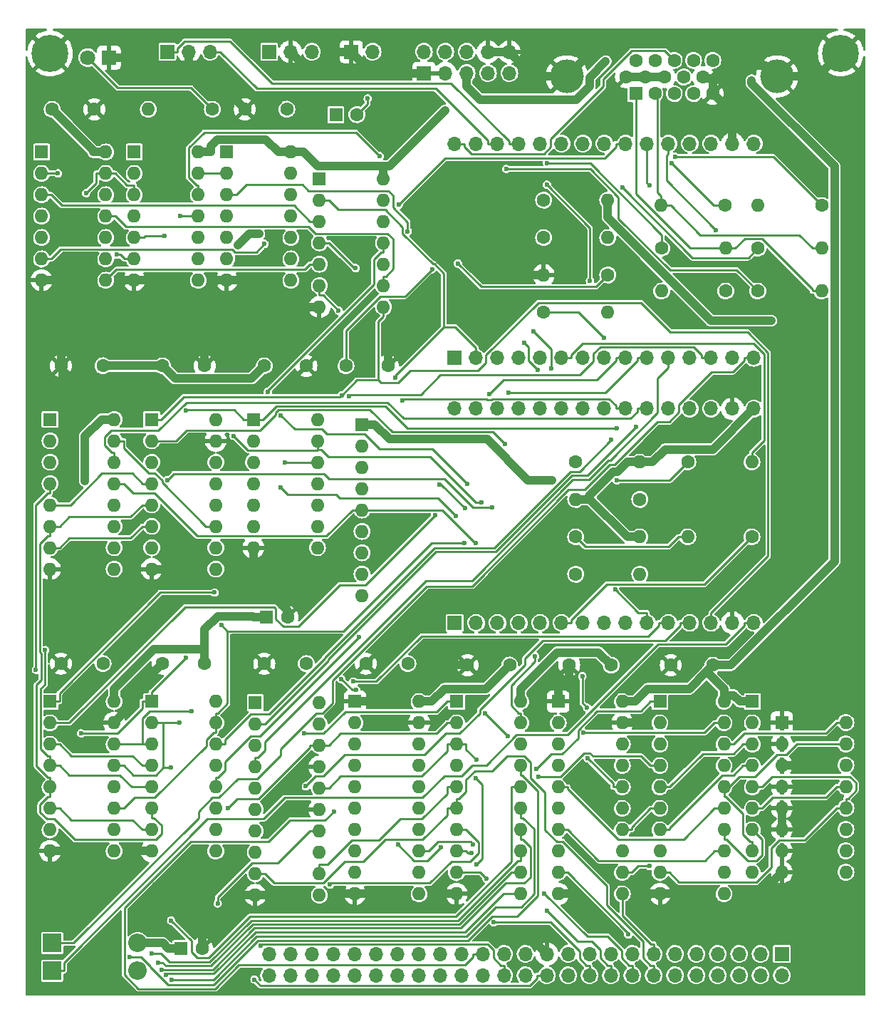
<source format=gbr>
%TF.GenerationSoftware,KiCad,Pcbnew,(6.0.11)*%
%TF.CreationDate,2023-06-19T15:18:32-05:00*%
%TF.ProjectId,Z80ESP,5a383045-5350-42e6-9b69-6361645f7063,V0.6*%
%TF.SameCoordinates,Original*%
%TF.FileFunction,Copper,L2,Bot*%
%TF.FilePolarity,Positive*%
%FSLAX46Y46*%
G04 Gerber Fmt 4.6, Leading zero omitted, Abs format (unit mm)*
G04 Created by KiCad (PCBNEW (6.0.11)) date 2023-06-19 15:18:32*
%MOMM*%
%LPD*%
G01*
G04 APERTURE LIST*
%TA.AperFunction,ComponentPad*%
%ADD10R,1.600000X1.600000*%
%TD*%
%TA.AperFunction,ComponentPad*%
%ADD11O,1.600000X1.600000*%
%TD*%
%TA.AperFunction,ComponentPad*%
%ADD12C,1.600000*%
%TD*%
%TA.AperFunction,ComponentPad*%
%ADD13C,4.400000*%
%TD*%
%TA.AperFunction,ComponentPad*%
%ADD14R,1.700000X1.700000*%
%TD*%
%TA.AperFunction,ComponentPad*%
%ADD15O,1.700000X1.700000*%
%TD*%
%TA.AperFunction,ComponentPad*%
%ADD16R,1.800000X1.800000*%
%TD*%
%TA.AperFunction,ComponentPad*%
%ADD17C,1.800000*%
%TD*%
%TA.AperFunction,ComponentPad*%
%ADD18C,4.000000*%
%TD*%
%TA.AperFunction,ComponentPad*%
%ADD19R,2.200000X2.200000*%
%TD*%
%TA.AperFunction,ComponentPad*%
%ADD20O,2.200000X2.200000*%
%TD*%
%TA.AperFunction,ViaPad*%
%ADD21C,0.600000*%
%TD*%
%TA.AperFunction,Conductor*%
%ADD22C,0.250000*%
%TD*%
%TA.AperFunction,Conductor*%
%ADD23C,1.000000*%
%TD*%
G04 APERTURE END LIST*
D10*
%TO.P,SW1,1*%
%TO.N,GND*%
X135000000Y-113500000D03*
D11*
%TO.P,SW1,2*%
X135000000Y-116040000D03*
%TO.P,SW1,3*%
X135000000Y-118580000D03*
%TO.P,SW1,4*%
X135000000Y-121120000D03*
%TO.P,SW1,5*%
X135000000Y-123660000D03*
%TO.P,SW1,6*%
X135000000Y-126200000D03*
%TO.P,SW1,7*%
X135000000Y-128740000D03*
%TO.P,SW1,8*%
X135000000Y-131280000D03*
%TO.P,SW1,9*%
%TO.N,unconnected-(SW1-Pad9)*%
X142620000Y-131280000D03*
%TO.P,SW1,10*%
%TO.N,unconnected-(SW1-Pad10)*%
X142620000Y-128740000D03*
%TO.P,SW1,11*%
%TO.N,Net-(RR1-Pad4)*%
X142620000Y-126200000D03*
%TO.P,SW1,12*%
%TO.N,Net-(RR1-Pad5)*%
X142620000Y-123660000D03*
%TO.P,SW1,13*%
%TO.N,Net-(RR1-Pad6)*%
X142620000Y-121120000D03*
%TO.P,SW1,14*%
%TO.N,Net-(RR1-Pad7)*%
X142620000Y-118580000D03*
%TO.P,SW1,15*%
%TO.N,Net-(RR1-Pad8)*%
X142620000Y-116040000D03*
%TO.P,SW1,16*%
%TO.N,Net-(RR1-Pad9)*%
X142620000Y-113500000D03*
%TD*%
D12*
%TO.P,C1,1*%
%TO.N,VCC*%
X90550000Y-106500000D03*
%TO.P,C1,2*%
%TO.N,GND*%
X85550000Y-106500000D03*
%TD*%
%TO.P,C2,1*%
%TO.N,VCC*%
X102633300Y-106680000D03*
%TO.P,C2,2*%
%TO.N,GND*%
X97633300Y-106680000D03*
%TD*%
%TO.P,C4,1*%
%TO.N,VCC*%
X126800000Y-106680000D03*
%TO.P,C4,2*%
%TO.N,GND*%
X121800000Y-106680000D03*
%TD*%
D10*
%TO.P,U2,1,OEa*%
%TO.N,GND*%
X108416700Y-111000000D03*
D11*
%TO.P,U2,2,I0a*%
%TO.N,A0*%
X108416700Y-113540000D03*
%TO.P,U2,3,O3b*%
%TO.N,/bA7*%
X108416700Y-116080000D03*
%TO.P,U2,4,I1a*%
%TO.N,A1*%
X108416700Y-118620000D03*
%TO.P,U2,5,O2b*%
%TO.N,/bA6*%
X108416700Y-121160000D03*
%TO.P,U2,6,I2a*%
%TO.N,A2*%
X108416700Y-123700000D03*
%TO.P,U2,7,O1b*%
%TO.N,/bA5*%
X108416700Y-126240000D03*
%TO.P,U2,8,I3a*%
%TO.N,A3*%
X108416700Y-128780000D03*
%TO.P,U2,9,O0b*%
%TO.N,/bA4*%
X108416700Y-131320000D03*
%TO.P,U2,10,GND*%
%TO.N,GND*%
X108416700Y-133860000D03*
%TO.P,U2,11,I0b*%
%TO.N,A4*%
X116036700Y-133860000D03*
%TO.P,U2,12,O3a*%
%TO.N,/bA3*%
X116036700Y-131320000D03*
%TO.P,U2,13,I1b*%
%TO.N,A5*%
X116036700Y-128780000D03*
%TO.P,U2,14,O2a*%
%TO.N,/bA2*%
X116036700Y-126240000D03*
%TO.P,U2,15,I2b*%
%TO.N,A6*%
X116036700Y-123700000D03*
%TO.P,U2,16,O1a*%
%TO.N,bA1*%
X116036700Y-121160000D03*
%TO.P,U2,17,I3b*%
%TO.N,A7*%
X116036700Y-118620000D03*
%TO.P,U2,18,O0a*%
%TO.N,bA0*%
X116036700Y-116080000D03*
%TO.P,U2,19,OEb*%
%TO.N,GND*%
X116036700Y-113540000D03*
%TO.P,U2,20,VCC*%
%TO.N,VCC*%
X116036700Y-111000000D03*
%TD*%
D10*
%TO.P,U10,1,G*%
%TO.N,/b~{IORQ}*%
X120500000Y-111000000D03*
D11*
%TO.P,U10,2,P0*%
%TO.N,/b~{M1}*%
X120500000Y-113540000D03*
%TO.P,U10,3,R0*%
%TO.N,Net-(RR1-Pad2)*%
X120500000Y-116080000D03*
%TO.P,U10,4,P1*%
%TO.N,/b~{M1}*%
X120500000Y-118620000D03*
%TO.P,U10,5,R1*%
%TO.N,Net-(RR1-Pad3)*%
X120500000Y-121160000D03*
%TO.P,U10,6,P2*%
%TO.N,/bA2*%
X120500000Y-123700000D03*
%TO.P,U10,7,R2*%
%TO.N,Net-(RR1-Pad4)*%
X120500000Y-126240000D03*
%TO.P,U10,8,P3*%
%TO.N,/bA3*%
X120500000Y-128780000D03*
%TO.P,U10,9,R3*%
%TO.N,Net-(RR1-Pad5)*%
X120500000Y-131320000D03*
%TO.P,U10,10,GND*%
%TO.N,GND*%
X120500000Y-133860000D03*
%TO.P,U10,11,P4*%
%TO.N,/bA4*%
X128120000Y-133860000D03*
%TO.P,U10,12,R4*%
%TO.N,Net-(RR1-Pad6)*%
X128120000Y-131320000D03*
%TO.P,U10,13,P5*%
%TO.N,/bA5*%
X128120000Y-128780000D03*
%TO.P,U10,14,R5*%
%TO.N,Net-(RR1-Pad7)*%
X128120000Y-126240000D03*
%TO.P,U10,15,P6*%
%TO.N,/bA6*%
X128120000Y-123700000D03*
%TO.P,U10,16,R6*%
%TO.N,Net-(RR1-Pad8)*%
X128120000Y-121160000D03*
%TO.P,U10,17,P7*%
%TO.N,/bA7*%
X128120000Y-118620000D03*
%TO.P,U10,18,R7*%
%TO.N,Net-(RR1-Pad9)*%
X128120000Y-116080000D03*
%TO.P,U10,19,P=R*%
%TO.N,~{CS_ESP}*%
X128120000Y-113540000D03*
%TO.P,U10,20,VCC*%
%TO.N,VCC*%
X128120000Y-111000000D03*
%TD*%
D10*
%TO.P,RR1,1,COM*%
%TO.N,VCC*%
X131500000Y-111000000D03*
D11*
%TO.P,RR1,2,2*%
%TO.N,Net-(RR1-Pad2)*%
X131500000Y-113540000D03*
%TO.P,RR1,3,3*%
%TO.N,Net-(RR1-Pad3)*%
X131500000Y-116080000D03*
%TO.P,RR1,4,4*%
%TO.N,Net-(RR1-Pad4)*%
X131500000Y-118620000D03*
%TO.P,RR1,5,5*%
%TO.N,Net-(RR1-Pad5)*%
X131500000Y-121160000D03*
%TO.P,RR1,6,6*%
%TO.N,Net-(RR1-Pad6)*%
X131500000Y-123700000D03*
%TO.P,RR1,7,7*%
%TO.N,Net-(RR1-Pad7)*%
X131500000Y-126240000D03*
%TO.P,RR1,8,8*%
%TO.N,Net-(RR1-Pad8)*%
X131500000Y-128780000D03*
%TO.P,RR1,9,9*%
%TO.N,Net-(RR1-Pad9)*%
X131500000Y-131320000D03*
%TD*%
D10*
%TO.P,U6,1*%
%TO.N,bA1*%
X58006700Y-45715000D03*
D11*
%TO.P,U6,2*%
%TO.N,Net-(U6-Pad11)*%
X58006700Y-48255000D03*
%TO.P,U6,3*%
%TO.N,~{ESP_RD}*%
X58006700Y-50795000D03*
%TO.P,U6,4*%
%TO.N,Net-(U6-Pad4)*%
X58006700Y-53335000D03*
%TO.P,U6,5*%
%TO.N,bA1*%
X58006700Y-55875000D03*
%TO.P,U6,6*%
%TO.N,~{ESP_WR}*%
X58006700Y-58415000D03*
%TO.P,U6,7,GND*%
%TO.N,GND*%
X58006700Y-60955000D03*
%TO.P,U6,8*%
%TO.N,Net-(U6-Pad4)*%
X65626700Y-60955000D03*
%TO.P,U6,9*%
%TO.N,/b~{WR}*%
X65626700Y-58415000D03*
%TO.P,U6,10*%
%TO.N,~{CS_ESP}*%
X65626700Y-55875000D03*
%TO.P,U6,11*%
%TO.N,Net-(U6-Pad11)*%
X65626700Y-53335000D03*
%TO.P,U6,12*%
%TO.N,/b~{RD}*%
X65626700Y-50795000D03*
%TO.P,U6,13*%
%TO.N,~{CS_ESP}*%
X65626700Y-48255000D03*
%TO.P,U6,14,VCC*%
%TO.N,VCC*%
X65626700Y-45715000D03*
%TD*%
D12*
%TO.P,C7,1*%
%TO.N,VCC*%
X78466700Y-106500000D03*
%TO.P,C7,2*%
%TO.N,GND*%
X73466700Y-106500000D03*
%TD*%
D10*
%TO.P,U3,1,A->B*%
%TO.N,~{RD}*%
X96333300Y-111000000D03*
D11*
%TO.P,U3,2,A0*%
%TO.N,D0*%
X96333300Y-113540000D03*
%TO.P,U3,3,A1*%
%TO.N,D1*%
X96333300Y-116080000D03*
%TO.P,U3,4,A2*%
%TO.N,D2*%
X96333300Y-118620000D03*
%TO.P,U3,5,A3*%
%TO.N,D3*%
X96333300Y-121160000D03*
%TO.P,U3,6,A4*%
%TO.N,D4*%
X96333300Y-123700000D03*
%TO.P,U3,7,A5*%
%TO.N,D5*%
X96333300Y-126240000D03*
%TO.P,U3,8,A6*%
%TO.N,D6*%
X96333300Y-128780000D03*
%TO.P,U3,9,A7*%
%TO.N,D7*%
X96333300Y-131320000D03*
%TO.P,U3,10,GND*%
%TO.N,GND*%
X96333300Y-133860000D03*
%TO.P,U3,11,B7*%
%TO.N,bD7*%
X103953300Y-133860000D03*
%TO.P,U3,12,B6*%
%TO.N,bD6*%
X103953300Y-131320000D03*
%TO.P,U3,13,B5*%
%TO.N,bD5*%
X103953300Y-128780000D03*
%TO.P,U3,14,B4*%
%TO.N,bD4*%
X103953300Y-126240000D03*
%TO.P,U3,15,B3*%
%TO.N,bD3*%
X103953300Y-123700000D03*
%TO.P,U3,16,B2*%
%TO.N,bD2*%
X103953300Y-121160000D03*
%TO.P,U3,17,B1*%
%TO.N,bD1*%
X103953300Y-118620000D03*
%TO.P,U3,18,B0*%
%TO.N,bD0*%
X103953300Y-116080000D03*
%TO.P,U3,19,CE*%
%TO.N,~{CS_ESP}*%
X103953300Y-113540000D03*
%TO.P,U3,20,VCC*%
%TO.N,VCC*%
X103953300Y-111000000D03*
%TD*%
D12*
%TO.P,C3,1*%
%TO.N,VCC*%
X114716700Y-106680000D03*
%TO.P,C3,2*%
%TO.N,GND*%
X109716700Y-106680000D03*
%TD*%
%TO.P,C5,1*%
%TO.N,VCC*%
X54300000Y-71120000D03*
%TO.P,C5,2*%
%TO.N,GND*%
X49300000Y-71120000D03*
%TD*%
D10*
%TO.P,U4,1,OEa*%
%TO.N,GND*%
X84250000Y-111000000D03*
D11*
%TO.P,U4,2,I0a*%
%TO.N,~{RESET}*%
X84250000Y-113540000D03*
%TO.P,U4,3,O3b*%
%TO.N,/b~{RD}*%
X84250000Y-116080000D03*
%TO.P,U4,4,I1a*%
%TO.N,unconnected-(U4-Pad4)*%
X84250000Y-118620000D03*
%TO.P,U4,5,O2b*%
%TO.N,/b~{WR}*%
X84250000Y-121160000D03*
%TO.P,U4,6,I2a*%
%TO.N,unconnected-(U4-Pad6)*%
X84250000Y-123700000D03*
%TO.P,U4,7,O1b*%
%TO.N,/b~{M1}*%
X84250000Y-126240000D03*
%TO.P,U4,8,I3a*%
%TO.N,unconnected-(U4-Pad8)*%
X84250000Y-128780000D03*
%TO.P,U4,9,O0b*%
%TO.N,/b~{IORQ}*%
X84250000Y-131320000D03*
%TO.P,U4,10,GND*%
%TO.N,GND*%
X84250000Y-133860000D03*
%TO.P,U4,11,I0b*%
%TO.N,~{IORQ}*%
X91870000Y-133860000D03*
%TO.P,U4,12,O3a*%
%TO.N,unconnected-(U4-Pad12)*%
X91870000Y-131320000D03*
%TO.P,U4,13,I1b*%
%TO.N,~{M1}*%
X91870000Y-128780000D03*
%TO.P,U4,14,O2a*%
%TO.N,unconnected-(U4-Pad14)*%
X91870000Y-126240000D03*
%TO.P,U4,15,I2b*%
%TO.N,~{WR}*%
X91870000Y-123700000D03*
%TO.P,U4,16,O1a*%
%TO.N,unconnected-(U4-Pad16)*%
X91870000Y-121160000D03*
%TO.P,U4,17,I3b*%
%TO.N,~{RD}*%
X91870000Y-118620000D03*
%TO.P,U4,18,O0a*%
%TO.N,b~{RESET}*%
X91870000Y-116080000D03*
%TO.P,U4,19,OEb*%
%TO.N,GND*%
X91870000Y-113540000D03*
%TO.P,U4,20,VCC*%
%TO.N,VCC*%
X91870000Y-111000000D03*
%TD*%
D12*
%TO.P,C6,1*%
%TO.N,VCC*%
X54300000Y-106500000D03*
%TO.P,C6,2*%
%TO.N,GND*%
X49300000Y-106500000D03*
%TD*%
D10*
%TO.P,C11,1*%
%TO.N,VCC*%
X73724900Y-100965000D03*
D12*
%TO.P,C11,2*%
%TO.N,GND*%
X76224900Y-100965000D03*
%TD*%
%TO.P,C8,1*%
%TO.N,VCC*%
X76160000Y-40640000D03*
%TO.P,C8,2*%
%TO.N,GND*%
X71160000Y-40640000D03*
%TD*%
D10*
%TO.P,C12,1*%
%TO.N,VCC*%
X63564900Y-140335000D03*
D12*
%TO.P,C12,2*%
%TO.N,GND*%
X66064900Y-140335000D03*
%TD*%
%TO.P,R2,1*%
%TO.N,Net-(D2-Pad2)*%
X67310000Y-40640000D03*
D11*
%TO.P,R2,2*%
%TO.N,VCC*%
X59690000Y-40640000D03*
%TD*%
D13*
%TO.P,H1,1,1*%
%TO.N,GND*%
X48000000Y-34000000D03*
%TD*%
%TO.P,H2,1,1*%
%TO.N,GND*%
X142000000Y-34000000D03*
%TD*%
D14*
%TO.P,P2,1,P1*%
%TO.N,A10*%
X135000000Y-141000000D03*
D15*
%TO.P,P2,2,P2*%
%TO.N,A11*%
X135000000Y-143540000D03*
%TO.P,P2,3,P3*%
%TO.N,A9*%
X132460000Y-141000000D03*
%TO.P,P2,4,P4*%
%TO.N,A12*%
X132460000Y-143540000D03*
%TO.P,P2,5,P5*%
%TO.N,A8*%
X129920000Y-141000000D03*
%TO.P,P2,6,P6*%
%TO.N,A13*%
X129920000Y-143540000D03*
%TO.P,P2,7,P7*%
%TO.N,A7*%
X127380000Y-141000000D03*
%TO.P,P2,8,P8*%
%TO.N,A14*%
X127380000Y-143540000D03*
%TO.P,P2,9,P9*%
%TO.N,A6*%
X124840000Y-141000000D03*
%TO.P,P2,10,P10*%
%TO.N,A15*%
X124840000Y-143540000D03*
%TO.P,P2,11,P11*%
%TO.N,A5*%
X122300000Y-141000000D03*
%TO.P,P2,12,P12*%
%TO.N,CLK*%
X122300000Y-143540000D03*
%TO.P,P2,13,P13*%
%TO.N,A4*%
X119760000Y-141000000D03*
%TO.P,P2,14,P14*%
%TO.N,D4*%
X119760000Y-143540000D03*
%TO.P,P2,15,P15*%
%TO.N,A3*%
X117220000Y-141000000D03*
%TO.P,P2,16,P16*%
%TO.N,D3*%
X117220000Y-143540000D03*
%TO.P,P2,17,P17*%
%TO.N,A2*%
X114680000Y-141000000D03*
%TO.P,P2,18,P18*%
%TO.N,D5*%
X114680000Y-143540000D03*
%TO.P,P2,19,P19*%
%TO.N,A1*%
X112140000Y-141000000D03*
%TO.P,P2,20,P20*%
%TO.N,D6*%
X112140000Y-143540000D03*
%TO.P,P2,21,P21*%
%TO.N,A0*%
X109600000Y-141000000D03*
%TO.P,P2,22,P22*%
%TO.N,VCC*%
X109600000Y-143540000D03*
%TO.P,P2,23,P23*%
%TO.N,GND*%
X107060000Y-141000000D03*
%TO.P,P2,24,P24*%
%TO.N,D2*%
X107060000Y-143540000D03*
%TO.P,P2,25,P25*%
%TO.N,~{RFSH}*%
X104520000Y-141000000D03*
%TO.P,P2,26,P26*%
%TO.N,D7*%
X104520000Y-143540000D03*
%TO.P,P2,27,P27*%
%TO.N,~{M1}*%
X101980000Y-141000000D03*
%TO.P,P2,28,P28*%
%TO.N,D0*%
X101980000Y-143540000D03*
%TO.P,P2,29,P29*%
%TO.N,~{RESET}*%
X99440000Y-141000000D03*
%TO.P,P2,30,P30*%
%TO.N,D1*%
X99440000Y-143540000D03*
%TO.P,P2,31,P31*%
%TO.N,~{BUSRQ}*%
X96900000Y-141000000D03*
%TO.P,P2,32,P32*%
%TO.N,~{INT}*%
X96900000Y-143540000D03*
%TO.P,P2,33,P33*%
%TO.N,~{WAIT}*%
X94360000Y-141000000D03*
%TO.P,P2,34,P34*%
%TO.N,~{NMI}*%
X94360000Y-143540000D03*
%TO.P,P2,35,P35*%
%TO.N,~{BUSACK}*%
X91820000Y-141000000D03*
%TO.P,P2,36,P36*%
%TO.N,~{HALT}*%
X91820000Y-143540000D03*
%TO.P,P2,37,P37*%
%TO.N,~{WR}*%
X89280000Y-141000000D03*
%TO.P,P2,38,P38*%
%TO.N,~{MREQ}*%
X89280000Y-143540000D03*
%TO.P,P2,39,P39*%
%TO.N,~{RD}*%
X86740000Y-141000000D03*
%TO.P,P2,40,P40*%
%TO.N,~{IORQ}*%
X86740000Y-143540000D03*
%TO.P,P2,41,P41*%
%TO.N,SPARE9*%
X84200000Y-141000000D03*
%TO.P,P2,42,P42*%
%TO.N,SPARE0*%
X84200000Y-143540000D03*
%TO.P,P2,43,P43*%
%TO.N,SPARE8*%
X81660000Y-141000000D03*
%TO.P,P2,44,P44*%
%TO.N,SPARE1*%
X81660000Y-143540000D03*
%TO.P,P2,45,P45*%
%TO.N,SPARE7*%
X79120000Y-141000000D03*
%TO.P,P2,46,P46*%
%TO.N,SPARE2*%
X79120000Y-143540000D03*
%TO.P,P2,47,P47*%
%TO.N,SPARE6*%
X76580000Y-141000000D03*
%TO.P,P2,48,P48*%
%TO.N,SPARE3*%
X76580000Y-143540000D03*
%TO.P,P2,49,P49*%
%TO.N,SPARE5*%
X74040000Y-141000000D03*
%TO.P,P2,50,P50*%
%TO.N,SPARE4*%
X74040000Y-143540000D03*
%TD*%
D16*
%TO.P,D2,1,K*%
%TO.N,GND*%
X55000000Y-34510000D03*
D17*
%TO.P,D2,2,A*%
%TO.N,Net-(D2-Pad2)*%
X52460000Y-34510000D03*
%TD*%
D12*
%TO.P,R10,1*%
%TO.N,VGA_G0*%
X128270000Y-52070000D03*
D11*
%TO.P,R10,2*%
%TO.N,Net-(J6-Pad2)*%
X120650000Y-52070000D03*
%TD*%
D10*
%TO.P,U8,1,~{PL}*%
%TO.N,~{ESP0_WR}*%
X48000000Y-111000000D03*
D11*
%TO.P,U8,2,CP*%
%TO.N,ESP0_INCLK*%
X48000000Y-113540000D03*
%TO.P,U8,3,D4*%
%TO.N,bD4*%
X48000000Y-116080000D03*
%TO.P,U8,4,D5*%
%TO.N,bD5*%
X48000000Y-118620000D03*
%TO.P,U8,5,D6*%
%TO.N,bD6*%
X48000000Y-121160000D03*
%TO.P,U8,6,D7*%
%TO.N,bD7*%
X48000000Y-123700000D03*
%TO.P,U8,7,~{Q7}*%
%TO.N,unconnected-(U8-Pad7)*%
X48000000Y-126240000D03*
%TO.P,U8,8,GND*%
%TO.N,GND*%
X48000000Y-128780000D03*
%TO.P,U8,9,Q7*%
%TO.N,Net-(U16-Pad13)*%
X55620000Y-128780000D03*
%TO.P,U8,10,DS*%
%TO.N,unconnected-(U8-Pad10)*%
X55620000Y-126240000D03*
%TO.P,U8,11,D0*%
%TO.N,bD0*%
X55620000Y-123700000D03*
%TO.P,U8,12,D1*%
%TO.N,bD1*%
X55620000Y-121160000D03*
%TO.P,U8,13,D2*%
%TO.N,bD2*%
X55620000Y-118620000D03*
%TO.P,U8,14,D3*%
%TO.N,bD3*%
X55620000Y-116080000D03*
%TO.P,U8,15,~{CE}*%
%TO.N,GND*%
X55620000Y-113540000D03*
%TO.P,U8,16,VCC*%
%TO.N,VCC*%
X55620000Y-111000000D03*
%TD*%
D14*
%TO.P,U12,1,RESET*%
%TO.N,b~{RESET}*%
X96112500Y-70170000D03*
D15*
%TO.P,U12,2,GPIO36*%
%TO.N,~{ESP0_WR}*%
X98652500Y-70170000D03*
%TO.P,U12,3,GPIO39*%
%TO.N,unconnected-(U12-Pad3)*%
X101192500Y-70170000D03*
%TO.P,U12,4,GPIO34*%
%TO.N,unconnected-(U12-Pad4)*%
X103732500Y-70170000D03*
%TO.P,U12,5,GPIO35*%
%TO.N,unconnected-(U12-Pad5)*%
X106272500Y-70170000D03*
%TO.P,U12,6,GPIO32*%
%TO.N,KBDDAT*%
X108812500Y-70170000D03*
%TO.P,U12,7,GPIO33*%
%TO.N,KBDCLK*%
X111352500Y-70170000D03*
%TO.P,U12,8,GPIO25*%
%TO.N,AUDIO*%
X113892500Y-70170000D03*
%TO.P,U12,9,GPIO26*%
%TO.N,ESP0_OUTCLK*%
X116432500Y-70170000D03*
%TO.P,U12,10,GPIO27*%
%TO.N,ESP0_INCLK*%
X118972500Y-70170000D03*
%TO.P,U12,11,GPIO14*%
%TO.N,ESP0_BUSY*%
X121512500Y-70170000D03*
%TO.P,U12,12,GPIO12*%
%TO.N,ESP0_RDYO*%
X124052500Y-70170000D03*
%TO.P,U12,13,GPIO13*%
%TO.N,~{ESP0_RD}*%
X126592500Y-70170000D03*
%TO.P,U12,14,GND*%
%TO.N,GND*%
X129132500Y-70170000D03*
%TO.P,U12,15,VIN*%
%TO.N,Net-(D3-Pad1)*%
X131672500Y-70170000D03*
%TO.P,U12,16,3.3V*%
%TO.N,+3.3V*%
X131672500Y-44730000D03*
%TO.P,U12,17,GND*%
%TO.N,GND*%
X129132500Y-44730000D03*
%TO.P,U12,18,GPIO15*%
%TO.N,VGA_VSYNC*%
X126592500Y-44730000D03*
%TO.P,U12,19,GPIO2*%
%TO.N,ESP0_SPAREO*%
X124052500Y-44730000D03*
%TO.P,U12,20,GPIO4*%
%TO.N,VGA_B0*%
X121512500Y-44730000D03*
%TO.P,U12,21,GPIO16*%
%TO.N,ESP0_OUT*%
X118972500Y-44730000D03*
%TO.P,U12,22,GPIO17*%
%TO.N,ESP0_IN*%
X116432500Y-44730000D03*
%TO.P,U12,23,GPIO5*%
%TO.N,VGA_B1*%
X113892500Y-44730000D03*
%TO.P,U12,24,GPIO18*%
%TO.N,VGA_G0*%
X111352500Y-44730000D03*
%TO.P,U12,25,GPIO19*%
%TO.N,VGA_G1*%
X108812500Y-44730000D03*
%TO.P,U12,26,GPIO21*%
%TO.N,VGA_R0*%
X106272500Y-44730000D03*
%TO.P,U12,27,GPIO3*%
%TO.N,RX*%
X103732500Y-44730000D03*
%TO.P,U12,28,GPIO1*%
%TO.N,TX*%
X101192500Y-44730000D03*
%TO.P,U12,29,GPIO22*%
%TO.N,VGA_R1*%
X98652500Y-44730000D03*
%TO.P,U12,30,GPIO23*%
%TO.N,VGA_HSYNC*%
X96112500Y-44730000D03*
%TD*%
D14*
%TO.P,U13,1,RESET*%
%TO.N,b~{RESET}*%
X96112500Y-101650000D03*
D15*
%TO.P,U13,2,GPIO36*%
%TO.N,~{ESP1_WR}*%
X98652500Y-101650000D03*
%TO.P,U13,3,GPIO39*%
%TO.N,unconnected-(U13-Pad3)*%
X101192500Y-101650000D03*
%TO.P,U13,4,GPIO34*%
%TO.N,unconnected-(U13-Pad4)*%
X103732500Y-101650000D03*
%TO.P,U13,5,GPIO35*%
%TO.N,unconnected-(U13-Pad5)*%
X106272500Y-101650000D03*
%TO.P,U13,6,GPIO32*%
%TO.N,MSEDAT*%
X108812500Y-101650000D03*
%TO.P,U13,7,GPIO33*%
%TO.N,MSECLK*%
X111352500Y-101650000D03*
%TO.P,U13,8,GPIO25*%
%TO.N,unconnected-(U13-Pad8)*%
X113892500Y-101650000D03*
%TO.P,U13,9,GPIO26*%
%TO.N,ESP1_OUTCLK*%
X116432500Y-101650000D03*
%TO.P,U13,10,GPIO27*%
%TO.N,ESP1_INCLK*%
X118972500Y-101650000D03*
%TO.P,U13,11,GPIO14*%
%TO.N,ESP1_BUSY*%
X121512500Y-101650000D03*
%TO.P,U13,12,GPIO12*%
%TO.N,ESP1_RDYO*%
X124052500Y-101650000D03*
%TO.P,U13,13,GPIO13*%
%TO.N,~{ESP1_RD}*%
X126592500Y-101650000D03*
%TO.P,U13,14,GND*%
%TO.N,GND*%
X129132500Y-101650000D03*
%TO.P,U13,15,VIN*%
%TO.N,Net-(D6-Pad1)*%
X131672500Y-101650000D03*
%TO.P,U13,16,3.3V*%
%TO.N,+3.3V*%
X131672500Y-76210000D03*
%TO.P,U13,17,GND*%
%TO.N,GND*%
X129132500Y-76210000D03*
%TO.P,U13,18,GPIO15*%
%TO.N,unconnected-(U13-Pad18)*%
X126592500Y-76210000D03*
%TO.P,U13,19,GPIO2*%
%TO.N,ESP1_SPAREO*%
X124052500Y-76210000D03*
%TO.P,U13,20,GPIO4*%
%TO.N,unconnected-(U13-Pad20)*%
X121512500Y-76210000D03*
%TO.P,U13,21,GPIO16*%
%TO.N,ESP1_OUT*%
X118972500Y-76210000D03*
%TO.P,U13,22,GPIO17*%
%TO.N,ESP1_IN*%
X116432500Y-76210000D03*
%TO.P,U13,23,GPIO5*%
%TO.N,unconnected-(U13-Pad23)*%
X113892500Y-76210000D03*
%TO.P,U13,24,GPIO18*%
%TO.N,unconnected-(U13-Pad24)*%
X111352500Y-76210000D03*
%TO.P,U13,25,GPIO19*%
%TO.N,unconnected-(U13-Pad25)*%
X108812500Y-76210000D03*
%TO.P,U13,26,GPIO21*%
%TO.N,unconnected-(U13-Pad26)*%
X106272500Y-76210000D03*
%TO.P,U13,27,GPIO3*%
%TO.N,RX1*%
X103732500Y-76210000D03*
%TO.P,U13,28,GPIO1*%
%TO.N,TX1*%
X101192500Y-76210000D03*
%TO.P,U13,29,GPIO22*%
%TO.N,unconnected-(U13-Pad29)*%
X98652500Y-76210000D03*
%TO.P,U13,30,GPIO23*%
%TO.N,unconnected-(U13-Pad30)*%
X96112500Y-76210000D03*
%TD*%
D10*
%TO.P,U7,1,QB*%
%TO.N,bD1*%
X60083300Y-111000000D03*
D11*
%TO.P,U7,2,QC*%
%TO.N,bD2*%
X60083300Y-113540000D03*
%TO.P,U7,3,QD*%
%TO.N,bD3*%
X60083300Y-116080000D03*
%TO.P,U7,4,QE*%
%TO.N,bD4*%
X60083300Y-118620000D03*
%TO.P,U7,5,QF*%
%TO.N,bD5*%
X60083300Y-121160000D03*
%TO.P,U7,6,QG*%
%TO.N,bD6*%
X60083300Y-123700000D03*
%TO.P,U7,7,QH*%
%TO.N,bD7*%
X60083300Y-126240000D03*
%TO.P,U7,8,GND*%
%TO.N,GND*%
X60083300Y-128780000D03*
%TO.P,U7,9,QH'*%
%TO.N,unconnected-(U7-Pad9)*%
X67703300Y-128780000D03*
%TO.P,U7,10,~{SRCLR}*%
%TO.N,VCC*%
X67703300Y-126240000D03*
%TO.P,U7,11,SRCLK*%
%TO.N,ESP0_OUTCLK*%
X67703300Y-123700000D03*
%TO.P,U7,12,RCLK*%
X67703300Y-121160000D03*
%TO.P,U7,13,~{OE}*%
%TO.N,~{ESP0_RD}*%
X67703300Y-118620000D03*
%TO.P,U7,14,SER*%
%TO.N,ESP0_OUT*%
X67703300Y-116080000D03*
%TO.P,U7,15,QA*%
%TO.N,bD0*%
X67703300Y-113540000D03*
%TO.P,U7,16,VCC*%
%TO.N,VCC*%
X67703300Y-111000000D03*
%TD*%
D12*
%TO.P,C10,1*%
%TO.N,VCC*%
X73466700Y-71120000D03*
%TO.P,C10,2*%
%TO.N,GND*%
X78466700Y-71120000D03*
%TD*%
%TO.P,R7,1*%
%TO.N,VGA_R1*%
X132138800Y-62230000D03*
D11*
%TO.P,R7,2*%
%TO.N,Net-(J6-Pad1)*%
X139758800Y-62230000D03*
%TD*%
D12*
%TO.P,C9,1*%
%TO.N,VCC*%
X66383300Y-106500000D03*
%TO.P,C9,2*%
%TO.N,GND*%
X61383300Y-106500000D03*
%TD*%
D10*
%TO.P,U5,1*%
%TO.N,Net-(U1-Pad2)*%
X47000000Y-45715000D03*
D11*
%TO.P,U5,2*%
%TO.N,~{ESP_WR}*%
X47000000Y-48255000D03*
%TO.P,U5,3*%
%TO.N,Net-(U16-Pad3)*%
X47000000Y-50795000D03*
%TO.P,U5,4*%
%TO.N,~{ESP_WR}*%
X47000000Y-53335000D03*
%TO.P,U5,5*%
%TO.N,bA0*%
X47000000Y-55875000D03*
%TO.P,U5,6*%
%TO.N,Net-(U16-Pad1)*%
X47000000Y-58415000D03*
%TO.P,U5,7,GND*%
%TO.N,GND*%
X47000000Y-60955000D03*
%TO.P,U5,8*%
%TO.N,Net-(U16-Pad5)*%
X54620000Y-60955000D03*
%TO.P,U5,9*%
%TO.N,bA0*%
X54620000Y-58415000D03*
%TO.P,U5,10*%
%TO.N,~{ESP_RD}*%
X54620000Y-55875000D03*
%TO.P,U5,11*%
%TO.N,Net-(U16-Pad9)*%
X54620000Y-53335000D03*
%TO.P,U5,12*%
%TO.N,Net-(U1-Pad4)*%
X54620000Y-50795000D03*
%TO.P,U5,13*%
%TO.N,~{ESP_RD}*%
X54620000Y-48255000D03*
%TO.P,U5,14,VCC*%
%TO.N,VCC*%
X54620000Y-45715000D03*
%TD*%
D12*
%TO.P,R11,1*%
%TO.N,VGA_B1*%
X139758800Y-52070000D03*
D11*
%TO.P,R11,2*%
%TO.N,Net-(J6-Pad3)*%
X132138800Y-52070000D03*
%TD*%
D12*
%TO.P,R12,1*%
%TO.N,VGA_B0*%
X128328800Y-62230000D03*
D11*
%TO.P,R12,2*%
%TO.N,Net-(J6-Pad3)*%
X120708800Y-62230000D03*
%TD*%
D12*
%TO.P,R8,1*%
%TO.N,VGA_R0*%
X120708800Y-57150000D03*
D11*
%TO.P,R8,2*%
%TO.N,Net-(J6-Pad1)*%
X128328800Y-57150000D03*
%TD*%
D12*
%TO.P,R9,1*%
%TO.N,VGA_G1*%
X132138800Y-57150000D03*
D11*
%TO.P,R9,2*%
%TO.N,Net-(J6-Pad2)*%
X139758800Y-57150000D03*
%TD*%
D10*
%TO.P,RR2,1,COM*%
%TO.N,+3.3V*%
X85090000Y-78090000D03*
D11*
%TO.P,RR2,2,2*%
%TO.N,unconnected-(RR2-Pad2)*%
X85090000Y-80630000D03*
%TO.P,RR2,3,3*%
%TO.N,ESP0_IN*%
X85090000Y-83170000D03*
%TO.P,RR2,4,4*%
%TO.N,~{ESP0_WR}*%
X85090000Y-85710000D03*
%TO.P,RR2,5,5*%
%TO.N,~{ESP1_WR}*%
X85090000Y-88250000D03*
%TO.P,RR2,6,6*%
%TO.N,~{ESP0_RD}*%
X85090000Y-90790000D03*
%TO.P,RR2,7,7*%
%TO.N,~{ESP1_RD}*%
X85090000Y-93330000D03*
%TO.P,RR2,8,8*%
%TO.N,ESP1_IN*%
X85090000Y-95870000D03*
%TO.P,RR2,9,9*%
%TO.N,unconnected-(RR2-Pad9)*%
X85090000Y-98410000D03*
%TD*%
D14*
%TO.P,J7,1,Pin_1*%
%TO.N,GND*%
X92445000Y-36347100D03*
D15*
%TO.P,J7,2,Pin_2*%
%TO.N,Net-(J7-Pad2)*%
X92445000Y-33807100D03*
%TO.P,J7,3,Pin_3*%
%TO.N,GND*%
X94985000Y-36347100D03*
%TO.P,J7,4,Pin_4*%
%TO.N,Net-(J7-Pad4)*%
X94985000Y-33807100D03*
%TO.P,J7,5,Pin_5*%
%TO.N,VCC*%
X97525000Y-36347100D03*
%TO.P,J7,6,Pin_6*%
X97525000Y-33807100D03*
%TO.P,J7,7,Pin_7*%
%TO.N,Net-(J7-Pad7)*%
X100065000Y-36347100D03*
%TO.P,J7,8,Pin_8*%
%TO.N,GND*%
X100065000Y-33807100D03*
%TO.P,J7,9,Pin_9*%
%TO.N,Net-(J7-Pad9)*%
X102605000Y-36347100D03*
%TO.P,J7,10,Pin_10*%
%TO.N,GND*%
X102605000Y-33807100D03*
%TD*%
D12*
%TO.P,R15,1*%
%TO.N,Net-(J7-Pad4)*%
X123825000Y-82550000D03*
D11*
%TO.P,R15,2*%
%TO.N,KBDDAT*%
X131445000Y-82550000D03*
%TD*%
D10*
%TO.P,C16,1*%
%TO.N,Net-(C15-Pad1)*%
X81979900Y-41275000D03*
D12*
%TO.P,C16,2*%
%TO.N,Net-(C16-Pad2)*%
X84479900Y-41275000D03*
%TD*%
%TO.P,R17,1*%
%TO.N,Net-(C15-Pad1)*%
X114300000Y-60325000D03*
D11*
%TO.P,R17,2*%
%TO.N,GND*%
X106680000Y-60325000D03*
%TD*%
D12*
%TO.P,R14,1*%
%TO.N,Net-(J7-Pad2)*%
X106680000Y-55880000D03*
D11*
%TO.P,R14,2*%
%TO.N,KBDCLK*%
X114300000Y-55880000D03*
%TD*%
D12*
%TO.P,C13,1*%
%TO.N,VCC*%
X48260000Y-40640000D03*
%TO.P,C13,2*%
%TO.N,GND*%
X53260000Y-40640000D03*
%TD*%
%TO.P,R13,1*%
%TO.N,Net-(J7-Pad2)*%
X106680000Y-51435000D03*
D11*
%TO.P,R13,2*%
%TO.N,+3.3V*%
X114300000Y-51435000D03*
%TD*%
D12*
%TO.P,R6,1*%
%TO.N,Net-(J7-Pad4)*%
X110490000Y-82550000D03*
D11*
%TO.P,R6,2*%
%TO.N,+3.3V*%
X118110000Y-82550000D03*
%TD*%
D10*
%TO.P,U11,1,~{PL}*%
%TO.N,~{ESP1_RD}*%
X60083300Y-77485000D03*
D11*
%TO.P,U11,2,CP*%
%TO.N,ESP1_INCLK*%
X60083300Y-80025000D03*
%TO.P,U11,3,D4*%
%TO.N,bD4*%
X60083300Y-82565000D03*
%TO.P,U11,4,D5*%
%TO.N,bD5*%
X60083300Y-85105000D03*
%TO.P,U11,5,D6*%
%TO.N,bD6*%
X60083300Y-87645000D03*
%TO.P,U11,6,D7*%
%TO.N,bD7*%
X60083300Y-90185000D03*
%TO.P,U11,7,~{Q7}*%
%TO.N,unconnected-(U11-Pad7)*%
X60083300Y-92725000D03*
%TO.P,U11,8,GND*%
%TO.N,GND*%
X60083300Y-95265000D03*
%TO.P,U11,9,Q7*%
%TO.N,Net-(U11-Pad9)*%
X67703300Y-95265000D03*
%TO.P,U11,10,DS*%
%TO.N,unconnected-(U11-Pad10)*%
X67703300Y-92725000D03*
%TO.P,U11,11,D0*%
%TO.N,bD0*%
X67703300Y-90185000D03*
%TO.P,U11,12,D1*%
%TO.N,bD1*%
X67703300Y-87645000D03*
%TO.P,U11,13,D2*%
%TO.N,bD2*%
X67703300Y-85105000D03*
%TO.P,U11,14,D3*%
%TO.N,bD3*%
X67703300Y-82565000D03*
%TO.P,U11,15,~{CE}*%
%TO.N,GND*%
X67703300Y-80025000D03*
%TO.P,U11,16,VCC*%
%TO.N,VCC*%
X67703300Y-77485000D03*
%TD*%
D14*
%TO.P,J3,1,Pin_1*%
%TO.N,GND*%
X83815000Y-33797100D03*
D15*
%TO.P,J3,2,Pin_2*%
%TO.N,Net-(C16-Pad2)*%
X86355000Y-33797100D03*
%TD*%
D10*
%TO.P,U14,1*%
%TO.N,Net-(U1-Pad12)*%
X69013300Y-45715000D03*
D11*
%TO.P,U14,2*%
%TO.N,~{CS_ESP}*%
X69013300Y-48255000D03*
%TO.P,U14,3*%
%TO.N,Net-(U14-Pad3)*%
X69013300Y-50795000D03*
%TO.P,U14,4*%
%TO.N,unconnected-(U14-Pad4)*%
X69013300Y-53335000D03*
%TO.P,U14,5*%
%TO.N,unconnected-(U14-Pad5)*%
X69013300Y-55875000D03*
%TO.P,U14,6*%
%TO.N,unconnected-(U14-Pad6)*%
X69013300Y-58415000D03*
%TO.P,U14,7,GND*%
%TO.N,GND*%
X69013300Y-60955000D03*
%TO.P,U14,8*%
%TO.N,unconnected-(U14-Pad8)*%
X76633300Y-60955000D03*
%TO.P,U14,9*%
%TO.N,unconnected-(U14-Pad9)*%
X76633300Y-58415000D03*
%TO.P,U14,10*%
%TO.N,unconnected-(U14-Pad10)*%
X76633300Y-55875000D03*
%TO.P,U14,11*%
%TO.N,unconnected-(U14-Pad11)*%
X76633300Y-53335000D03*
%TO.P,U14,12*%
%TO.N,unconnected-(U14-Pad12)*%
X76633300Y-50795000D03*
%TO.P,U14,13*%
%TO.N,unconnected-(U14-Pad13)*%
X76633300Y-48255000D03*
%TO.P,U14,14,VCC*%
%TO.N,VCC*%
X76633300Y-45715000D03*
%TD*%
D18*
%TO.P,J6,0*%
%TO.N,GND*%
X134435000Y-36737400D03*
X109435000Y-36737400D03*
D10*
%TO.P,J6,1*%
%TO.N,Net-(J6-Pad1)*%
X117620000Y-38787400D03*
D12*
%TO.P,J6,2*%
%TO.N,Net-(J6-Pad2)*%
X119910000Y-38787400D03*
%TO.P,J6,3*%
%TO.N,Net-(J6-Pad3)*%
X122200000Y-38787400D03*
%TO.P,J6,4*%
%TO.N,unconnected-(J6-Pad4)*%
X124490000Y-38787400D03*
%TO.P,J6,5*%
%TO.N,GND*%
X126780000Y-38787400D03*
%TO.P,J6,6*%
X116475000Y-36807400D03*
%TO.P,J6,7*%
X118765000Y-36807400D03*
%TO.P,J6,8*%
X121055000Y-36807400D03*
%TO.P,J6,9*%
%TO.N,unconnected-(J6-Pad9)*%
X123345000Y-36807400D03*
%TO.P,J6,10*%
%TO.N,GND*%
X125635000Y-36807400D03*
%TO.P,J6,11*%
%TO.N,unconnected-(J6-Pad11)*%
X117620000Y-34827400D03*
%TO.P,J6,12*%
%TO.N,unconnected-(J6-Pad12)*%
X119910000Y-34827400D03*
%TO.P,J6,13*%
%TO.N,VGA_HSYNC*%
X122200000Y-34827400D03*
%TO.P,J6,14*%
%TO.N,VGA_VSYNC*%
X124490000Y-34827400D03*
%TO.P,J6,15*%
%TO.N,unconnected-(J6-Pad15)*%
X126780000Y-34827400D03*
%TD*%
%TO.P,R4,1*%
%TO.N,Net-(J7-Pad7)*%
X110490000Y-91440000D03*
D11*
%TO.P,R4,2*%
%TO.N,+3.3V*%
X118110000Y-91440000D03*
%TD*%
D10*
%TO.P,U15,1,OEa*%
%TO.N,~{RD}*%
X72400000Y-111130000D03*
D11*
%TO.P,U15,2,I0a*%
%TO.N,ESP0_RDYO*%
X72400000Y-113670000D03*
%TO.P,U15,3,O3b*%
%TO.N,D7*%
X72400000Y-116210000D03*
%TO.P,U15,4,I1a*%
%TO.N,ESP0_BUSY*%
X72400000Y-118750000D03*
%TO.P,U15,5,O2b*%
%TO.N,D6*%
X72400000Y-121290000D03*
%TO.P,U15,6,I2a*%
%TO.N,ESP0_SPAREO*%
X72400000Y-123830000D03*
%TO.P,U15,7,O1b*%
%TO.N,D5*%
X72400000Y-126370000D03*
%TO.P,U15,8,I3a*%
%TO.N,ESP1_RDYO*%
X72400000Y-128910000D03*
%TO.P,U15,9,O0b*%
%TO.N,D4*%
X72400000Y-131450000D03*
%TO.P,U15,10,GND*%
%TO.N,GND*%
X72400000Y-133990000D03*
%TO.P,U15,11,I0b*%
%TO.N,ESP1_BUSY*%
X80020000Y-133990000D03*
%TO.P,U15,12,O3a*%
%TO.N,D3*%
X80020000Y-131450000D03*
%TO.P,U15,13,I1b*%
%TO.N,ESP1_SPAREO*%
X80020000Y-128910000D03*
%TO.P,U15,14,O2a*%
%TO.N,D2*%
X80020000Y-126370000D03*
%TO.P,U15,15,I2b*%
%TO.N,GND*%
X80020000Y-123830000D03*
%TO.P,U15,16,O1a*%
%TO.N,D1*%
X80020000Y-121290000D03*
%TO.P,U15,17,I3b*%
%TO.N,GND*%
X80020000Y-118750000D03*
%TO.P,U15,18,O0a*%
%TO.N,D0*%
X80020000Y-116210000D03*
%TO.P,U15,19,OEb*%
%TO.N,Net-(U14-Pad3)*%
X80020000Y-113670000D03*
%TO.P,U15,20,VCC*%
%TO.N,VCC*%
X80020000Y-111130000D03*
%TD*%
D12*
%TO.P,C14,1*%
%TO.N,VCC*%
X61383300Y-71120000D03*
%TO.P,C14,2*%
%TO.N,GND*%
X66383300Y-71120000D03*
%TD*%
D19*
%TO.P,D6,1,K*%
%TO.N,Net-(D6-Pad1)*%
X48260000Y-143000000D03*
D20*
%TO.P,D6,2,A*%
%TO.N,VCC*%
X58420000Y-143000000D03*
%TD*%
D10*
%TO.P,U1,1*%
%TO.N,bA0*%
X72166700Y-77485000D03*
D11*
%TO.P,U1,2*%
%TO.N,Net-(U1-Pad2)*%
X72166700Y-80025000D03*
%TO.P,U1,3*%
%TO.N,bA0*%
X72166700Y-82565000D03*
%TO.P,U1,4*%
%TO.N,Net-(U1-Pad4)*%
X72166700Y-85105000D03*
%TO.P,U1,5*%
%TO.N,unconnected-(U1-Pad5)*%
X72166700Y-87645000D03*
%TO.P,U1,6*%
%TO.N,unconnected-(U1-Pad6)*%
X72166700Y-90185000D03*
%TO.P,U1,7,GND*%
%TO.N,GND*%
X72166700Y-92725000D03*
%TO.P,U1,8*%
%TO.N,unconnected-(U1-Pad8)*%
X79786700Y-92725000D03*
%TO.P,U1,9*%
%TO.N,unconnected-(U1-Pad9)*%
X79786700Y-90185000D03*
%TO.P,U1,10*%
%TO.N,unconnected-(U1-Pad10)*%
X79786700Y-87645000D03*
%TO.P,U1,11*%
%TO.N,unconnected-(U1-Pad11)*%
X79786700Y-85105000D03*
%TO.P,U1,12*%
%TO.N,Net-(U1-Pad12)*%
X79786700Y-82565000D03*
%TO.P,U1,13*%
%TO.N,bA1*%
X79786700Y-80025000D03*
%TO.P,U1,14,VCC*%
%TO.N,VCC*%
X79786700Y-77485000D03*
%TD*%
D14*
%TO.P,J5,1,Pin_1*%
%TO.N,RX*%
X61960000Y-33797100D03*
D15*
%TO.P,J5,2,Pin_2*%
%TO.N,GND*%
X64500000Y-33797100D03*
%TO.P,J5,3,Pin_3*%
%TO.N,TX*%
X67040000Y-33797100D03*
%TD*%
D12*
%TO.P,C15,1*%
%TO.N,Net-(C15-Pad1)*%
X83185000Y-71120000D03*
%TO.P,C15,2*%
%TO.N,GND*%
X88185000Y-71120000D03*
%TD*%
%TO.P,R16,1*%
%TO.N,AUDIO*%
X106680000Y-64770000D03*
D11*
%TO.P,R16,2*%
%TO.N,Net-(C15-Pad1)*%
X114300000Y-64770000D03*
%TD*%
D12*
%TO.P,R3,1*%
%TO.N,MSECLK*%
X110490000Y-95885000D03*
D11*
%TO.P,R3,2*%
%TO.N,Net-(J7-Pad9)*%
X118110000Y-95885000D03*
%TD*%
D12*
%TO.P,R1,1*%
%TO.N,MSEDAT*%
X131445000Y-91440000D03*
D11*
%TO.P,R1,2*%
%TO.N,Net-(J7-Pad7)*%
X123825000Y-91440000D03*
%TD*%
D14*
%TO.P,J4,1,Pin_1*%
%TO.N,RX1*%
X74055000Y-33797100D03*
D15*
%TO.P,J4,2,Pin_2*%
%TO.N,GND*%
X76595000Y-33797100D03*
%TO.P,J4,3,Pin_3*%
%TO.N,TX1*%
X79135000Y-33797100D03*
%TD*%
D10*
%TO.P,U16,1*%
%TO.N,Net-(U16-Pad1)*%
X80020000Y-48890000D03*
D11*
%TO.P,U16,2*%
%TO.N,~{ESP0_WR}*%
X80020000Y-51430000D03*
%TO.P,U16,3*%
%TO.N,Net-(U16-Pad3)*%
X80020000Y-53970000D03*
%TO.P,U16,4*%
%TO.N,~{ESP1_WR}*%
X80020000Y-56510000D03*
%TO.P,U16,5*%
%TO.N,Net-(U16-Pad5)*%
X80020000Y-59050000D03*
%TO.P,U16,6*%
%TO.N,~{ESP0_RD}*%
X80020000Y-61590000D03*
%TO.P,U16,7,GND*%
%TO.N,GND*%
X80020000Y-64130000D03*
%TO.P,U16,8*%
%TO.N,~{ESP1_RD}*%
X87640000Y-64130000D03*
%TO.P,U16,9*%
%TO.N,Net-(U16-Pad9)*%
X87640000Y-61590000D03*
%TO.P,U16,10*%
%TO.N,ESP1_IN*%
X87640000Y-59050000D03*
%TO.P,U16,11*%
%TO.N,Net-(U11-Pad9)*%
X87640000Y-56510000D03*
%TO.P,U16,12*%
%TO.N,ESP0_IN*%
X87640000Y-53970000D03*
%TO.P,U16,13*%
%TO.N,Net-(U16-Pad13)*%
X87640000Y-51430000D03*
%TO.P,U16,14,VCC*%
%TO.N,VCC*%
X87640000Y-48890000D03*
%TD*%
D10*
%TO.P,U9,1,QB*%
%TO.N,bD1*%
X48000000Y-77485000D03*
D11*
%TO.P,U9,2,QC*%
%TO.N,bD2*%
X48000000Y-80025000D03*
%TO.P,U9,3,QD*%
%TO.N,bD3*%
X48000000Y-82565000D03*
%TO.P,U9,4,QE*%
%TO.N,bD4*%
X48000000Y-85105000D03*
%TO.P,U9,5,QF*%
%TO.N,bD5*%
X48000000Y-87645000D03*
%TO.P,U9,6,QG*%
%TO.N,bD6*%
X48000000Y-90185000D03*
%TO.P,U9,7,QH*%
%TO.N,bD7*%
X48000000Y-92725000D03*
%TO.P,U9,8,GND*%
%TO.N,GND*%
X48000000Y-95265000D03*
%TO.P,U9,9,QH'*%
%TO.N,unconnected-(U9-Pad9)*%
X55620000Y-95265000D03*
%TO.P,U9,10,~{SRCLR}*%
%TO.N,VCC*%
X55620000Y-92725000D03*
%TO.P,U9,11,SRCLK*%
%TO.N,ESP1_OUTCLK*%
X55620000Y-90185000D03*
%TO.P,U9,12,RCLK*%
X55620000Y-87645000D03*
%TO.P,U9,13,~{OE}*%
%TO.N,~{ESP1_WR}*%
X55620000Y-85105000D03*
%TO.P,U9,14,SER*%
%TO.N,ESP1_OUT*%
X55620000Y-82565000D03*
%TO.P,U9,15,QA*%
%TO.N,bD0*%
X55620000Y-80025000D03*
%TO.P,U9,16,VCC*%
%TO.N,VCC*%
X55620000Y-77485000D03*
%TD*%
D12*
%TO.P,R5,1*%
%TO.N,Net-(J7-Pad9)*%
X118110000Y-86995000D03*
D11*
%TO.P,R5,2*%
%TO.N,+3.3V*%
X110490000Y-86995000D03*
%TD*%
D19*
%TO.P,D3,1,K*%
%TO.N,Net-(D3-Pad1)*%
X48260000Y-139700000D03*
D20*
%TO.P,D3,2,A*%
%TO.N,VCC*%
X58420000Y-139700000D03*
%TD*%
D21*
%TO.N,Net-(J7-Pad9)*%
X107071300Y-49603000D03*
X112193600Y-61031400D03*
%TO.N,Net-(J7-Pad7)*%
X104387200Y-68366400D03*
X105958300Y-71558300D03*
%TO.N,Net-(J7-Pad4)*%
X105454900Y-67009800D03*
X107604200Y-71413300D03*
X115367600Y-84726700D03*
%TO.N,Net-(C16-Pad2)*%
X85769300Y-39352800D03*
%TO.N,Net-(C15-Pad1)*%
X93404600Y-59634500D03*
X96474300Y-58959900D03*
%TO.N,Net-(U14-Pad3)*%
X90523200Y-55147000D03*
%TO.N,ESP1_RDYO*%
X78417500Y-121075900D03*
%TO.N,ESP1_BUSY*%
X84060000Y-108634600D03*
%TO.N,ESP1_IN*%
X89875000Y-75224400D03*
%TO.N,ESP1_INCLK*%
X102083700Y-80411800D03*
X115174100Y-97715200D03*
%TO.N,ESP1_OUTCLK*%
X61940800Y-84709900D03*
X100548600Y-87958000D03*
%TO.N,ESP0_IN*%
X89434000Y-51988900D03*
%TO.N,ESP0_RDYO*%
X117702500Y-78345800D03*
%TO.N,Net-(U11-Pad9)*%
X73894000Y-74203700D03*
%TO.N,ESP0_INCLK*%
X102542500Y-74314800D03*
X93762500Y-88904300D03*
%TO.N,Net-(U6-Pad11)*%
X63467400Y-53332300D03*
%TO.N,ESP0_OUT*%
X114739700Y-79931500D03*
X119243600Y-49696600D03*
%TO.N,ESP0_OUTCLK*%
X84730200Y-103312800D03*
X100193900Y-74491800D03*
%TO.N,~{ESP0_WR}*%
X89057000Y-72513300D03*
X67572800Y-98052500D03*
%TO.N,~{ESP1_RD}*%
X82666400Y-74616100D03*
%TO.N,~{ESP0_RD}*%
X83498000Y-74743100D03*
X82288800Y-64548300D03*
%TO.N,Net-(U16-Pad1)*%
X73505100Y-56637700D03*
%TO.N,~{ESP_RD}*%
X52267800Y-50607200D03*
%TO.N,bA1*%
X61610700Y-55707900D03*
X69823500Y-79434900D03*
X99313500Y-87326100D03*
X111274500Y-107987500D03*
X111849400Y-111739600D03*
X111921600Y-117753700D03*
%TO.N,Net-(U1-Pad12)*%
X75919000Y-82565000D03*
%TO.N,~{ESP1_WR}*%
X84328500Y-59509900D03*
X98652500Y-92142600D03*
%TO.N,~{ESP_WR}*%
X48949700Y-48255000D03*
X55977600Y-57909500D03*
%TO.N,b~{RESET}*%
X97318200Y-88024200D03*
X94329800Y-85196800D03*
%TO.N,/b~{IORQ}*%
X105780400Y-119036800D03*
%TO.N,/b~{M1}*%
X106102200Y-119963900D03*
%TO.N,VGA_B0*%
X127151500Y-54989400D03*
%TO.N,VGA_B1*%
X122331400Y-46300400D03*
%TO.N,VGA_G0*%
X121910500Y-47056300D03*
%TO.N,VGA_G1*%
X116011300Y-49940200D03*
%TO.N,VGA_R0*%
X107091900Y-47060500D03*
%TO.N,VGA_R1*%
X102237900Y-47721400D03*
%TO.N,/b~{WR}*%
X96264000Y-88958600D03*
X75399300Y-85557500D03*
%TO.N,/b~{RD}*%
X84405700Y-109653200D03*
X82630700Y-108337600D03*
X87199200Y-46219300D03*
%TO.N,bD0*%
X68350100Y-101887400D03*
X97287600Y-92148400D03*
X99731800Y-112431500D03*
X102406500Y-115106200D03*
%TO.N,bA0*%
X115364800Y-78522200D03*
X64157200Y-76417700D03*
%TO.N,~{CS_ESP}*%
X75442500Y-76976900D03*
X97569500Y-85106400D03*
X105657500Y-105612800D03*
X111397800Y-114709400D03*
%TO.N,bD1*%
X64169900Y-105815600D03*
X51698100Y-114781000D03*
X57497800Y-141350000D03*
%TO.N,bD2*%
X63374100Y-113499200D03*
X62411600Y-118868900D03*
X62411600Y-137020900D03*
%TO.N,bD3*%
X64829200Y-112130100D03*
X62487400Y-144044600D03*
%TO.N,bD4*%
X46327100Y-107232600D03*
X61291700Y-142844700D03*
%TO.N,bD5*%
X60074800Y-140936600D03*
X47423500Y-104890900D03*
%TO.N,bD6*%
X60878000Y-142041200D03*
%TO.N,bD7*%
X61797900Y-143497100D03*
%TO.N,AUDIO*%
X113882600Y-67829200D03*
%TO.N,~{RD}*%
X78222900Y-114811300D03*
%TO.N,~{WR}*%
X94457800Y-128291700D03*
X89351500Y-128027600D03*
%TO.N,+3.3V*%
X133728100Y-65745600D03*
X107690000Y-84695300D03*
%TO.N,/bA3*%
X119235900Y-130535600D03*
%TO.N,/bA4*%
X116750100Y-138671500D03*
%TO.N,D1*%
X98699900Y-117934200D03*
X98579500Y-120084700D03*
X98736700Y-130349600D03*
%TO.N,~{RESET}*%
X81763800Y-124053900D03*
%TO.N,D0*%
X69140700Y-123656900D03*
X73043000Y-140017300D03*
%TO.N,~{M1}*%
X98309700Y-127982600D03*
%TO.N,D7*%
X99885100Y-132050600D03*
%TO.N,D2*%
X67924400Y-134995200D03*
X72307000Y-144035500D03*
%TO.N,D6*%
X98087100Y-128963500D03*
X100736500Y-137230000D03*
%TO.N,D5*%
X81273000Y-132740800D03*
X107056600Y-135834700D03*
%TO.N,D3*%
X106759600Y-133794000D03*
%TO.N,GND*%
X91641100Y-65442400D03*
X89277900Y-110227900D03*
X118038200Y-113497400D03*
X99556200Y-37994700D03*
X91641100Y-55447800D03*
X49500200Y-85930100D03*
X60623100Y-132930000D03*
X117057800Y-136220300D03*
X112865200Y-136220300D03*
X136776800Y-117229100D03*
X100440400Y-138671100D03*
%TO.N,VCC*%
X94954000Y-40763200D03*
X52132600Y-84774500D03*
X70357000Y-56813900D03*
X72858900Y-55466600D03*
X114051200Y-34938900D03*
X131400500Y-37185700D03*
%TD*%
D22*
%TO.N,Net-(J7-Pad9)*%
X112193600Y-54725300D02*
X112193600Y-61031400D01*
X107071300Y-49603000D02*
X112193600Y-54725300D01*
%TO.N,Net-(J7-Pad7)*%
X104907700Y-70507700D02*
X105958300Y-71558300D01*
X104907700Y-68886900D02*
X104907700Y-70507700D01*
X104387200Y-68366400D02*
X104907700Y-68886900D01*
X121519200Y-92620700D02*
X122699900Y-91440000D01*
X111670700Y-92620700D02*
X121519200Y-92620700D01*
X110490000Y-91440000D02*
X111670700Y-92620700D01*
X123825000Y-91440000D02*
X122699900Y-91440000D01*
%TO.N,Net-(J7-Pad4)*%
X107604200Y-69159100D02*
X107604200Y-71413300D01*
X105454900Y-67009800D02*
X107604200Y-69159100D01*
X121648300Y-84726700D02*
X115367600Y-84726700D01*
X123825000Y-82550000D02*
X121648300Y-84726700D01*
%TO.N,Net-(C16-Pad2)*%
X85769300Y-39985600D02*
X84479900Y-41275000D01*
X85769300Y-39352800D02*
X85769300Y-39985600D01*
%TO.N,Net-(C15-Pad1)*%
X90190600Y-62848500D02*
X93404600Y-59634500D01*
X87294700Y-62848500D02*
X90190600Y-62848500D01*
X83185000Y-66958200D02*
X87294700Y-62848500D01*
X83185000Y-71120000D02*
X83185000Y-66958200D01*
X112891600Y-61733400D02*
X114300000Y-60325000D01*
X99247800Y-61733400D02*
X112891600Y-61733400D01*
X96474300Y-58959900D02*
X99247800Y-61733400D01*
%TO.N,Net-(U14-Pad3)*%
X71310900Y-49622500D02*
X70138400Y-50795000D01*
X78028900Y-49622500D02*
X71310900Y-49622500D01*
X78711200Y-50304800D02*
X78028900Y-49622500D01*
X88191500Y-50304800D02*
X78711200Y-50304800D01*
X88765300Y-50878600D02*
X88191500Y-50304800D01*
X88765300Y-52286500D02*
X88765300Y-50878600D01*
X90523200Y-54044400D02*
X88765300Y-52286500D01*
X90523200Y-55147000D02*
X90523200Y-54044400D01*
X69013300Y-50795000D02*
X70138400Y-50795000D01*
%TO.N,ESP1_RDYO*%
X122877400Y-102015200D02*
X122877400Y-101650000D01*
X121133700Y-103758900D02*
X122877400Y-102015200D01*
X106602100Y-103758900D02*
X121133700Y-103758900D01*
X104456200Y-105904800D02*
X106602100Y-103758900D01*
X104456200Y-106617400D02*
X104456200Y-105904800D01*
X99090400Y-111983200D02*
X104456200Y-106617400D01*
X99090400Y-112409400D02*
X99090400Y-111983200D01*
X96689800Y-114810000D02*
X99090400Y-112409400D01*
X95068200Y-114810000D02*
X96689800Y-114810000D01*
X92528200Y-117350000D02*
X95068200Y-114810000D01*
X83016800Y-117350000D02*
X92528200Y-117350000D01*
X80476600Y-119890200D02*
X83016800Y-117350000D01*
X79603200Y-119890200D02*
X80476600Y-119890200D01*
X78417500Y-121075900D02*
X79603200Y-119890200D01*
X124052500Y-101650000D02*
X122877400Y-101650000D01*
%TO.N,ESP1_BUSY*%
X121512500Y-101650000D02*
X120337400Y-101650000D01*
X86783400Y-108634600D02*
X84060000Y-108634600D01*
X92191900Y-103226100D02*
X86783400Y-108634600D01*
X119126500Y-103226100D02*
X92191900Y-103226100D01*
X120337400Y-102015200D02*
X119126500Y-103226100D01*
X120337400Y-101650000D02*
X120337400Y-102015200D01*
%TO.N,ESP1_IN*%
X116432500Y-76210000D02*
X115257400Y-76210000D01*
X115257400Y-75842800D02*
X115257400Y-76210000D01*
X114449400Y-75034800D02*
X115257400Y-75842800D01*
X100535000Y-75034800D02*
X114449400Y-75034800D01*
X100452900Y-75116900D02*
X100535000Y-75034800D01*
X99935000Y-75116900D02*
X100452900Y-75116900D01*
X99852900Y-75034800D02*
X99935000Y-75116900D01*
X90064600Y-75034800D02*
X99852900Y-75034800D01*
X89875000Y-75224400D02*
X90064600Y-75034800D01*
%TO.N,ESP1_INCLK*%
X118972500Y-101650000D02*
X118972500Y-100474900D01*
X117933800Y-100474900D02*
X115174100Y-97715200D01*
X118972500Y-100474900D02*
X117933800Y-100474900D01*
X62963200Y-80025000D02*
X60083300Y-80025000D01*
X64231100Y-78757100D02*
X62963200Y-80025000D01*
X72974100Y-78757100D02*
X64231100Y-78757100D01*
X74817400Y-76913800D02*
X72974100Y-78757100D01*
X74817400Y-76718000D02*
X74817400Y-76913800D01*
X75183600Y-76351800D02*
X74817400Y-76718000D01*
X86018800Y-76351800D02*
X75183600Y-76351800D01*
X88670900Y-79003900D02*
X86018800Y-76351800D01*
X100675800Y-79003900D02*
X88670900Y-79003900D01*
X102083700Y-80411800D02*
X100675800Y-79003900D01*
%TO.N,ESP1_OUT*%
X55620000Y-82565000D02*
X55620000Y-81439900D01*
X118972500Y-76210000D02*
X117797400Y-76210000D01*
X55338700Y-81439900D02*
X55620000Y-81439900D01*
X54483800Y-80585000D02*
X55338700Y-81439900D01*
X54483800Y-79523300D02*
X54483800Y-80585000D01*
X55239400Y-78767700D02*
X54483800Y-79523300D01*
X60885400Y-78767700D02*
X55239400Y-78767700D01*
X64201500Y-75451600D02*
X60885400Y-78767700D01*
X88100300Y-75451600D02*
X64201500Y-75451600D01*
X90036000Y-77387300D02*
X88100300Y-75451600D01*
X116985300Y-77387300D02*
X90036000Y-77387300D01*
X117797400Y-76575200D02*
X116985300Y-77387300D01*
X117797400Y-76210000D02*
X117797400Y-76575200D01*
%TO.N,ESP1_OUTCLK*%
X98263900Y-87958000D02*
X100548600Y-87958000D01*
X94877500Y-84571600D02*
X98263900Y-87958000D01*
X81188300Y-84571600D02*
X94877500Y-84571600D01*
X80584800Y-83968100D02*
X81188300Y-84571600D01*
X62682600Y-83968100D02*
X80584800Y-83968100D01*
X61940800Y-84709900D02*
X62682600Y-83968100D01*
%TO.N,ESP0_IN*%
X116432500Y-44730000D02*
X115257400Y-44730000D01*
X94987500Y-46435400D02*
X89434000Y-51988900D01*
X113917200Y-46435400D02*
X94987500Y-46435400D01*
X115257400Y-45095200D02*
X113917200Y-46435400D01*
X115257400Y-44730000D02*
X115257400Y-45095200D01*
%TO.N,ESP0_RDYO*%
X72400000Y-113670000D02*
X73525100Y-113670000D01*
X111890500Y-84157800D02*
X117702500Y-78345800D01*
X110030900Y-84157800D02*
X111890500Y-84157800D01*
X100964700Y-93224000D02*
X110030900Y-84157800D01*
X93872800Y-93224000D02*
X100964700Y-93224000D01*
X81085700Y-106011100D02*
X93872800Y-93224000D01*
X81085700Y-106109400D02*
X81085700Y-106011100D01*
X73525100Y-113670000D02*
X81085700Y-106109400D01*
%TO.N,ESP0_BUSY*%
X72400000Y-118750000D02*
X72400000Y-117624900D01*
X121512500Y-70170000D02*
X121512500Y-71345100D01*
X120242500Y-72615100D02*
X121512500Y-71345100D01*
X120242500Y-76717800D02*
X120242500Y-72615100D01*
X114609200Y-82351100D02*
X120242500Y-76717800D01*
X114383100Y-82351100D02*
X114609200Y-82351100D01*
X112076600Y-84657600D02*
X114383100Y-82351100D01*
X110167700Y-84657600D02*
X112076600Y-84657600D01*
X98166100Y-96659200D02*
X110167700Y-84657600D01*
X92659800Y-96659200D02*
X98166100Y-96659200D01*
X73525100Y-115793900D02*
X92659800Y-96659200D01*
X73525100Y-116781200D02*
X73525100Y-115793900D01*
X72681400Y-117624900D02*
X73525100Y-116781200D01*
X72400000Y-117624900D02*
X72681400Y-117624900D01*
%TO.N,Net-(U11-Pad9)*%
X73894000Y-74092800D02*
X73894000Y-74203700D01*
X86514900Y-61471900D02*
X73894000Y-74092800D01*
X86514900Y-58478800D02*
X86514900Y-61471900D01*
X87358600Y-57635100D02*
X86514900Y-58478800D01*
X87640000Y-57635100D02*
X87358600Y-57635100D01*
X87640000Y-56510000D02*
X87640000Y-57635100D01*
%TO.N,ESP0_INCLK*%
X114019800Y-74314800D02*
X102542500Y-74314800D01*
X117797400Y-70537200D02*
X114019800Y-74314800D01*
X117797400Y-70170000D02*
X117797400Y-70537200D01*
X118972500Y-70170000D02*
X117797400Y-70170000D01*
X85526800Y-97140000D02*
X93762500Y-88904300D01*
X82465000Y-97140000D02*
X85526800Y-97140000D01*
X77509800Y-102095200D02*
X82465000Y-97140000D01*
X75709500Y-102095200D02*
X77509800Y-102095200D01*
X74850100Y-101235800D02*
X75709500Y-102095200D01*
X74850100Y-99969400D02*
X74850100Y-101235800D01*
X74683100Y-99802400D02*
X74850100Y-99969400D01*
X64032200Y-99802400D02*
X74683100Y-99802400D01*
X50294600Y-113540000D02*
X64032200Y-99802400D01*
X48000000Y-113540000D02*
X50294600Y-113540000D01*
%TO.N,Net-(U6-Pad11)*%
X63470100Y-53335000D02*
X63467400Y-53332300D01*
X65626700Y-53335000D02*
X63470100Y-53335000D01*
%TO.N,Net-(U16-Pad9)*%
X57015100Y-54605000D02*
X55745100Y-53335000D01*
X78750000Y-54605000D02*
X57015100Y-54605000D01*
X79529800Y-55384800D02*
X78750000Y-54605000D01*
X88108700Y-55384800D02*
X79529800Y-55384800D01*
X88775100Y-56051200D02*
X88108700Y-55384800D01*
X88775100Y-59611100D02*
X88775100Y-56051200D01*
X87921300Y-60464900D02*
X88775100Y-59611100D01*
X87640000Y-60464900D02*
X87921300Y-60464900D01*
X87640000Y-61590000D02*
X87640000Y-60464900D01*
X54620000Y-53335000D02*
X55745100Y-53335000D01*
%TO.N,ESP0_OUT*%
X67703300Y-116080000D02*
X68828400Y-116080000D01*
X118972500Y-49425500D02*
X119243600Y-49696600D01*
X118972500Y-44730000D02*
X118972500Y-49425500D01*
X110963500Y-83707700D02*
X114739700Y-79931500D01*
X109844400Y-83707700D02*
X110963500Y-83707700D01*
X100778300Y-92773800D02*
X109844400Y-83707700D01*
X93686400Y-92773800D02*
X100778300Y-92773800D01*
X80635600Y-105824600D02*
X93686400Y-92773800D01*
X80635600Y-105922800D02*
X80635600Y-105824600D01*
X74039100Y-112519300D02*
X80635600Y-105922800D01*
X71826500Y-112519300D02*
X74039100Y-112519300D01*
X68828400Y-115517400D02*
X71826500Y-112519300D01*
X68828400Y-116080000D02*
X68828400Y-115517400D01*
%TO.N,ESP0_OUTCLK*%
X115257400Y-70535200D02*
X115257400Y-70170000D01*
X113028500Y-72764100D02*
X115257400Y-70535200D01*
X101921600Y-72764100D02*
X113028500Y-72764100D01*
X100193900Y-74491800D02*
X101921600Y-72764100D01*
X116432500Y-70170000D02*
X115257400Y-70170000D01*
X67703300Y-121160000D02*
X67703300Y-120034900D01*
X72958200Y-115084800D02*
X84730200Y-103312800D01*
X71866000Y-115084800D02*
X72958200Y-115084800D01*
X68828400Y-118122400D02*
X71866000Y-115084800D01*
X68828400Y-119191200D02*
X68828400Y-118122400D01*
X67984700Y-120034900D02*
X68828400Y-119191200D01*
X67703300Y-120034900D02*
X67984700Y-120034900D01*
%TO.N,~{ESP0_WR}*%
X80020000Y-51430000D02*
X81145100Y-51430000D01*
X98652500Y-70170000D02*
X98652500Y-68994900D01*
X96166300Y-66508700D02*
X94814500Y-66508700D01*
X98652500Y-68994900D02*
X96166300Y-66508700D01*
X94814500Y-60160300D02*
X94814500Y-66508700D01*
X93663600Y-59009400D02*
X94814500Y-60160300D01*
X93501700Y-59009400D02*
X93663600Y-59009400D01*
X89898100Y-55405800D02*
X93501700Y-59009400D01*
X89898100Y-54624600D02*
X89898100Y-55405800D01*
X87828600Y-52555100D02*
X89898100Y-54624600D01*
X82270200Y-52555100D02*
X87828600Y-52555100D01*
X81145100Y-51430000D02*
X82270200Y-52555100D01*
X89057000Y-72266200D02*
X89057000Y-72513300D01*
X94814500Y-66508700D02*
X89057000Y-72266200D01*
X49125100Y-110015500D02*
X49125100Y-111000000D01*
X61088100Y-98052500D02*
X49125100Y-110015500D01*
X67572800Y-98052500D02*
X61088100Y-98052500D01*
X48000000Y-111000000D02*
X49125100Y-111000000D01*
%TO.N,~{ESP1_RD}*%
X87640000Y-64130000D02*
X87640000Y-65255100D01*
X126592500Y-101650000D02*
X126592500Y-100474900D01*
X60083300Y-77485000D02*
X61208400Y-77485000D01*
X87039500Y-65855600D02*
X87640000Y-65255100D01*
X87039500Y-72821300D02*
X87039500Y-65855600D01*
X84461200Y-72821300D02*
X82666400Y-74616100D01*
X87039500Y-72821300D02*
X84461200Y-72821300D01*
X133357600Y-93709800D02*
X126592500Y-100474900D01*
X133357600Y-69552000D02*
X133357600Y-93709800D01*
X130934000Y-67128400D02*
X133357600Y-69552000D01*
X121753700Y-67128400D02*
X130934000Y-67128400D01*
X118233800Y-63608500D02*
X121753700Y-67128400D01*
X106086600Y-63608500D02*
X118233800Y-63608500D01*
X99838300Y-69856800D02*
X106086600Y-63608500D01*
X99838300Y-70713500D02*
X99838300Y-69856800D01*
X98870600Y-71681200D02*
X99838300Y-70713500D01*
X90826200Y-71681200D02*
X98870600Y-71681200D01*
X89369000Y-73138400D02*
X90826200Y-71681200D01*
X87356600Y-73138400D02*
X89369000Y-73138400D01*
X87039500Y-72821300D02*
X87356600Y-73138400D01*
X82453700Y-74828800D02*
X82666400Y-74616100D01*
X63864600Y-74828800D02*
X82453700Y-74828800D01*
X61208400Y-77485000D02*
X63864600Y-74828800D01*
%TO.N,~{ESP0_RD}*%
X126592500Y-70170000D02*
X125417400Y-70170000D01*
X83671600Y-74569500D02*
X83498000Y-74743100D01*
X92053100Y-74569500D02*
X83671600Y-74569500D01*
X94400900Y-72221700D02*
X92053100Y-74569500D01*
X110968800Y-72221700D02*
X94400900Y-72221700D01*
X112622500Y-70568000D02*
X110968800Y-72221700D01*
X112622500Y-69683000D02*
X112622500Y-70568000D01*
X113400600Y-68904900D02*
X112622500Y-69683000D01*
X124517500Y-68904900D02*
X113400600Y-68904900D01*
X125417400Y-69804800D02*
X124517500Y-68904900D01*
X125417400Y-70170000D02*
X125417400Y-69804800D01*
X80455600Y-62715100D02*
X82288800Y-64548300D01*
X80020000Y-62715100D02*
X80455600Y-62715100D01*
X80020000Y-61590000D02*
X80020000Y-62715100D01*
%TO.N,Net-(U16-Pad5)*%
X55890000Y-59685000D02*
X54620000Y-60955000D01*
X78259900Y-59685000D02*
X55890000Y-59685000D01*
X78894900Y-59050000D02*
X78259900Y-59685000D01*
X80020000Y-59050000D02*
X78894900Y-59050000D01*
%TO.N,Net-(U16-Pad1)*%
X47000000Y-58415000D02*
X48125100Y-58415000D01*
X72503800Y-57639000D02*
X73505100Y-56637700D01*
X70015200Y-57639000D02*
X72503800Y-57639000D01*
X69633700Y-57257500D02*
X70015200Y-57639000D01*
X49282600Y-57257500D02*
X69633700Y-57257500D01*
X48125100Y-58415000D02*
X49282600Y-57257500D01*
%TO.N,~{ESP_RD}*%
X57160000Y-49669900D02*
X58006700Y-49669900D01*
X55745100Y-48255000D02*
X57160000Y-49669900D01*
X54620000Y-48255000D02*
X55745100Y-48255000D01*
X58006700Y-50795000D02*
X58006700Y-49669900D01*
X53494900Y-49380100D02*
X53494900Y-48255000D01*
X52267800Y-50607200D02*
X53494900Y-49380100D01*
X54620000Y-48255000D02*
X53494900Y-48255000D01*
%TO.N,Net-(U16-Pad3)*%
X49389700Y-52059600D02*
X48125100Y-50795000D01*
X76984500Y-52059600D02*
X49389700Y-52059600D01*
X78894900Y-53970000D02*
X76984500Y-52059600D01*
X80020000Y-53970000D02*
X78894900Y-53970000D01*
X47000000Y-50795000D02*
X48125100Y-50795000D01*
%TO.N,bA1*%
X59298900Y-55707900D02*
X61610700Y-55707900D01*
X59131800Y-55875000D02*
X59298900Y-55707900D01*
X58006700Y-55875000D02*
X59131800Y-55875000D01*
X79786700Y-80025000D02*
X79786700Y-81079100D01*
X79715700Y-81150100D02*
X79786700Y-81079100D01*
X71538700Y-81150100D02*
X79715700Y-81150100D01*
X69823500Y-79434900D02*
X71538700Y-81150100D01*
X98586800Y-87326100D02*
X99313500Y-87326100D01*
X93160700Y-81900000D02*
X98586800Y-87326100D01*
X81056700Y-81900000D02*
X93160700Y-81900000D01*
X80235800Y-81079100D02*
X81056700Y-81900000D01*
X79786700Y-81079100D02*
X80235800Y-81079100D01*
X111274500Y-111164700D02*
X111849400Y-111739600D01*
X111274500Y-107987500D02*
X111274500Y-111164700D01*
X114911600Y-120743700D02*
X114911600Y-121160000D01*
X111921600Y-117753700D02*
X114911600Y-120743700D01*
X116036700Y-121160000D02*
X114911600Y-121160000D01*
%TO.N,Net-(U1-Pad12)*%
X79786700Y-82565000D02*
X75919000Y-82565000D01*
%TO.N,~{ESP1_WR}*%
X80020000Y-56510000D02*
X81145100Y-56510000D01*
X80870500Y-91344400D02*
X83964900Y-88250000D01*
X65533500Y-91344400D02*
X80870500Y-91344400D01*
X60419200Y-86230100D02*
X65533500Y-91344400D01*
X57870200Y-86230100D02*
X60419200Y-86230100D01*
X56745100Y-85105000D02*
X57870200Y-86230100D01*
X55620000Y-85105000D02*
X56745100Y-85105000D01*
X85090000Y-88250000D02*
X83964900Y-88250000D01*
X85090000Y-88250000D02*
X86215100Y-88250000D01*
X84145000Y-59509900D02*
X84328500Y-59509900D01*
X81145100Y-56510000D02*
X84145000Y-59509900D01*
X98521600Y-92142600D02*
X98652500Y-92142600D01*
X94629000Y-88250000D02*
X98521600Y-92142600D01*
X86215100Y-88250000D02*
X94629000Y-88250000D01*
%TO.N,~{ESP_WR}*%
X47000000Y-48255000D02*
X48125100Y-48255000D01*
X48125100Y-48255000D02*
X48949700Y-48255000D01*
X58006700Y-58415000D02*
X56881600Y-58415000D01*
X56376100Y-57909500D02*
X55977600Y-57909500D01*
X56881600Y-58415000D02*
X56376100Y-57909500D01*
%TO.N,b~{RESET}*%
X94490800Y-85196800D02*
X94329800Y-85196800D01*
X97318200Y-88024200D02*
X94490800Y-85196800D01*
%TO.N,/b~{IORQ}*%
X120500000Y-111000000D02*
X119374900Y-111000000D01*
X107561700Y-117255500D02*
X105780400Y-119036800D01*
X108863000Y-117255500D02*
X107561700Y-117255500D01*
X110772700Y-115345800D02*
X108863000Y-117255500D01*
X110772700Y-114398400D02*
X110772700Y-115345800D01*
X113046000Y-112125100D02*
X110772700Y-114398400D01*
X118249800Y-112125100D02*
X113046000Y-112125100D01*
X119374900Y-111000000D02*
X118249800Y-112125100D01*
%TO.N,/b~{M1}*%
X120500000Y-118620000D02*
X119374900Y-118620000D01*
X108670600Y-119963900D02*
X106102200Y-119963900D01*
X111505900Y-117128600D02*
X108670600Y-119963900D01*
X112180600Y-117128600D02*
X111505900Y-117128600D01*
X112546900Y-117494900D02*
X112180600Y-117128600D01*
X118249800Y-117494900D02*
X112546900Y-117494900D01*
X119374900Y-118620000D02*
X118249800Y-117494900D01*
%TO.N,VGA_B0*%
X121267500Y-46150100D02*
X121512500Y-45905100D01*
X121267500Y-49105400D02*
X121267500Y-46150100D01*
X127151500Y-54989400D02*
X121267500Y-49105400D01*
X121512500Y-44730000D02*
X121512500Y-45905100D01*
%TO.N,VGA_B1*%
X133989200Y-46300400D02*
X122331400Y-46300400D01*
X139758800Y-52070000D02*
X133989200Y-46300400D01*
%TO.N,VGA_G0*%
X126924200Y-52070000D02*
X128270000Y-52070000D01*
X121910500Y-47056300D02*
X126924200Y-52070000D01*
%TO.N,VGA_G1*%
X124352400Y-58281300D02*
X116011300Y-49940200D01*
X131007500Y-58281300D02*
X124352400Y-58281300D01*
X132138800Y-57150000D02*
X131007500Y-58281300D01*
%TO.N,VGA_R0*%
X112203500Y-47060500D02*
X107091900Y-47060500D01*
X120708800Y-55565800D02*
X112203500Y-47060500D01*
X120708800Y-57150000D02*
X120708800Y-55565800D01*
%TO.N,VGA_R1*%
X112227700Y-47721400D02*
X102237900Y-47721400D01*
X115585200Y-51078900D02*
X112227700Y-47721400D01*
X115585200Y-53617400D02*
X115585200Y-51078900D01*
X121691700Y-59723900D02*
X115585200Y-53617400D01*
X129632700Y-59723900D02*
X121691700Y-59723900D01*
X132138800Y-62230000D02*
X129632700Y-59723900D01*
%TO.N,/b~{WR}*%
X94140600Y-86835200D02*
X96264000Y-88958600D01*
X82471200Y-86835200D02*
X94140600Y-86835200D01*
X82011000Y-86375000D02*
X82471200Y-86835200D01*
X76216800Y-86375000D02*
X82011000Y-86375000D01*
X75399300Y-85557500D02*
X76216800Y-86375000D01*
%TO.N,/b~{RD}*%
X83946300Y-109653200D02*
X82630700Y-108337600D01*
X84405700Y-109653200D02*
X83946300Y-109653200D01*
X65393500Y-49669900D02*
X65626700Y-49669900D01*
X64477200Y-48753600D02*
X65393500Y-49669900D01*
X64477200Y-45214900D02*
X64477200Y-48753600D01*
X66319900Y-43372200D02*
X64477200Y-45214900D01*
X84352100Y-43372200D02*
X66319900Y-43372200D01*
X87199200Y-46219300D02*
X84352100Y-43372200D01*
X65626700Y-50795000D02*
X65626700Y-49669900D01*
%TO.N,VGA_HSYNC*%
X96112500Y-44730000D02*
X97287600Y-44730000D01*
X121064200Y-33691600D02*
X122200000Y-34827400D01*
X117163200Y-33691600D02*
X121064200Y-33691600D01*
X113766100Y-37088700D02*
X117163200Y-33691600D01*
X113766100Y-37906900D02*
X113766100Y-37088700D01*
X107542500Y-44130500D02*
X113766100Y-37906900D01*
X107542500Y-45123400D02*
X107542500Y-44130500D01*
X106749500Y-45916400D02*
X107542500Y-45123400D01*
X98108700Y-45916400D02*
X106749500Y-45916400D01*
X97287600Y-45095300D02*
X98108700Y-45916400D01*
X97287600Y-44730000D02*
X97287600Y-45095300D01*
%TO.N,Net-(J6-Pad2)*%
X120650000Y-52070000D02*
X120650000Y-50944900D01*
X139758800Y-57150000D02*
X138633700Y-57150000D01*
X120650000Y-52070000D02*
X121775100Y-52070000D01*
X120242500Y-39119900D02*
X119910000Y-38787400D01*
X120242500Y-50537400D02*
X120242500Y-39119900D01*
X120650000Y-50944900D02*
X120242500Y-50537400D01*
X137058500Y-55574800D02*
X138633700Y-57150000D01*
X127450200Y-55574800D02*
X137058500Y-55574800D01*
X127410500Y-55614500D02*
X127450200Y-55574800D01*
X125319600Y-55614500D02*
X127410500Y-55614500D01*
X121775100Y-52070000D02*
X125319600Y-55614500D01*
%TO.N,bD0*%
X55620000Y-80025000D02*
X56745100Y-80025000D01*
X67703300Y-90185000D02*
X66578200Y-90185000D01*
X67703300Y-113540000D02*
X67703300Y-114665100D01*
X55620000Y-123700000D02*
X56745100Y-123700000D01*
X67703300Y-113540000D02*
X67703300Y-112414900D01*
X66531900Y-90185000D02*
X66578200Y-90185000D01*
X61315700Y-84968800D02*
X66531900Y-90185000D01*
X61315700Y-84689400D02*
X61315700Y-84968800D01*
X60461300Y-83835000D02*
X61315700Y-84689400D01*
X59711300Y-83835000D02*
X60461300Y-83835000D01*
X56745100Y-80868800D02*
X59711300Y-83835000D01*
X56745100Y-80025000D02*
X56745100Y-80868800D01*
X69095200Y-111256100D02*
X69095200Y-102632500D01*
X67936400Y-112414900D02*
X69095200Y-111256100D01*
X67703300Y-112414900D02*
X67936400Y-112414900D01*
X69095200Y-102632500D02*
X68350100Y-101887400D01*
X93380500Y-92148400D02*
X97287600Y-92148400D01*
X82896400Y-102632500D02*
X93380500Y-92148400D01*
X69095200Y-102632500D02*
X82896400Y-102632500D01*
X67421900Y-114665100D02*
X67703300Y-114665100D01*
X66578200Y-115508800D02*
X67421900Y-114665100D01*
X66578200Y-116312900D02*
X66578200Y-115508800D01*
X60461100Y-122430000D02*
X66578200Y-116312900D01*
X58015100Y-122430000D02*
X60461100Y-122430000D01*
X56745100Y-123700000D02*
X58015100Y-122430000D01*
X99731800Y-112431500D02*
X102406500Y-115106200D01*
%TO.N,bA0*%
X72729300Y-77485000D02*
X73291800Y-77485000D01*
X72729300Y-77485000D02*
X72166700Y-77485000D01*
X72166700Y-77485000D02*
X71041600Y-77485000D01*
X64215100Y-76359800D02*
X64157200Y-76417700D01*
X69916400Y-76359800D02*
X64215100Y-76359800D01*
X71041600Y-77485000D02*
X69916400Y-76359800D01*
X74875100Y-75901700D02*
X73291800Y-77485000D01*
X87851200Y-75901700D02*
X74875100Y-75901700D01*
X90471700Y-78522200D02*
X87851200Y-75901700D01*
X115364800Y-78522200D02*
X90471700Y-78522200D01*
%TO.N,~{CS_ESP}*%
X69013300Y-48255000D02*
X65626700Y-48255000D01*
X103953300Y-113540000D02*
X103953300Y-112414900D01*
X77075800Y-78610200D02*
X75442500Y-76976900D01*
X80306900Y-78610200D02*
X77075800Y-78610200D01*
X80911900Y-79215200D02*
X80306900Y-78610200D01*
X85421300Y-79215200D02*
X80911900Y-79215200D01*
X87210400Y-81004300D02*
X85421300Y-79215200D01*
X93467400Y-81004300D02*
X87210400Y-81004300D01*
X97569500Y-85106400D02*
X93467400Y-81004300D01*
X105657500Y-106242300D02*
X105657500Y-105612800D01*
X102803800Y-109096000D02*
X105657500Y-106242300D01*
X102803800Y-111498600D02*
X102803800Y-109096000D01*
X103720100Y-112414900D02*
X102803800Y-111498600D01*
X103953300Y-112414900D02*
X103720100Y-112414900D01*
X128120000Y-113540000D02*
X126994900Y-113540000D01*
X125825500Y-114709400D02*
X111397800Y-114709400D01*
X126994900Y-113540000D02*
X125825500Y-114709400D01*
%TO.N,bD1*%
X60110600Y-109874900D02*
X64169900Y-105815600D01*
X60083300Y-109874900D02*
X60110600Y-109874900D01*
X60083300Y-111000000D02*
X60083300Y-109874900D01*
X58958200Y-111843800D02*
X58958200Y-111000000D01*
X56021000Y-114781000D02*
X58958200Y-111843800D01*
X51698100Y-114781000D02*
X56021000Y-114781000D01*
X60083300Y-111000000D02*
X58958200Y-111000000D01*
X103953300Y-118620000D02*
X103953300Y-119745100D01*
X58817700Y-141350000D02*
X57497800Y-141350000D01*
X59916300Y-142448600D02*
X58817700Y-141350000D01*
X59916300Y-142525900D02*
X59916300Y-142448600D01*
X62060100Y-144669700D02*
X59916300Y-142525900D01*
X67436300Y-144669700D02*
X62060100Y-144669700D01*
X72731200Y-139374800D02*
X67436300Y-144669700D01*
X97702900Y-139374800D02*
X72731200Y-139374800D01*
X100537800Y-136539900D02*
X97702900Y-139374800D01*
X103537900Y-136539900D02*
X100537800Y-136539900D01*
X106008800Y-134069000D02*
X103537900Y-136539900D01*
X106008800Y-121607800D02*
X106008800Y-134069000D01*
X104146100Y-119745100D02*
X106008800Y-121607800D01*
X103953300Y-119745100D02*
X104146100Y-119745100D01*
%TO.N,bD2*%
X60083300Y-113540000D02*
X61208400Y-113540000D01*
X57878600Y-119753500D02*
X56745100Y-118620000D01*
X60599300Y-119753500D02*
X57878600Y-119753500D01*
X61483900Y-118868900D02*
X60599300Y-119753500D01*
X103953300Y-121160000D02*
X102828200Y-121160000D01*
X61483900Y-118868900D02*
X62411600Y-118868900D01*
X61483900Y-113540000D02*
X61483900Y-118868900D01*
X61483900Y-113540000D02*
X61208400Y-113540000D01*
X63333300Y-113540000D02*
X63374100Y-113499200D01*
X61483900Y-113540000D02*
X63333300Y-113540000D01*
X55620000Y-118620000D02*
X56745100Y-118620000D01*
X64814900Y-139424200D02*
X62411600Y-137020900D01*
X64814900Y-140728900D02*
X64814900Y-139424200D01*
X65547400Y-141461400D02*
X64814900Y-140728900D01*
X66825000Y-141461400D02*
X65547400Y-141461400D01*
X71732200Y-136554200D02*
X66825000Y-141461400D01*
X96265600Y-136554200D02*
X71732200Y-136554200D01*
X102828200Y-129991600D02*
X96265600Y-136554200D01*
X102828200Y-121160000D02*
X102828200Y-129991600D01*
%TO.N,bD3*%
X103953300Y-123700000D02*
X103953300Y-124825100D01*
X59855200Y-112130100D02*
X64829200Y-112130100D01*
X58951900Y-113033400D02*
X59855200Y-112130100D01*
X58951900Y-116080000D02*
X58951900Y-113033400D01*
X60083300Y-116080000D02*
X58951900Y-116080000D01*
X58951900Y-116080000D02*
X55620000Y-116080000D01*
X67424800Y-144044600D02*
X62487400Y-144044600D01*
X72544700Y-138924700D02*
X67424800Y-144044600D01*
X97469500Y-138924700D02*
X72544700Y-138924700D01*
X100965200Y-135429000D02*
X97469500Y-138924700D01*
X103988100Y-135429000D02*
X100965200Y-135429000D01*
X105558500Y-133858600D02*
X103988100Y-135429000D01*
X105558500Y-126149000D02*
X105558500Y-133858600D01*
X104234600Y-124825100D02*
X105558500Y-126149000D01*
X103953300Y-124825100D02*
X104234600Y-124825100D01*
%TO.N,bD4*%
X48000000Y-116080000D02*
X49125100Y-116080000D01*
X60083300Y-118620000D02*
X58958200Y-118620000D01*
X57789700Y-117451500D02*
X58958200Y-118620000D01*
X50496600Y-117451500D02*
X57789700Y-117451500D01*
X49125100Y-116080000D02*
X50496600Y-117451500D01*
X48000000Y-85105000D02*
X48000000Y-86230100D01*
X46327100Y-87669800D02*
X46327100Y-107232600D01*
X47766800Y-86230100D02*
X46327100Y-87669800D01*
X48000000Y-86230100D02*
X47766800Y-86230100D01*
X103953300Y-126240000D02*
X103953300Y-127365100D01*
X61315500Y-142868500D02*
X61291700Y-142844700D01*
X67327700Y-142868500D02*
X61315500Y-142868500D01*
X72279100Y-137917100D02*
X67327700Y-142868500D01*
X96867800Y-137917100D02*
X72279100Y-137917100D01*
X102194900Y-132590000D02*
X96867800Y-137917100D01*
X104357600Y-132590000D02*
X102194900Y-132590000D01*
X105108300Y-131839300D02*
X104357600Y-132590000D01*
X105108300Y-128287000D02*
X105108300Y-131839300D01*
X104186400Y-127365100D02*
X105108300Y-128287000D01*
X103953300Y-127365100D02*
X104186400Y-127365100D01*
%TO.N,MSEDAT*%
X108812500Y-101650000D02*
X109987600Y-101650000D01*
X109987600Y-101282800D02*
X109987600Y-101650000D01*
X114198400Y-97072000D02*
X109987600Y-101282800D01*
X125813000Y-97072000D02*
X114198400Y-97072000D01*
X131445000Y-91440000D02*
X125813000Y-97072000D01*
%TO.N,KBDDAT*%
X132870100Y-79999800D02*
X131445000Y-81424900D01*
X132870100Y-69704600D02*
X132870100Y-79999800D01*
X131620200Y-68454700D02*
X132870100Y-69704600D01*
X111335700Y-68454700D02*
X131620200Y-68454700D01*
X109987600Y-69802800D02*
X111335700Y-68454700D01*
X109987600Y-70170000D02*
X109987600Y-69802800D01*
X108812500Y-70170000D02*
X109987600Y-70170000D01*
X131445000Y-82550000D02*
X131445000Y-81424900D01*
%TO.N,bD5*%
X48000000Y-87645000D02*
X49125100Y-87645000D01*
X60083300Y-85105000D02*
X58958200Y-85105000D01*
X57766500Y-83913300D02*
X58958200Y-85105000D01*
X54160700Y-83913300D02*
X57766500Y-83913300D01*
X50429000Y-87645000D02*
X54160700Y-83913300D01*
X49125100Y-87645000D02*
X50429000Y-87645000D01*
X103953300Y-128780000D02*
X103953300Y-129905100D01*
X57701500Y-121160000D02*
X60083300Y-121160000D01*
X56286600Y-119745100D02*
X57701500Y-121160000D01*
X50250200Y-119745100D02*
X56286600Y-119745100D01*
X49125100Y-118620000D02*
X50250200Y-119745100D01*
X48000000Y-118620000D02*
X49125100Y-118620000D01*
X48000000Y-118620000D02*
X48000000Y-117494900D01*
X47423500Y-108942900D02*
X47423500Y-104890900D01*
X46874900Y-109491500D02*
X47423500Y-108942900D01*
X46874900Y-116651200D02*
X46874900Y-109491500D01*
X47718600Y-117494900D02*
X46874900Y-116651200D01*
X48000000Y-117494900D02*
X47718600Y-117494900D01*
X60074800Y-140936700D02*
X60074800Y-140936600D01*
X61202500Y-140936700D02*
X60074800Y-140936700D01*
X62208000Y-141942200D02*
X61202500Y-140936700D01*
X66980800Y-141942200D02*
X62208000Y-141942200D01*
X71906100Y-137016900D02*
X66980800Y-141942200D01*
X96493300Y-137016900D02*
X71906100Y-137016900D01*
X103605100Y-129905100D02*
X96493300Y-137016900D01*
X103953300Y-129905100D02*
X103605100Y-129905100D01*
%TO.N,bD6*%
X57543300Y-89059900D02*
X58958200Y-87645000D01*
X50250200Y-89059900D02*
X57543300Y-89059900D01*
X49125100Y-90185000D02*
X50250200Y-89059900D01*
X60083300Y-87645000D02*
X58958200Y-87645000D01*
X48562600Y-90185000D02*
X49125100Y-90185000D01*
X103953300Y-131320000D02*
X102828200Y-131320000D01*
X48000000Y-121160000D02*
X48000000Y-120034900D01*
X48562600Y-90185000D02*
X48000000Y-90185000D01*
X47766800Y-120034900D02*
X48000000Y-120034900D01*
X46394100Y-118662200D02*
X47766800Y-120034900D01*
X46394100Y-109017500D02*
X46394100Y-118662200D01*
X46957100Y-108454500D02*
X46394100Y-109017500D01*
X46957100Y-105332100D02*
X46957100Y-108454500D01*
X46777300Y-105152300D02*
X46957100Y-105332100D01*
X46777300Y-92251500D02*
X46777300Y-105152300D01*
X47718700Y-91310100D02*
X46777300Y-92251500D01*
X48000000Y-91310100D02*
X47718700Y-91310100D01*
X48000000Y-90185000D02*
X48000000Y-91310100D01*
X47766800Y-122285100D02*
X48000000Y-122285100D01*
X46820100Y-123231800D02*
X47766800Y-122285100D01*
X46820100Y-124182400D02*
X46820100Y-123231800D01*
X47607700Y-124970000D02*
X46820100Y-124182400D01*
X48530000Y-124970000D02*
X47607700Y-124970000D01*
X50972500Y-127412500D02*
X48530000Y-124970000D01*
X60554600Y-127412500D02*
X50972500Y-127412500D01*
X61237100Y-126730000D02*
X60554600Y-127412500D01*
X61237100Y-125697600D02*
X61237100Y-126730000D01*
X60364600Y-124825100D02*
X61237100Y-125697600D01*
X60083300Y-124825100D02*
X60364600Y-124825100D01*
X60083300Y-123700000D02*
X60083300Y-124825100D01*
X48000000Y-121160000D02*
X48000000Y-122285100D01*
X61372300Y-142041200D02*
X60878000Y-142041200D01*
X61749400Y-142418300D02*
X61372300Y-142041200D01*
X67141300Y-142418300D02*
X61749400Y-142418300D01*
X72092600Y-137467000D02*
X67141300Y-142418300D01*
X96681200Y-137467000D02*
X72092600Y-137467000D01*
X102828200Y-131320000D02*
X96681200Y-137467000D01*
%TO.N,bD7*%
X57543300Y-91599900D02*
X58958200Y-90185000D01*
X50250200Y-91599900D02*
X57543300Y-91599900D01*
X49125100Y-92725000D02*
X50250200Y-91599900D01*
X48000000Y-92725000D02*
X49125100Y-92725000D01*
X60083300Y-90185000D02*
X58958200Y-90185000D01*
X50540000Y-125114900D02*
X49125100Y-123700000D01*
X57833100Y-125114900D02*
X50540000Y-125114900D01*
X58958200Y-126240000D02*
X57833100Y-125114900D01*
X48000000Y-123700000D02*
X49125100Y-123700000D01*
X60083300Y-126240000D02*
X58958200Y-126240000D01*
X103953300Y-133860000D02*
X102828200Y-133860000D01*
X61950400Y-143344600D02*
X61797900Y-143497100D01*
X67488200Y-143344600D02*
X61950400Y-143344600D01*
X72465600Y-138367200D02*
X67488200Y-143344600D01*
X97371000Y-138367200D02*
X72465600Y-138367200D01*
X101878200Y-133860000D02*
X97371000Y-138367200D01*
X102828200Y-133860000D02*
X101878200Y-133860000D01*
%TO.N,Net-(RR1-Pad4)*%
X121625100Y-126006800D02*
X121625100Y-126240000D01*
X127886800Y-119745100D02*
X121625100Y-126006800D01*
X129249800Y-119745100D02*
X127886800Y-119745100D01*
X130374900Y-118620000D02*
X129249800Y-119745100D01*
X131500000Y-118620000D02*
X130374900Y-118620000D01*
X120500000Y-126240000D02*
X121625100Y-126240000D01*
%TO.N,Net-(RR1-Pad3)*%
X125580000Y-117205100D02*
X121625100Y-121160000D01*
X129249800Y-117205100D02*
X125580000Y-117205100D01*
X130374900Y-116080000D02*
X129249800Y-117205100D01*
X131500000Y-116080000D02*
X130374900Y-116080000D01*
X120500000Y-121160000D02*
X121625100Y-121160000D01*
%TO.N,Net-(J6-Pad1)*%
X138633700Y-61996900D02*
X138633700Y-62230000D01*
X132661700Y-56024900D02*
X138633700Y-61996900D01*
X130579000Y-56024900D02*
X132661700Y-56024900D01*
X129453900Y-57150000D02*
X130579000Y-56024900D01*
X128328800Y-57150000D02*
X129453900Y-57150000D01*
X139758800Y-62230000D02*
X138633700Y-62230000D01*
X124117900Y-57150000D02*
X128328800Y-57150000D01*
X117620000Y-50652100D02*
X124117900Y-57150000D01*
X117620000Y-38787400D02*
X117620000Y-50652100D01*
%TO.N,TX*%
X100017400Y-44364800D02*
X100017400Y-44730000D01*
X93843400Y-38190800D02*
X100017400Y-44364800D01*
X72608800Y-38190800D02*
X93843400Y-38190800D01*
X68215100Y-33797100D02*
X72608800Y-38190800D01*
X67040000Y-33797100D02*
X68215100Y-33797100D01*
X101192500Y-44730000D02*
X100017400Y-44730000D01*
%TO.N,RX*%
X61960000Y-33797100D02*
X63135100Y-33797100D01*
X103732500Y-44730000D02*
X102557400Y-44730000D01*
X63135100Y-33429900D02*
X63135100Y-33797100D01*
X63977300Y-32587700D02*
X63135100Y-33429900D01*
X69436400Y-32587700D02*
X63977300Y-32587700D01*
X74371000Y-37522300D02*
X69436400Y-32587700D01*
X95646800Y-37522300D02*
X74371000Y-37522300D01*
X102557400Y-44432900D02*
X95646800Y-37522300D01*
X102557400Y-44730000D02*
X102557400Y-44432900D01*
%TO.N,AUDIO*%
X110823400Y-64770000D02*
X113882600Y-67829200D01*
X106680000Y-64770000D02*
X110823400Y-64770000D01*
%TO.N,~{RD}*%
X96333300Y-111000000D02*
X95208200Y-111000000D01*
X80512000Y-114811300D02*
X78222900Y-114811300D01*
X83092500Y-112230800D02*
X80512000Y-114811300D01*
X93977400Y-112230800D02*
X83092500Y-112230800D01*
X95208200Y-111000000D02*
X93977400Y-112230800D01*
%TO.N,Net-(D6-Pad1)*%
X48260000Y-143000000D02*
X49685100Y-143000000D01*
X131672500Y-101650000D02*
X130497400Y-101650000D01*
X49685100Y-142002400D02*
X49685100Y-143000000D01*
X66717500Y-124970000D02*
X49685100Y-142002400D01*
X73352700Y-124970000D02*
X66717500Y-124970000D01*
X75892700Y-122430000D02*
X73352700Y-124970000D01*
X92295300Y-122430000D02*
X75892700Y-122430000D01*
X94903300Y-119822000D02*
X92295300Y-122430000D01*
X96932200Y-119822000D02*
X94903300Y-119822000D01*
X98194800Y-118559400D02*
X96932200Y-119822000D01*
X99863700Y-118559400D02*
X98194800Y-118559400D01*
X103468300Y-114954800D02*
X99863700Y-118559400D01*
X109518300Y-114954800D02*
X103468300Y-114954800D01*
X120264000Y-104209100D02*
X109518300Y-114954800D01*
X128303500Y-104209100D02*
X120264000Y-104209100D01*
X130497400Y-102015200D02*
X128303500Y-104209100D01*
X130497400Y-101650000D02*
X130497400Y-102015200D01*
%TO.N,Net-(D3-Pad1)*%
X131672500Y-70170000D02*
X130497400Y-70170000D01*
X130497400Y-70535200D02*
X130497400Y-70170000D01*
X129207400Y-71825200D02*
X130497400Y-70535200D01*
X126677900Y-71825200D02*
X129207400Y-71825200D01*
X122782500Y-75720600D02*
X126677900Y-71825200D01*
X122782500Y-76602400D02*
X122782500Y-75720600D01*
X121606200Y-77778700D02*
X122782500Y-76602400D01*
X120214400Y-77778700D02*
X121606200Y-77778700D01*
X115147100Y-82846000D02*
X120214400Y-77778700D01*
X114545700Y-82846000D02*
X115147100Y-82846000D01*
X111572800Y-85818900D02*
X114545700Y-82846000D01*
X109643100Y-85818900D02*
X111572800Y-85818900D01*
X98166100Y-97295900D02*
X109643100Y-85818900D01*
X92775700Y-97295900D02*
X98166100Y-97295900D01*
X81569700Y-108501900D02*
X92775700Y-97295900D01*
X81569700Y-111195800D02*
X81569700Y-108501900D01*
X80365500Y-112400000D02*
X81569700Y-111195800D01*
X79633400Y-112400000D02*
X80365500Y-112400000D01*
X75376500Y-116656900D02*
X79633400Y-112400000D01*
X75376500Y-117364800D02*
X75376500Y-116656900D01*
X72576500Y-120164800D02*
X75376500Y-117364800D01*
X70341800Y-120164800D02*
X72576500Y-120164800D01*
X68076600Y-122430000D02*
X70341800Y-120164800D01*
X67325500Y-122430000D02*
X68076600Y-122430000D01*
X65644100Y-124111400D02*
X67325500Y-122430000D01*
X65644100Y-124820400D02*
X65644100Y-124111400D01*
X50764500Y-139700000D02*
X65644100Y-124820400D01*
X48260000Y-139700000D02*
X50764500Y-139700000D01*
%TO.N,Net-(D2-Pad2)*%
X64777200Y-38107200D02*
X67310000Y-40640000D01*
X56057200Y-38107200D02*
X64777200Y-38107200D01*
X52460000Y-34510000D02*
X56057200Y-38107200D01*
%TO.N,Net-(RR1-Pad9)*%
X140224900Y-114770000D02*
X141494900Y-113500000D01*
X130555100Y-114770000D02*
X140224900Y-114770000D01*
X129245100Y-116080000D02*
X130555100Y-114770000D01*
X128120000Y-116080000D02*
X129245100Y-116080000D01*
X142620000Y-113500000D02*
X141494900Y-113500000D01*
%TO.N,Net-(RR1-Pad8)*%
X128353100Y-122285100D02*
X128120000Y-122285100D01*
X130374900Y-124306900D02*
X128353100Y-122285100D01*
X130374900Y-126811200D02*
X130374900Y-124306900D01*
X131218600Y-127654900D02*
X130374900Y-126811200D01*
X131500000Y-127654900D02*
X131218600Y-127654900D01*
X131500000Y-128780000D02*
X131500000Y-127654900D01*
X128120000Y-121160000D02*
X128120000Y-121722500D01*
X128120000Y-121722500D02*
X128120000Y-122285100D01*
X129903700Y-119938800D02*
X128120000Y-121722500D01*
X131824800Y-119938800D02*
X129903700Y-119938800D01*
X134453600Y-117310000D02*
X131824800Y-119938800D01*
X135529100Y-117310000D02*
X134453600Y-117310000D01*
X136799100Y-116040000D02*
X135529100Y-117310000D01*
X142620000Y-116040000D02*
X136799100Y-116040000D01*
%TO.N,Net-(RR1-Pad7)*%
X128439700Y-127365100D02*
X128120000Y-127365100D01*
X130983400Y-129908800D02*
X128439700Y-127365100D01*
X131986300Y-129908800D02*
X130983400Y-129908800D01*
X132626500Y-129268600D02*
X131986300Y-129908800D01*
X132626500Y-127366500D02*
X132626500Y-129268600D01*
X131500000Y-126240000D02*
X132626500Y-127366500D01*
X128120000Y-126240000D02*
X128120000Y-127365100D01*
%TO.N,Net-(RR1-Pad6)*%
X140224900Y-122390000D02*
X141494900Y-121120000D01*
X133935100Y-122390000D02*
X140224900Y-122390000D01*
X132625100Y-123700000D02*
X133935100Y-122390000D01*
X131500000Y-123700000D02*
X132625100Y-123700000D01*
X142620000Y-121120000D02*
X141494900Y-121120000D01*
%TO.N,Net-(RR1-Pad5)*%
X142853100Y-122534900D02*
X142620000Y-122534900D01*
X143798100Y-121589900D02*
X142853100Y-122534900D01*
X143798100Y-120648600D02*
X143798100Y-121589900D01*
X143088100Y-119938600D02*
X143798100Y-120648600D01*
X133846500Y-119938600D02*
X143088100Y-119938600D01*
X132625100Y-121160000D02*
X133846500Y-119938600D01*
X131500000Y-121160000D02*
X132625100Y-121160000D01*
X142620000Y-123660000D02*
X142620000Y-122534900D01*
X137684900Y-127470000D02*
X141494900Y-123660000D01*
X134677600Y-127470000D02*
X137684900Y-127470000D01*
X133758500Y-128389100D02*
X134677600Y-127470000D01*
X133758500Y-130695500D02*
X133758500Y-128389100D01*
X132000700Y-132453300D02*
X133758500Y-130695500D01*
X122758400Y-132453300D02*
X132000700Y-132453300D01*
X121625100Y-131320000D02*
X122758400Y-132453300D01*
X120500000Y-131320000D02*
X121625100Y-131320000D01*
X142620000Y-123660000D02*
X141494900Y-123660000D01*
%TO.N,~{WR}*%
X92812700Y-129936800D02*
X94457800Y-128291700D01*
X91260700Y-129936800D02*
X92812700Y-129936800D01*
X89351500Y-128027600D02*
X91260700Y-129936800D01*
D23*
%TO.N,+3.3V*%
X114300000Y-53501400D02*
X114300000Y-51435000D01*
X126544200Y-65745600D02*
X114300000Y-53501400D01*
X133728100Y-65745600D02*
X126544200Y-65745600D01*
X126832600Y-81049900D02*
X131672500Y-76210000D01*
X121110200Y-81049900D02*
X126832600Y-81049900D01*
X119610100Y-82550000D02*
X121110200Y-81049900D01*
X118110000Y-82550000D02*
X119610100Y-82550000D01*
X110490000Y-86995000D02*
X111990100Y-86995000D01*
X118110000Y-82550000D02*
X116609900Y-82550000D01*
X118110000Y-91440000D02*
X116609900Y-91440000D01*
X112077500Y-86907600D02*
X116609900Y-91440000D01*
X111990100Y-86995000D02*
X112077500Y-86907600D01*
X115461000Y-83698900D02*
X116609900Y-82550000D01*
X114966400Y-83698900D02*
X115461000Y-83698900D01*
X112077500Y-86587800D02*
X114966400Y-83698900D01*
X112077500Y-86907600D02*
X112077500Y-86587800D01*
X104817800Y-84695300D02*
X107690000Y-84695300D01*
X99951600Y-79829100D02*
X104817800Y-84695300D01*
X88329200Y-79829100D02*
X99951600Y-79829100D01*
X86590100Y-78090000D02*
X88329200Y-79829100D01*
X85090000Y-78090000D02*
X86590100Y-78090000D01*
D22*
%TO.N,/bA2*%
X117161800Y-125913100D02*
X117161800Y-126240000D01*
X119374900Y-123700000D02*
X117161800Y-125913100D01*
X120500000Y-123700000D02*
X119374900Y-123700000D01*
X116036700Y-126240000D02*
X117161800Y-126240000D01*
%TO.N,/bA3*%
X116036700Y-131320000D02*
X117161800Y-131320000D01*
X117946200Y-130535600D02*
X119235900Y-130535600D01*
X117161800Y-131320000D02*
X117946200Y-130535600D01*
%TO.N,/bA4*%
X108416700Y-131320000D02*
X109541800Y-131320000D01*
X116750100Y-138528300D02*
X116750100Y-138671500D01*
X109541800Y-131320000D02*
X116750100Y-138528300D01*
%TO.N,/bA5*%
X113207000Y-129905200D02*
X109541800Y-126240000D01*
X125869700Y-129905200D02*
X113207000Y-129905200D01*
X126994900Y-128780000D02*
X125869700Y-129905200D01*
X128120000Y-128780000D02*
X126994900Y-128780000D01*
X108416700Y-126240000D02*
X109541800Y-126240000D01*
%TO.N,/bA6*%
X109541800Y-121393200D02*
X109541800Y-121160000D01*
X115525000Y-127376400D02*
X109541800Y-121393200D01*
X123318500Y-127376400D02*
X115525000Y-127376400D01*
X126994900Y-123700000D02*
X123318500Y-127376400D01*
X128120000Y-123700000D02*
X126994900Y-123700000D01*
X108416700Y-121160000D02*
X109541800Y-121160000D01*
%TO.N,D1*%
X96333300Y-116080000D02*
X97458400Y-116080000D01*
X95208200Y-116875700D02*
X95208200Y-116080000D01*
X92193900Y-119890000D02*
X95208200Y-116875700D01*
X82545100Y-119890000D02*
X92193900Y-119890000D01*
X81145100Y-121290000D02*
X82545100Y-119890000D01*
X80020000Y-121290000D02*
X81145100Y-121290000D01*
X96333300Y-116080000D02*
X95208200Y-116080000D01*
X99385700Y-120890900D02*
X98579500Y-120084700D01*
X99385700Y-129700600D02*
X99385700Y-120890900D01*
X98736700Y-130349600D02*
X99385700Y-129700600D01*
X97458400Y-116692700D02*
X97458400Y-116080000D01*
X98699900Y-117934200D02*
X97458400Y-116692700D01*
%TO.N,~{RESET}*%
X99440000Y-141000000D02*
X98264900Y-141000000D01*
X80702900Y-125114800D02*
X81763800Y-124053900D01*
X76539000Y-125114800D02*
X80702900Y-125114800D01*
X74013800Y-127640000D02*
X76539000Y-125114800D01*
X64722100Y-127640000D02*
X74013800Y-127640000D01*
X56867700Y-135494400D02*
X64722100Y-127640000D01*
X56867700Y-143492400D02*
X56867700Y-135494400D01*
X58517200Y-145141900D02*
X56867700Y-143492400D01*
X67600700Y-145141900D02*
X58517200Y-145141900D01*
X70457500Y-142285100D02*
X67600700Y-145141900D01*
X97347100Y-142285100D02*
X70457500Y-142285100D01*
X98264900Y-141367300D02*
X97347100Y-142285100D01*
X98264900Y-141000000D02*
X98264900Y-141367300D01*
%TO.N,D0*%
X93938200Y-114810000D02*
X95208200Y-113540000D01*
X82545100Y-114810000D02*
X93938200Y-114810000D01*
X81145100Y-116210000D02*
X82545100Y-114810000D01*
X96333300Y-113540000D02*
X95208200Y-113540000D01*
X80582600Y-116210000D02*
X81145100Y-116210000D01*
X80582600Y-116210000D02*
X80020000Y-116210000D01*
X70237600Y-122560000D02*
X69140700Y-123656900D01*
X72826200Y-122560000D02*
X70237600Y-122560000D01*
X78894900Y-116491300D02*
X72826200Y-122560000D01*
X78894900Y-116210000D02*
X78894900Y-116491300D01*
X101614700Y-142364900D02*
X101980000Y-142364900D01*
X100710000Y-141460200D02*
X101614700Y-142364900D01*
X100710000Y-140523400D02*
X100710000Y-141460200D01*
X100011500Y-139824900D02*
X100710000Y-140523400D01*
X73235400Y-139824900D02*
X100011500Y-139824900D01*
X73043000Y-140017300D02*
X73235400Y-139824900D01*
X101980000Y-143540000D02*
X101980000Y-142364900D01*
X80020000Y-116210000D02*
X78894900Y-116210000D01*
%TO.N,~{M1}*%
X91870000Y-128780000D02*
X92995100Y-128780000D01*
X97977300Y-127650200D02*
X98309700Y-127982600D01*
X94124900Y-127650200D02*
X97977300Y-127650200D01*
X92995100Y-128780000D02*
X94124900Y-127650200D01*
%TO.N,D7*%
X99154500Y-131320000D02*
X99885100Y-132050600D01*
X96333300Y-131320000D02*
X99154500Y-131320000D01*
%TO.N,D2*%
X67924400Y-134262800D02*
X67924400Y-134995200D01*
X72007200Y-130180000D02*
X67924400Y-134262800D01*
X75084900Y-130180000D02*
X72007200Y-130180000D01*
X78894900Y-126370000D02*
X75084900Y-130180000D01*
X105884900Y-143905200D02*
X105884900Y-143540000D01*
X105034800Y-144755300D02*
X105884900Y-143905200D01*
X73026800Y-144755300D02*
X105034800Y-144755300D01*
X72307000Y-144035500D02*
X73026800Y-144755300D01*
X107060000Y-143540000D02*
X105884900Y-143540000D01*
X80020000Y-126370000D02*
X78894900Y-126370000D01*
%TO.N,D6*%
X96333300Y-128780000D02*
X97458400Y-128780000D01*
X112140000Y-143540000D02*
X112140000Y-142364900D01*
X97641900Y-128963500D02*
X98087100Y-128963500D01*
X97458400Y-128780000D02*
X97641900Y-128963500D01*
X107492000Y-137230000D02*
X100736500Y-137230000D01*
X110964900Y-140702900D02*
X107492000Y-137230000D01*
X110964900Y-141557100D02*
X110964900Y-140702900D01*
X111772700Y-142364900D02*
X110964900Y-141557100D01*
X112140000Y-142364900D02*
X111772700Y-142364900D01*
%TO.N,D5*%
X96333300Y-126240000D02*
X97458400Y-126240000D01*
X98935600Y-127717200D02*
X97458400Y-126240000D01*
X98935600Y-129007100D02*
X98935600Y-127717200D01*
X97966600Y-129976100D02*
X98935600Y-129007100D01*
X95732400Y-129976100D02*
X97966600Y-129976100D01*
X93118500Y-132590000D02*
X95732400Y-129976100D01*
X81423800Y-132590000D02*
X93118500Y-132590000D01*
X81273000Y-132740800D02*
X81423800Y-132590000D01*
X114314700Y-142364900D02*
X114680000Y-142364900D01*
X113410000Y-141460200D02*
X114314700Y-142364900D01*
X113410000Y-140529200D02*
X113410000Y-141460200D01*
X112401800Y-139521000D02*
X113410000Y-140529200D01*
X110742900Y-139521000D02*
X112401800Y-139521000D01*
X107056600Y-135834700D02*
X110742900Y-139521000D01*
X114680000Y-143540000D02*
X114680000Y-142364900D01*
%TO.N,D3*%
X80020000Y-131450000D02*
X80020000Y-130324900D01*
X96333300Y-121160000D02*
X95208200Y-121160000D01*
X117220000Y-143540000D02*
X117220000Y-142364900D01*
X81035900Y-130324900D02*
X80020000Y-130324900D01*
X83850800Y-127510000D02*
X81035900Y-130324900D01*
X87107500Y-127510000D02*
X83850800Y-127510000D01*
X89647500Y-124970000D02*
X87107500Y-127510000D01*
X92193900Y-124970000D02*
X89647500Y-124970000D01*
X95208200Y-121955700D02*
X92193900Y-124970000D01*
X95208200Y-121160000D02*
X95208200Y-121955700D01*
X111861600Y-138896000D02*
X106759600Y-133794000D01*
X114258300Y-138896000D02*
X111861600Y-138896000D01*
X115950000Y-140587700D02*
X114258300Y-138896000D01*
X115950000Y-141460200D02*
X115950000Y-140587700D01*
X116854700Y-142364900D02*
X115950000Y-141460200D01*
X117220000Y-142364900D02*
X116854700Y-142364900D01*
%TO.N,D4*%
X72400000Y-131450000D02*
X73525100Y-131450000D01*
X95770800Y-123700000D02*
X95208200Y-123700000D01*
X74655100Y-132580000D02*
X73525100Y-131450000D01*
X80515400Y-132580000D02*
X74655100Y-132580000D01*
X83045400Y-130050000D02*
X80515400Y-132580000D01*
X85204100Y-130050000D02*
X83045400Y-130050000D01*
X87851600Y-127402500D02*
X85204100Y-130050000D01*
X92301400Y-127402500D02*
X87851600Y-127402500D01*
X95208200Y-124495700D02*
X92301400Y-127402500D01*
X95208200Y-123700000D02*
X95208200Y-124495700D01*
X95770800Y-123700000D02*
X96333300Y-123700000D01*
X96333300Y-123700000D02*
X96333300Y-122574900D01*
X119760000Y-143540000D02*
X119760000Y-142364900D01*
X119394700Y-142364900D02*
X119760000Y-142364900D01*
X118490000Y-141460200D02*
X119394700Y-142364900D01*
X118490000Y-139511200D02*
X118490000Y-141460200D01*
X114171300Y-135192500D02*
X118490000Y-139511200D01*
X114171300Y-132862600D02*
X114171300Y-135192500D01*
X108963500Y-127654800D02*
X114171300Y-132862600D01*
X108239200Y-127654800D02*
X108963500Y-127654800D01*
X106860800Y-126276400D02*
X108239200Y-127654800D01*
X106860800Y-121823100D02*
X106860800Y-126276400D01*
X105143100Y-120105400D02*
X106860800Y-121823100D01*
X105143100Y-118216300D02*
X105143100Y-120105400D01*
X104391600Y-117464800D02*
X105143100Y-118216300D01*
X102330900Y-117464800D02*
X104391600Y-117464800D01*
X100561200Y-119234500D02*
X102330900Y-117464800D01*
X98531700Y-119234500D02*
X100561200Y-119234500D01*
X97458400Y-120307800D02*
X98531700Y-119234500D01*
X97458400Y-121731200D02*
X97458400Y-120307800D01*
X96614700Y-122574900D02*
X97458400Y-121731200D01*
X96333300Y-122574900D02*
X96614700Y-122574900D01*
%TO.N,A4*%
X116036700Y-136421200D02*
X116036700Y-133860000D01*
X119440400Y-139824900D02*
X116036700Y-136421200D01*
X119760000Y-139824900D02*
X119440400Y-139824900D01*
X119760000Y-141000000D02*
X119760000Y-139824900D01*
D23*
%TO.N,GND*%
X121055000Y-36807400D02*
X118765000Y-36807400D01*
X118765000Y-36807400D02*
X116475000Y-36807400D01*
X135000000Y-126200000D02*
X135000000Y-123660000D01*
X47000000Y-60955000D02*
X48500100Y-60955000D01*
X69013300Y-60955000D02*
X67513200Y-60955000D01*
X88185000Y-68898500D02*
X91641100Y-65442400D01*
X88185000Y-71120000D02*
X88185000Y-68898500D01*
X129132500Y-44730000D02*
X129132500Y-43179900D01*
X129132500Y-41139900D02*
X129132500Y-43179900D01*
X126780000Y-38787400D02*
X129132500Y-41139900D01*
X139262600Y-36737400D02*
X142000000Y-34000000D01*
X134435000Y-36737400D02*
X139262600Y-36737400D01*
X73688400Y-64130000D02*
X70513400Y-60955000D01*
X80020000Y-64130000D02*
X73688400Y-64130000D01*
X69013300Y-60955000D02*
X70513400Y-60955000D01*
X80714800Y-35347200D02*
X82264900Y-33797100D01*
X78145100Y-35347200D02*
X80714800Y-35347200D01*
X76595000Y-33797100D02*
X78145100Y-35347200D01*
X83815000Y-33797100D02*
X82264900Y-33797100D01*
X116036700Y-113540000D02*
X117536800Y-113540000D01*
X56506600Y-61265800D02*
X56506600Y-60955000D01*
X55281400Y-62491000D02*
X56506600Y-61265800D01*
X49300000Y-62491000D02*
X55281400Y-62491000D01*
X49300000Y-61754900D02*
X49300000Y-62491000D01*
X48500100Y-60955000D02*
X49300000Y-61754900D01*
X49300000Y-62491000D02*
X49300000Y-71120000D01*
X61007000Y-62455200D02*
X59506800Y-60955000D01*
X66323800Y-62455200D02*
X61007000Y-62455200D01*
X66323800Y-71060500D02*
X66323800Y-62455200D01*
X66383300Y-71120000D02*
X66323800Y-71060500D01*
X67513200Y-61265800D02*
X67513200Y-60955000D01*
X66323800Y-62455200D02*
X67513200Y-61265800D01*
X58006700Y-60955000D02*
X59506800Y-60955000D01*
X58006700Y-60955000D02*
X56506600Y-60955000D01*
X117579400Y-113497400D02*
X118038200Y-113497400D01*
X117536800Y-113540000D02*
X117579400Y-113497400D01*
X84250000Y-111000000D02*
X85750100Y-111000000D01*
X92825800Y-106680000D02*
X89277900Y-110227900D01*
X97633300Y-106680000D02*
X92825800Y-106680000D01*
X86522200Y-110227900D02*
X85750100Y-111000000D01*
X89277900Y-110227900D02*
X86522200Y-110227900D01*
X100065000Y-33807100D02*
X101615100Y-33807100D01*
X102605000Y-33807100D02*
X101615100Y-33807100D01*
X109716700Y-108199900D02*
X109716700Y-106680000D01*
X108416700Y-109499900D02*
X109716700Y-108199900D01*
X108416700Y-111000000D02*
X108416700Y-109499900D01*
X65867200Y-35347200D02*
X64500000Y-35347200D01*
X71160000Y-40640000D02*
X65867200Y-35347200D01*
X64500000Y-33797100D02*
X64500000Y-35047100D01*
X64500000Y-35047100D02*
X64500000Y-35347200D01*
X57437300Y-35347200D02*
X56600100Y-34510000D01*
X64500000Y-35347200D02*
X57437300Y-35347200D01*
X55000000Y-34510000D02*
X56600100Y-34510000D01*
X104982000Y-36184000D02*
X102605000Y-33807100D01*
X51003100Y-130283000D02*
X49500100Y-128780000D01*
X57080200Y-130283000D02*
X51003100Y-130283000D01*
X58583200Y-128780000D02*
X57080200Y-130283000D01*
X60083300Y-128780000D02*
X58583200Y-128780000D01*
X48000000Y-128780000D02*
X49500100Y-128780000D01*
X106680000Y-60325000D02*
X105179900Y-60325000D01*
X100302700Y-55447800D02*
X105179900Y-60325000D01*
X91641100Y-55447800D02*
X100302700Y-55447800D01*
X86365000Y-36347100D02*
X92445000Y-36347100D01*
X83815000Y-33797100D02*
X86365000Y-36347100D01*
X99621800Y-37929100D02*
X99556200Y-37994700D01*
X103236900Y-37929100D02*
X99621800Y-37929100D01*
X104982000Y-36184000D02*
X103236900Y-37929100D01*
X125776600Y-36949000D02*
X126780000Y-36949000D01*
X125635000Y-36807400D02*
X125776600Y-36949000D01*
X126780000Y-36949000D02*
X126780000Y-38787400D01*
X105535300Y-36737400D02*
X104982000Y-36184000D01*
X109435000Y-36737400D02*
X105535300Y-36737400D01*
X133104300Y-35406700D02*
X134435000Y-36737400D01*
X128322300Y-35406700D02*
X133104300Y-35406700D01*
X128322300Y-34248100D02*
X128322300Y-35406700D01*
X126940300Y-32866100D02*
X128322300Y-34248100D01*
X113306300Y-32866100D02*
X126940300Y-32866100D01*
X109435000Y-36737400D02*
X113306300Y-32866100D01*
X128322300Y-35406700D02*
X126780000Y-36949000D01*
X71650000Y-133990000D02*
X70899900Y-133990000D01*
X71650000Y-133990000D02*
X72400000Y-133990000D01*
X81101500Y-135508400D02*
X82749900Y-133860000D01*
X75418500Y-135508400D02*
X81101500Y-135508400D01*
X73900100Y-133990000D02*
X75418500Y-135508400D01*
X72400000Y-133990000D02*
X73900100Y-133990000D01*
X84250000Y-133860000D02*
X82749900Y-133860000D01*
X49500200Y-71320200D02*
X49500200Y-85930100D01*
X49300000Y-71120000D02*
X49500200Y-71320200D01*
X65418200Y-137725100D02*
X66064900Y-137725100D01*
X60623100Y-132930000D02*
X65418200Y-137725100D01*
X66064900Y-140335000D02*
X66064900Y-137725100D01*
X67164800Y-137725100D02*
X70899900Y-133990000D01*
X66064900Y-137725100D02*
X67164800Y-137725100D01*
X57767500Y-110115800D02*
X61383300Y-106500000D01*
X57767500Y-111392500D02*
X57767500Y-110115800D01*
X55620000Y-113540000D02*
X57767500Y-111392500D01*
X96333300Y-133860000D02*
X94833200Y-133860000D01*
X84250000Y-133860000D02*
X85750100Y-133860000D01*
X87255000Y-135364900D02*
X85750100Y-133860000D01*
X93328300Y-135364900D02*
X87255000Y-135364900D01*
X94833200Y-133860000D02*
X93328300Y-135364900D01*
X118999900Y-134278200D02*
X117057800Y-136220300D01*
X118999900Y-133860000D02*
X118999900Y-134278200D01*
X108416700Y-133860000D02*
X109916800Y-133860000D01*
X120500000Y-133860000D02*
X118999900Y-133860000D01*
X123525900Y-135385800D02*
X122000100Y-133860000D01*
X130894200Y-135385800D02*
X123525900Y-135385800D01*
X135000000Y-131280000D02*
X130894200Y-135385800D01*
X120500000Y-133860000D02*
X122000100Y-133860000D01*
X60083300Y-95265000D02*
X61583400Y-95265000D01*
X72166700Y-92725000D02*
X72166700Y-94225100D01*
X72166700Y-96767500D02*
X72166700Y-94225100D01*
X63085900Y-96767500D02*
X72166700Y-96767500D01*
X61583400Y-95265000D02*
X63085900Y-96767500D01*
X76224900Y-100173100D02*
X76224900Y-100965000D01*
X72819300Y-96767500D02*
X76224900Y-100173100D01*
X72166700Y-96767500D02*
X72819300Y-96767500D01*
X112277100Y-136220300D02*
X112865200Y-136220300D01*
X109916800Y-133860000D02*
X112277100Y-136220300D01*
X136776800Y-118303300D02*
X136500100Y-118580000D01*
X136776800Y-117229100D02*
X136776800Y-118303300D01*
X135000000Y-118580000D02*
X136500100Y-118580000D01*
X104731100Y-138671100D02*
X100440400Y-138671100D01*
X107060000Y-141000000D02*
X104731100Y-138671100D01*
%TO.N,VCC*%
X58420000Y-139700000D02*
X60220100Y-139700000D01*
X116036700Y-111000000D02*
X117536800Y-111000000D01*
X87640000Y-48890000D02*
X87640000Y-47389900D01*
X55620000Y-77485000D02*
X54119900Y-77485000D01*
X52132600Y-79472300D02*
X52132600Y-84774500D01*
X54119900Y-77485000D02*
X52132600Y-79472300D01*
X53119900Y-45499900D02*
X53119900Y-45715000D01*
X48260000Y-40640000D02*
X53119900Y-45499900D01*
X54620000Y-45715000D02*
X53119900Y-45715000D01*
X54300000Y-71120000D02*
X61383300Y-71120000D01*
X71966500Y-72620200D02*
X73466700Y-71120000D01*
X62883500Y-72620200D02*
X71966500Y-72620200D01*
X61383300Y-71120000D02*
X62883500Y-72620200D01*
X71704300Y-55466600D02*
X72858900Y-55466600D01*
X70357000Y-56813900D02*
X71704300Y-55466600D01*
X88327300Y-47389900D02*
X94954000Y-40763200D01*
X87640000Y-47389900D02*
X88327300Y-47389900D01*
X112135200Y-36854900D02*
X114051200Y-34938900D01*
X112135200Y-37938600D02*
X112135200Y-36854900D01*
X110589100Y-39484700D02*
X112135200Y-37938600D01*
X99112500Y-39484700D02*
X110589100Y-39484700D01*
X97525000Y-37897200D02*
X99112500Y-39484700D01*
X128912100Y-106680000D02*
X126800000Y-106680000D01*
X141260800Y-94331300D02*
X128912100Y-106680000D01*
X141260800Y-47424000D02*
X141260800Y-94331300D01*
X131400500Y-37563700D02*
X141260800Y-47424000D01*
X131400500Y-37185700D02*
X131400500Y-37563700D01*
X97525000Y-36347100D02*
X97525000Y-37897200D01*
X73724900Y-100965000D02*
X72224800Y-100965000D01*
X55620000Y-111000000D02*
X55620000Y-109499900D01*
X60306300Y-104813600D02*
X66383300Y-104813600D01*
X55620000Y-109499900D02*
X60306300Y-104813600D01*
X66383300Y-106500000D02*
X66383300Y-104813600D01*
X72128700Y-100868900D02*
X72224800Y-100965000D01*
X67942500Y-100868900D02*
X72128700Y-100868900D01*
X66383300Y-102428100D02*
X67942500Y-100868900D01*
X66383300Y-104813600D02*
X66383300Y-102428100D01*
X128120000Y-111000000D02*
X128120000Y-110249900D01*
X128120000Y-110249900D02*
X128120000Y-109499900D01*
X129249800Y-110249900D02*
X129999900Y-111000000D01*
X128120000Y-110249900D02*
X129249800Y-110249900D01*
X131500000Y-111000000D02*
X129999900Y-111000000D01*
X126050100Y-107429900D02*
X128120000Y-109499900D01*
X123980100Y-109499900D02*
X126050100Y-107429900D01*
X119036900Y-109499900D02*
X123980100Y-109499900D01*
X117536800Y-111000000D02*
X119036900Y-109499900D01*
X126050100Y-107429900D02*
X126800000Y-106680000D01*
X61429800Y-139700000D02*
X60220100Y-139700000D01*
X62064800Y-140335000D02*
X61429800Y-139700000D01*
X63564900Y-140335000D02*
X62064800Y-140335000D01*
X65626700Y-45715000D02*
X67126800Y-45715000D01*
X67126800Y-44983600D02*
X67126800Y-45715000D01*
X67895600Y-44214800D02*
X67126800Y-44983600D01*
X73633000Y-44214800D02*
X67895600Y-44214800D01*
X75133200Y-45715000D02*
X73633000Y-44214800D01*
X75999700Y-45715000D02*
X75133200Y-45715000D01*
X75999700Y-45715000D02*
X76633300Y-45715000D01*
X79808300Y-47389900D02*
X87640000Y-47389900D01*
X78133400Y-45715000D02*
X79808300Y-47389900D01*
X76633300Y-45715000D02*
X78133400Y-45715000D01*
X94870300Y-109499800D02*
X93370100Y-111000000D01*
X99813500Y-109499800D02*
X94870300Y-109499800D01*
X102633300Y-106680000D02*
X99813500Y-109499800D01*
X91870000Y-111000000D02*
X93370100Y-111000000D01*
X108277900Y-105175300D02*
X103953300Y-109499900D01*
X113212000Y-105175300D02*
X108277900Y-105175300D01*
X114716700Y-106680000D02*
X113212000Y-105175300D01*
X103953300Y-111000000D02*
X103953300Y-109499900D01*
%TD*%
%TA.AperFunction,Conductor*%
%TO.N,GND*%
G36*
X47618429Y-31095502D02*
G01*
X47664922Y-31149158D01*
X47675026Y-31219432D01*
X47645532Y-31284012D01*
X47585806Y-31322396D01*
X47572296Y-31325567D01*
X47370405Y-31361348D01*
X47363044Y-31363115D01*
X47057980Y-31456092D01*
X47050860Y-31458740D01*
X46759182Y-31587690D01*
X46752445Y-31591167D01*
X46478355Y-31754233D01*
X46472091Y-31758490D01*
X46286385Y-31901762D01*
X46277917Y-31913423D01*
X46284520Y-31925309D01*
X47987190Y-33627980D01*
X48001131Y-33635592D01*
X48002966Y-33635461D01*
X48009580Y-33631210D01*
X49714559Y-31926230D01*
X49721571Y-31913389D01*
X49713777Y-31902701D01*
X49551298Y-31774613D01*
X49545075Y-31770288D01*
X49272702Y-31604357D01*
X49266025Y-31600822D01*
X48975686Y-31468813D01*
X48968616Y-31466099D01*
X48664537Y-31369932D01*
X48657186Y-31368085D01*
X48429829Y-31325330D01*
X48366578Y-31293082D01*
X48330802Y-31231759D01*
X48333860Y-31160828D01*
X48374780Y-31102810D01*
X48440571Y-31076126D01*
X48453115Y-31075500D01*
X141550308Y-31075500D01*
X141618429Y-31095502D01*
X141664922Y-31149158D01*
X141675026Y-31219432D01*
X141645532Y-31284012D01*
X141585806Y-31322396D01*
X141572296Y-31325567D01*
X141370405Y-31361348D01*
X141363044Y-31363115D01*
X141057980Y-31456092D01*
X141050860Y-31458740D01*
X140759182Y-31587690D01*
X140752445Y-31591167D01*
X140478355Y-31754233D01*
X140472091Y-31758490D01*
X140286385Y-31901762D01*
X140277917Y-31913423D01*
X140284520Y-31925309D01*
X141987190Y-33627980D01*
X142001131Y-33635592D01*
X142002966Y-33635461D01*
X142009580Y-33631210D01*
X143714559Y-31926230D01*
X143721571Y-31913389D01*
X143713777Y-31902701D01*
X143551298Y-31774613D01*
X143545075Y-31770288D01*
X143272702Y-31604357D01*
X143266025Y-31600822D01*
X142975686Y-31468813D01*
X142968616Y-31466099D01*
X142664537Y-31369932D01*
X142657186Y-31368085D01*
X142429829Y-31325330D01*
X142366578Y-31293082D01*
X142330802Y-31231759D01*
X142333860Y-31160828D01*
X142374780Y-31102810D01*
X142440571Y-31076126D01*
X142453115Y-31075500D01*
X144798500Y-31075500D01*
X144866621Y-31095502D01*
X144913114Y-31149158D01*
X144924500Y-31201500D01*
X144924500Y-33548767D01*
X144904498Y-33616888D01*
X144850842Y-33663381D01*
X144780568Y-33673485D01*
X144715988Y-33643991D01*
X144677604Y-33584265D01*
X144674550Y-33571404D01*
X144635319Y-33356593D01*
X144633518Y-33349260D01*
X144538935Y-33044655D01*
X144536263Y-33037583D01*
X144405781Y-32746570D01*
X144402264Y-32739843D01*
X144237771Y-32466621D01*
X144233481Y-32460377D01*
X144097991Y-32286647D01*
X144086199Y-32278178D01*
X144074486Y-32284725D01*
X142372020Y-33987190D01*
X142364408Y-34001131D01*
X142364539Y-34002966D01*
X142368790Y-34009580D01*
X144073285Y-35714074D01*
X144086408Y-35721240D01*
X144096709Y-35713851D01*
X144200757Y-35586047D01*
X144205164Y-35579914D01*
X144375349Y-35310187D01*
X144379005Y-35303536D01*
X144515544Y-35015335D01*
X144518375Y-35008295D01*
X144619306Y-34705767D01*
X144621270Y-34698433D01*
X144675052Y-34435266D01*
X144708288Y-34372529D01*
X144770166Y-34337721D01*
X144841040Y-34341892D01*
X144898408Y-34383719D01*
X144924056Y-34449921D01*
X144924500Y-34460494D01*
X144924500Y-145798500D01*
X144904498Y-145866621D01*
X144850842Y-145913114D01*
X144798500Y-145924500D01*
X45201500Y-145924500D01*
X45133379Y-145904498D01*
X45086886Y-145850842D01*
X45075500Y-145798500D01*
X45075500Y-129046522D01*
X46717273Y-129046522D01*
X46764764Y-129223761D01*
X46768510Y-129234053D01*
X46860586Y-129431511D01*
X46866069Y-129441007D01*
X46991028Y-129619467D01*
X46998084Y-129627875D01*
X47152125Y-129781916D01*
X47160533Y-129788972D01*
X47338993Y-129913931D01*
X47348489Y-129919414D01*
X47545947Y-130011490D01*
X47556239Y-130015236D01*
X47728503Y-130061394D01*
X47742599Y-130061058D01*
X47746000Y-130053116D01*
X47746000Y-130047967D01*
X48254000Y-130047967D01*
X48257973Y-130061498D01*
X48266522Y-130062727D01*
X48443761Y-130015236D01*
X48454053Y-130011490D01*
X48651511Y-129919414D01*
X48661007Y-129913931D01*
X48839467Y-129788972D01*
X48847875Y-129781916D01*
X49001916Y-129627875D01*
X49008972Y-129619467D01*
X49133931Y-129441007D01*
X49139414Y-129431511D01*
X49231490Y-129234053D01*
X49235236Y-129223761D01*
X49281394Y-129051497D01*
X49281058Y-129037401D01*
X49273116Y-129034000D01*
X48272115Y-129034000D01*
X48256876Y-129038475D01*
X48255671Y-129039865D01*
X48254000Y-129047548D01*
X48254000Y-130047967D01*
X47746000Y-130047967D01*
X47746000Y-129052115D01*
X47741525Y-129036876D01*
X47740135Y-129035671D01*
X47732452Y-129034000D01*
X46732033Y-129034000D01*
X46718502Y-129037973D01*
X46717273Y-129046522D01*
X45075500Y-129046522D01*
X45075500Y-82550963D01*
X46994757Y-82550963D01*
X47011175Y-82746483D01*
X47065258Y-82935091D01*
X47068076Y-82940574D01*
X47152123Y-83104113D01*
X47152125Y-83104116D01*
X47154944Y-83109601D01*
X47276818Y-83263369D01*
X47281511Y-83267363D01*
X47281512Y-83267364D01*
X47412022Y-83378436D01*
X47426238Y-83390535D01*
X47431616Y-83393541D01*
X47431618Y-83393542D01*
X47469063Y-83414469D01*
X47597513Y-83486257D01*
X47784118Y-83546889D01*
X47978946Y-83570121D01*
X47985081Y-83569649D01*
X47985083Y-83569649D01*
X48168434Y-83555541D01*
X48168438Y-83555540D01*
X48174576Y-83555068D01*
X48363556Y-83502303D01*
X48538689Y-83413837D01*
X48546752Y-83407538D01*
X48688453Y-83296829D01*
X48693303Y-83293040D01*
X48704088Y-83280546D01*
X48817485Y-83149173D01*
X48817485Y-83149172D01*
X48821509Y-83144511D01*
X48847117Y-83099434D01*
X48867165Y-83064142D01*
X48918425Y-82973909D01*
X48980358Y-82787732D01*
X49004949Y-82593071D01*
X49005341Y-82565000D01*
X48986194Y-82369728D01*
X48984413Y-82363829D01*
X48984412Y-82363824D01*
X48931265Y-82187793D01*
X48929484Y-82181894D01*
X48837370Y-82008653D01*
X48713361Y-81856602D01*
X48562180Y-81731535D01*
X48389585Y-81638213D01*
X48243945Y-81593130D01*
X48208039Y-81582015D01*
X48208036Y-81582014D01*
X48202152Y-81580193D01*
X48196027Y-81579549D01*
X48196026Y-81579549D01*
X48013147Y-81560327D01*
X48013146Y-81560327D01*
X48007019Y-81559683D01*
X47885568Y-81570736D01*
X47817759Y-81576907D01*
X47817758Y-81576907D01*
X47811618Y-81577466D01*
X47805704Y-81579207D01*
X47805702Y-81579207D01*
X47746328Y-81596682D01*
X47623393Y-81632864D01*
X47617928Y-81635721D01*
X47454972Y-81720912D01*
X47454968Y-81720915D01*
X47449512Y-81723767D01*
X47444712Y-81727627D01*
X47444711Y-81727627D01*
X47434186Y-81736089D01*
X47296600Y-81846711D01*
X47170480Y-81997016D01*
X47167516Y-82002408D01*
X47167513Y-82002412D01*
X47107887Y-82110871D01*
X47075956Y-82168954D01*
X47074095Y-82174821D01*
X47074094Y-82174823D01*
X47056824Y-82229264D01*
X47016628Y-82355978D01*
X46994757Y-82550963D01*
X45075500Y-82550963D01*
X45075500Y-80010963D01*
X46994757Y-80010963D01*
X47011175Y-80206483D01*
X47065258Y-80395091D01*
X47077696Y-80419293D01*
X47152123Y-80564113D01*
X47152126Y-80564117D01*
X47154944Y-80569601D01*
X47276818Y-80723369D01*
X47281511Y-80727363D01*
X47281512Y-80727364D01*
X47385957Y-80816253D01*
X47426238Y-80850535D01*
X47431616Y-80853541D01*
X47431618Y-80853542D01*
X47463149Y-80871164D01*
X47597513Y-80946257D01*
X47784118Y-81006889D01*
X47978946Y-81030121D01*
X47985081Y-81029649D01*
X47985083Y-81029649D01*
X48168434Y-81015541D01*
X48168438Y-81015540D01*
X48174576Y-81015068D01*
X48363556Y-80962303D01*
X48538689Y-80873837D01*
X48549477Y-80865409D01*
X48670470Y-80770879D01*
X48693303Y-80753040D01*
X48709761Y-80733974D01*
X48817485Y-80609173D01*
X48817485Y-80609172D01*
X48821509Y-80604511D01*
X48827863Y-80593327D01*
X48873736Y-80512576D01*
X48918425Y-80433909D01*
X48980358Y-80247732D01*
X49004949Y-80053071D01*
X49005341Y-80025000D01*
X48986194Y-79829728D01*
X48984413Y-79823829D01*
X48984412Y-79823824D01*
X48931265Y-79647793D01*
X48929484Y-79641894D01*
X48837370Y-79468653D01*
X48713361Y-79316602D01*
X48562180Y-79191535D01*
X48389585Y-79098213D01*
X48275171Y-79062796D01*
X48208039Y-79042015D01*
X48208036Y-79042014D01*
X48202152Y-79040193D01*
X48196027Y-79039549D01*
X48196026Y-79039549D01*
X48013147Y-79020327D01*
X48013146Y-79020327D01*
X48007019Y-79019683D01*
X47903116Y-79029139D01*
X47817759Y-79036907D01*
X47817758Y-79036907D01*
X47811618Y-79037466D01*
X47805704Y-79039207D01*
X47805702Y-79039207D01*
X47710408Y-79067254D01*
X47623393Y-79092864D01*
X47617928Y-79095721D01*
X47454972Y-79180912D01*
X47454968Y-79180915D01*
X47449512Y-79183767D01*
X47444712Y-79187627D01*
X47444711Y-79187627D01*
X47432225Y-79197666D01*
X47296600Y-79306711D01*
X47170480Y-79457016D01*
X47167516Y-79462408D01*
X47167513Y-79462412D01*
X47113478Y-79560702D01*
X47075956Y-79628954D01*
X47074095Y-79634821D01*
X47074094Y-79634823D01*
X47070181Y-79647159D01*
X47016628Y-79815978D01*
X46994757Y-80010963D01*
X45075500Y-80010963D01*
X45075500Y-78304748D01*
X46999500Y-78304748D01*
X47000707Y-78310816D01*
X47006517Y-78340023D01*
X47011133Y-78363231D01*
X47055448Y-78429552D01*
X47121769Y-78473867D01*
X47133938Y-78476288D01*
X47133939Y-78476288D01*
X47164235Y-78482314D01*
X47180252Y-78485500D01*
X48819748Y-78485500D01*
X48835765Y-78482314D01*
X48866061Y-78476288D01*
X48866062Y-78476288D01*
X48878231Y-78473867D01*
X48944552Y-78429552D01*
X48988867Y-78363231D01*
X48993484Y-78340023D01*
X48999293Y-78310816D01*
X49000500Y-78304748D01*
X49000500Y-76665252D01*
X48996226Y-76643767D01*
X48991288Y-76618939D01*
X48991288Y-76618938D01*
X48988867Y-76606769D01*
X48944552Y-76540448D01*
X48906581Y-76515076D01*
X48888547Y-76503026D01*
X48878231Y-76496133D01*
X48866062Y-76493712D01*
X48866061Y-76493712D01*
X48825816Y-76485707D01*
X48819748Y-76484500D01*
X47180252Y-76484500D01*
X47174184Y-76485707D01*
X47133939Y-76493712D01*
X47133938Y-76493712D01*
X47121769Y-76496133D01*
X47111453Y-76503026D01*
X47093419Y-76515076D01*
X47055448Y-76540448D01*
X47011133Y-76606769D01*
X47008712Y-76618938D01*
X47008712Y-76618939D01*
X47003774Y-76643767D01*
X46999500Y-76665252D01*
X46999500Y-78304748D01*
X45075500Y-78304748D01*
X45075500Y-72206062D01*
X48578493Y-72206062D01*
X48587789Y-72218077D01*
X48638994Y-72253931D01*
X48648489Y-72259414D01*
X48845947Y-72351490D01*
X48856239Y-72355236D01*
X49066688Y-72411625D01*
X49077481Y-72413528D01*
X49294525Y-72432517D01*
X49305475Y-72432517D01*
X49522519Y-72413528D01*
X49533312Y-72411625D01*
X49743761Y-72355236D01*
X49754053Y-72351490D01*
X49951511Y-72259414D01*
X49961006Y-72253931D01*
X50013048Y-72217491D01*
X50021424Y-72207012D01*
X50014356Y-72193566D01*
X49312812Y-71492022D01*
X49298868Y-71484408D01*
X49297035Y-71484539D01*
X49290420Y-71488790D01*
X48584923Y-72194287D01*
X48578493Y-72206062D01*
X45075500Y-72206062D01*
X45075500Y-71125475D01*
X47987483Y-71125475D01*
X48006472Y-71342519D01*
X48008375Y-71353312D01*
X48064764Y-71563761D01*
X48068510Y-71574053D01*
X48160586Y-71771511D01*
X48166069Y-71781006D01*
X48202509Y-71833048D01*
X48212988Y-71841424D01*
X48226434Y-71834356D01*
X48927978Y-71132812D01*
X48934356Y-71121132D01*
X49664408Y-71121132D01*
X49664539Y-71122965D01*
X49668790Y-71129580D01*
X50374287Y-71835077D01*
X50386062Y-71841507D01*
X50398077Y-71832211D01*
X50433931Y-71781006D01*
X50439414Y-71771511D01*
X50531490Y-71574053D01*
X50535236Y-71563761D01*
X50591625Y-71353312D01*
X50593528Y-71342519D01*
X50612517Y-71125475D01*
X50612517Y-71114525D01*
X50611768Y-71105963D01*
X53294757Y-71105963D01*
X53311175Y-71301483D01*
X53365258Y-71490091D01*
X53368076Y-71495574D01*
X53452123Y-71659113D01*
X53452126Y-71659117D01*
X53454944Y-71664601D01*
X53576818Y-71818369D01*
X53581511Y-71822363D01*
X53581512Y-71822364D01*
X53672380Y-71899698D01*
X53726238Y-71945535D01*
X53731616Y-71948541D01*
X53731618Y-71948542D01*
X53767932Y-71968837D01*
X53897513Y-72041257D01*
X54084118Y-72101889D01*
X54278946Y-72125121D01*
X54285081Y-72124649D01*
X54285083Y-72124649D01*
X54468434Y-72110541D01*
X54468438Y-72110540D01*
X54474576Y-72110068D01*
X54663556Y-72057303D01*
X54838689Y-71968837D01*
X54868515Y-71945535D01*
X54993303Y-71848040D01*
X54994897Y-71850080D01*
X55048010Y-71822756D01*
X55071748Y-71820500D01*
X60616263Y-71820500D01*
X60684384Y-71840502D01*
X60697926Y-71850546D01*
X60755680Y-71899698D01*
X60809538Y-71945535D01*
X60814916Y-71948541D01*
X60814918Y-71948542D01*
X60851232Y-71968837D01*
X60980813Y-72041257D01*
X61167418Y-72101889D01*
X61249266Y-72111649D01*
X61359250Y-72124764D01*
X61424523Y-72152692D01*
X61433427Y-72160783D01*
X61901957Y-72629314D01*
X62367924Y-73095281D01*
X62373777Y-73101547D01*
X62411331Y-73144596D01*
X62462990Y-73180902D01*
X62468274Y-73184827D01*
X62517957Y-73223783D01*
X62524884Y-73226911D01*
X62527815Y-73228686D01*
X62540818Y-73236103D01*
X62543832Y-73237719D01*
X62550047Y-73242087D01*
X62557123Y-73244846D01*
X62557127Y-73244848D01*
X62608864Y-73265019D01*
X62614945Y-73267575D01*
X62618163Y-73269028D01*
X62672484Y-73293555D01*
X62679950Y-73294939D01*
X62683199Y-73295957D01*
X62697664Y-73300077D01*
X62700937Y-73300917D01*
X62708013Y-73303676D01*
X62752683Y-73309556D01*
X62770606Y-73311916D01*
X62777123Y-73312948D01*
X62782918Y-73314022D01*
X62839192Y-73324452D01*
X62846772Y-73324015D01*
X62846773Y-73324015D01*
X62900644Y-73320909D01*
X62907896Y-73320700D01*
X71937859Y-73320700D01*
X71946429Y-73320992D01*
X71995854Y-73324362D01*
X71995858Y-73324362D01*
X72003430Y-73324878D01*
X72010906Y-73323573D01*
X72010909Y-73323573D01*
X72065632Y-73314022D01*
X72072158Y-73313059D01*
X72112596Y-73308165D01*
X72134820Y-73305476D01*
X72141927Y-73302791D01*
X72145220Y-73301982D01*
X72159691Y-73298023D01*
X72162967Y-73297034D01*
X72170454Y-73295727D01*
X72182519Y-73290431D01*
X72228260Y-73270353D01*
X72234366Y-73267861D01*
X72286318Y-73248230D01*
X72286320Y-73248229D01*
X72293423Y-73245545D01*
X72299678Y-73241246D01*
X72302703Y-73239665D01*
X72315799Y-73232375D01*
X72318743Y-73230634D01*
X72325702Y-73227579D01*
X72375773Y-73189158D01*
X72381109Y-73185281D01*
X72426886Y-73153819D01*
X72426892Y-73153814D01*
X72433151Y-73149512D01*
X72474100Y-73103552D01*
X72479081Y-73098275D01*
X73419828Y-72157529D01*
X73482140Y-72123504D01*
X73499254Y-72120996D01*
X73537466Y-72118056D01*
X73635134Y-72110541D01*
X73635138Y-72110540D01*
X73641276Y-72110068D01*
X73830256Y-72057303D01*
X74005389Y-71968837D01*
X74035215Y-71945535D01*
X74102046Y-71893321D01*
X74160003Y-71848040D01*
X74171193Y-71835077D01*
X74284185Y-71704173D01*
X74284185Y-71704172D01*
X74288209Y-71699511D01*
X74294926Y-71687688D01*
X74365326Y-71563761D01*
X74385125Y-71528909D01*
X74447058Y-71342732D01*
X74471649Y-71148071D01*
X74472041Y-71120000D01*
X74452894Y-70924728D01*
X74451113Y-70918829D01*
X74451112Y-70918824D01*
X74397965Y-70742793D01*
X74396184Y-70736894D01*
X74304070Y-70563653D01*
X74180061Y-70411602D01*
X74028880Y-70286535D01*
X73856285Y-70193213D01*
X73726242Y-70152958D01*
X73674739Y-70137015D01*
X73674736Y-70137014D01*
X73668852Y-70135193D01*
X73662727Y-70134549D01*
X73662726Y-70134549D01*
X73479847Y-70115327D01*
X73479846Y-70115327D01*
X73473719Y-70114683D01*
X73351083Y-70125844D01*
X73284459Y-70131907D01*
X73284458Y-70131907D01*
X73278318Y-70132466D01*
X73272404Y-70134207D01*
X73272402Y-70134207D01*
X73150789Y-70170000D01*
X73090093Y-70187864D01*
X73084628Y-70190721D01*
X72921672Y-70275912D01*
X72921668Y-70275915D01*
X72916212Y-70278767D01*
X72911412Y-70282627D01*
X72911411Y-70282627D01*
X72879748Y-70308085D01*
X72763300Y-70401711D01*
X72637180Y-70552016D01*
X72634216Y-70557408D01*
X72634213Y-70557412D01*
X72597736Y-70623764D01*
X72542656Y-70723954D01*
X72540795Y-70729821D01*
X72540794Y-70729823D01*
X72518122Y-70801294D01*
X72483328Y-70910978D01*
X72480698Y-70934424D01*
X72462759Y-71094354D01*
X72435288Y-71159821D01*
X72426639Y-71169404D01*
X71713248Y-71882795D01*
X71650936Y-71916821D01*
X71624153Y-71919700D01*
X67651392Y-71919700D01*
X67583271Y-71899698D01*
X67536778Y-71846042D01*
X67526674Y-71775768D01*
X67537197Y-71740450D01*
X67614790Y-71574053D01*
X67618536Y-71563761D01*
X67674925Y-71353312D01*
X67676828Y-71342519D01*
X67695817Y-71125475D01*
X67695817Y-71114525D01*
X67676828Y-70897481D01*
X67674925Y-70886688D01*
X67618536Y-70676239D01*
X67614790Y-70665947D01*
X67522714Y-70468489D01*
X67517231Y-70458994D01*
X67480791Y-70406952D01*
X67470312Y-70398576D01*
X67456866Y-70405644D01*
X66472395Y-71390115D01*
X66410083Y-71424141D01*
X66339268Y-71419076D01*
X66294205Y-71390115D01*
X65309013Y-70404923D01*
X65297238Y-70398493D01*
X65285223Y-70407789D01*
X65249369Y-70458994D01*
X65243886Y-70468489D01*
X65151810Y-70665947D01*
X65148064Y-70676239D01*
X65091675Y-70886688D01*
X65089772Y-70897481D01*
X65070783Y-71114525D01*
X65070783Y-71125475D01*
X65089772Y-71342519D01*
X65091675Y-71353312D01*
X65148064Y-71563761D01*
X65151810Y-71574053D01*
X65229403Y-71740450D01*
X65240064Y-71810641D01*
X65211084Y-71875454D01*
X65151665Y-71914311D01*
X65115208Y-71919700D01*
X63225847Y-71919700D01*
X63157726Y-71899698D01*
X63136751Y-71882795D01*
X62779603Y-71525646D01*
X62422138Y-71168181D01*
X62388113Y-71105869D01*
X62385835Y-71091382D01*
X62380165Y-71033561D01*
X62369494Y-70924728D01*
X62367713Y-70918829D01*
X62367712Y-70918824D01*
X62314565Y-70742793D01*
X62312784Y-70736894D01*
X62220670Y-70563653D01*
X62096661Y-70411602D01*
X61945480Y-70286535D01*
X61772885Y-70193213D01*
X61642842Y-70152958D01*
X61591339Y-70137015D01*
X61591336Y-70137014D01*
X61585452Y-70135193D01*
X61579327Y-70134549D01*
X61579326Y-70134549D01*
X61396447Y-70115327D01*
X61396446Y-70115327D01*
X61390319Y-70114683D01*
X61267683Y-70125844D01*
X61201059Y-70131907D01*
X61201058Y-70131907D01*
X61194918Y-70132466D01*
X61189004Y-70134207D01*
X61189002Y-70134207D01*
X61067389Y-70170000D01*
X61006693Y-70187864D01*
X61001228Y-70190721D01*
X60838272Y-70275912D01*
X60838268Y-70275915D01*
X60832812Y-70278767D01*
X60828012Y-70282627D01*
X60828011Y-70282627D01*
X60692355Y-70391697D01*
X60626732Y-70418793D01*
X60613403Y-70419500D01*
X55068271Y-70419500D01*
X55000150Y-70399498D01*
X54987956Y-70390585D01*
X54921079Y-70335260D01*
X54862180Y-70286535D01*
X54689585Y-70193213D01*
X54559542Y-70152958D01*
X54508039Y-70137015D01*
X54508036Y-70137014D01*
X54502152Y-70135193D01*
X54496027Y-70134549D01*
X54496026Y-70134549D01*
X54313147Y-70115327D01*
X54313146Y-70115327D01*
X54307019Y-70114683D01*
X54184383Y-70125844D01*
X54117759Y-70131907D01*
X54117758Y-70131907D01*
X54111618Y-70132466D01*
X54105704Y-70134207D01*
X54105702Y-70134207D01*
X53984089Y-70170000D01*
X53923393Y-70187864D01*
X53917928Y-70190721D01*
X53754972Y-70275912D01*
X53754968Y-70275915D01*
X53749512Y-70278767D01*
X53744712Y-70282627D01*
X53744711Y-70282627D01*
X53713048Y-70308085D01*
X53596600Y-70401711D01*
X53470480Y-70552016D01*
X53467516Y-70557408D01*
X53467513Y-70557412D01*
X53431036Y-70623764D01*
X53375956Y-70723954D01*
X53374095Y-70729821D01*
X53374094Y-70729823D01*
X53351422Y-70801294D01*
X53316628Y-70910978D01*
X53294757Y-71105963D01*
X50611768Y-71105963D01*
X50593528Y-70897481D01*
X50591625Y-70886688D01*
X50535236Y-70676239D01*
X50531490Y-70665947D01*
X50439414Y-70468489D01*
X50433931Y-70458994D01*
X50397491Y-70406952D01*
X50387012Y-70398576D01*
X50373566Y-70405644D01*
X49672022Y-71107188D01*
X49664408Y-71121132D01*
X48934356Y-71121132D01*
X48935592Y-71118868D01*
X48935461Y-71117035D01*
X48931210Y-71110420D01*
X48225713Y-70404923D01*
X48213938Y-70398493D01*
X48201923Y-70407789D01*
X48166069Y-70458994D01*
X48160586Y-70468489D01*
X48068510Y-70665947D01*
X48064764Y-70676239D01*
X48008375Y-70886688D01*
X48006472Y-70897481D01*
X47987483Y-71114525D01*
X47987483Y-71125475D01*
X45075500Y-71125475D01*
X45075500Y-70032988D01*
X48578576Y-70032988D01*
X48585644Y-70046434D01*
X49287188Y-70747978D01*
X49301132Y-70755592D01*
X49302965Y-70755461D01*
X49309580Y-70751210D01*
X50015077Y-70045713D01*
X50021507Y-70033938D01*
X50020772Y-70032988D01*
X65661876Y-70032988D01*
X65668944Y-70046434D01*
X66370488Y-70747978D01*
X66384432Y-70755592D01*
X66386265Y-70755461D01*
X66392880Y-70751210D01*
X67098377Y-70045713D01*
X67104807Y-70033938D01*
X67095511Y-70021923D01*
X67044306Y-69986069D01*
X67034811Y-69980586D01*
X66837353Y-69888510D01*
X66827061Y-69884764D01*
X66616612Y-69828375D01*
X66605819Y-69826472D01*
X66388775Y-69807483D01*
X66377825Y-69807483D01*
X66160781Y-69826472D01*
X66149988Y-69828375D01*
X65939539Y-69884764D01*
X65929247Y-69888510D01*
X65731789Y-69980586D01*
X65722294Y-69986069D01*
X65670252Y-70022509D01*
X65661876Y-70032988D01*
X50020772Y-70032988D01*
X50012211Y-70021923D01*
X49961006Y-69986069D01*
X49951511Y-69980586D01*
X49754053Y-69888510D01*
X49743761Y-69884764D01*
X49533312Y-69828375D01*
X49522519Y-69826472D01*
X49305475Y-69807483D01*
X49294525Y-69807483D01*
X49077481Y-69826472D01*
X49066688Y-69828375D01*
X48856239Y-69884764D01*
X48845947Y-69888510D01*
X48648489Y-69980586D01*
X48638994Y-69986069D01*
X48586952Y-70022509D01*
X48578576Y-70032988D01*
X45075500Y-70032988D01*
X45075500Y-64396522D01*
X78737273Y-64396522D01*
X78784764Y-64573761D01*
X78788510Y-64584053D01*
X78880586Y-64781511D01*
X78886069Y-64791007D01*
X79011028Y-64969467D01*
X79018084Y-64977875D01*
X79172125Y-65131916D01*
X79180533Y-65138972D01*
X79358993Y-65263931D01*
X79368489Y-65269414D01*
X79565947Y-65361490D01*
X79576239Y-65365236D01*
X79748503Y-65411394D01*
X79762599Y-65411058D01*
X79766000Y-65403116D01*
X79766000Y-64402115D01*
X79761525Y-64386876D01*
X79760135Y-64385671D01*
X79752452Y-64384000D01*
X78752033Y-64384000D01*
X78738502Y-64387973D01*
X78737273Y-64396522D01*
X45075500Y-64396522D01*
X45075500Y-61221522D01*
X45717273Y-61221522D01*
X45764764Y-61398761D01*
X45768510Y-61409053D01*
X45860586Y-61606511D01*
X45866069Y-61616007D01*
X45991028Y-61794467D01*
X45998084Y-61802875D01*
X46152125Y-61956916D01*
X46160533Y-61963972D01*
X46338993Y-62088931D01*
X46348489Y-62094414D01*
X46545947Y-62186490D01*
X46556239Y-62190236D01*
X46728503Y-62236394D01*
X46742599Y-62236058D01*
X46746000Y-62228116D01*
X46746000Y-62222967D01*
X47254000Y-62222967D01*
X47257973Y-62236498D01*
X47266522Y-62237727D01*
X47443761Y-62190236D01*
X47454053Y-62186490D01*
X47651511Y-62094414D01*
X47661007Y-62088931D01*
X47839467Y-61963972D01*
X47847875Y-61956916D01*
X48001916Y-61802875D01*
X48008972Y-61794467D01*
X48133931Y-61616007D01*
X48139414Y-61606511D01*
X48231490Y-61409053D01*
X48235236Y-61398761D01*
X48281394Y-61226497D01*
X48281058Y-61212401D01*
X48273116Y-61209000D01*
X47272115Y-61209000D01*
X47256876Y-61213475D01*
X47255671Y-61214865D01*
X47254000Y-61222548D01*
X47254000Y-62222967D01*
X46746000Y-62222967D01*
X46746000Y-61227115D01*
X46741525Y-61211876D01*
X46740135Y-61210671D01*
X46732452Y-61209000D01*
X45732033Y-61209000D01*
X45718502Y-61212973D01*
X45717273Y-61221522D01*
X45075500Y-61221522D01*
X45075500Y-60683503D01*
X45718606Y-60683503D01*
X45718942Y-60697599D01*
X45726884Y-60701000D01*
X48267967Y-60701000D01*
X48281498Y-60697027D01*
X48282727Y-60688478D01*
X48235236Y-60511239D01*
X48231490Y-60500947D01*
X48139414Y-60303489D01*
X48133931Y-60293993D01*
X48008972Y-60115533D01*
X48001916Y-60107125D01*
X47847875Y-59953084D01*
X47839467Y-59946028D01*
X47661007Y-59821069D01*
X47651511Y-59815586D01*
X47454053Y-59723510D01*
X47443761Y-59719764D01*
X47233312Y-59663375D01*
X47222520Y-59661472D01*
X47167520Y-59656660D01*
X47101402Y-59630797D01*
X47059762Y-59573293D01*
X47055821Y-59502406D01*
X47090830Y-59440642D01*
X47153674Y-59407609D01*
X47167766Y-59405658D01*
X47168430Y-59405541D01*
X47174576Y-59405068D01*
X47363556Y-59352303D01*
X47538689Y-59263837D01*
X47568515Y-59240535D01*
X47688453Y-59146829D01*
X47693303Y-59143040D01*
X47698046Y-59137546D01*
X47817485Y-58999173D01*
X47817485Y-58999172D01*
X47821509Y-58994511D01*
X47844457Y-58954116D01*
X47915379Y-58829272D01*
X47915381Y-58829267D01*
X47918425Y-58823909D01*
X47920372Y-58818056D01*
X47921621Y-58815251D01*
X47967601Y-58761155D01*
X48036728Y-58740500D01*
X48105390Y-58740500D01*
X48116372Y-58740980D01*
X48142920Y-58743303D01*
X48142922Y-58743303D01*
X48153907Y-58744264D01*
X48190315Y-58734508D01*
X48201042Y-58732130D01*
X48204870Y-58731455D01*
X48238145Y-58725588D01*
X48247690Y-58720077D01*
X48250966Y-58718885D01*
X48254134Y-58717408D01*
X48264784Y-58714554D01*
X48295644Y-58692945D01*
X48304915Y-58687039D01*
X48328010Y-58673705D01*
X48328011Y-58673704D01*
X48337555Y-58668194D01*
X48344639Y-58659752D01*
X48361785Y-58639319D01*
X48369210Y-58631217D01*
X49380522Y-57619905D01*
X49442834Y-57585879D01*
X49469617Y-57583000D01*
X53741807Y-57583000D01*
X53809928Y-57603002D01*
X53856421Y-57656658D01*
X53866525Y-57726932D01*
X53838329Y-57789991D01*
X53790480Y-57847016D01*
X53787516Y-57852408D01*
X53787513Y-57852412D01*
X53725392Y-57965410D01*
X53695956Y-58018954D01*
X53694095Y-58024821D01*
X53694094Y-58024823D01*
X53682330Y-58061907D01*
X53636628Y-58205978D01*
X53614757Y-58400963D01*
X53631175Y-58596483D01*
X53685258Y-58785091D01*
X53689417Y-58793184D01*
X53772123Y-58954113D01*
X53772125Y-58954116D01*
X53774944Y-58959601D01*
X53896818Y-59113369D01*
X53901511Y-59117363D01*
X53901512Y-59117364D01*
X53926204Y-59138378D01*
X54046238Y-59240535D01*
X54051616Y-59243541D01*
X54051618Y-59243542D01*
X54087932Y-59263837D01*
X54217513Y-59336257D01*
X54404118Y-59396889D01*
X54598946Y-59420121D01*
X54605081Y-59419649D01*
X54605083Y-59419649D01*
X54788434Y-59405541D01*
X54788438Y-59405540D01*
X54794576Y-59405068D01*
X54983556Y-59352303D01*
X55158689Y-59263837D01*
X55188515Y-59240535D01*
X55308453Y-59146829D01*
X55313303Y-59143040D01*
X55318046Y-59137546D01*
X55437485Y-58999173D01*
X55437485Y-58999172D01*
X55441509Y-58994511D01*
X55538425Y-58823909D01*
X55600358Y-58637732D01*
X55620584Y-58477625D01*
X55648964Y-58412552D01*
X55708024Y-58373150D01*
X55783161Y-58373153D01*
X55896757Y-58408642D01*
X55905729Y-58408806D01*
X55905732Y-58408807D01*
X55971063Y-58410004D01*
X56040099Y-58411270D01*
X56049133Y-58408807D01*
X56169758Y-58375921D01*
X56169760Y-58375920D01*
X56178417Y-58373560D01*
X56186064Y-58368865D01*
X56186068Y-58368863D01*
X56218488Y-58348957D01*
X56287005Y-58330359D01*
X56354700Y-58351756D01*
X56373511Y-58367237D01*
X56637489Y-58631215D01*
X56644916Y-58639319D01*
X56669145Y-58668194D01*
X56678694Y-58673707D01*
X56701785Y-58687039D01*
X56711056Y-58692945D01*
X56741916Y-58714554D01*
X56752566Y-58717408D01*
X56755734Y-58718885D01*
X56759010Y-58720077D01*
X56768555Y-58725588D01*
X56801830Y-58731455D01*
X56805658Y-58732130D01*
X56816385Y-58734508D01*
X56852793Y-58744264D01*
X56863778Y-58743303D01*
X56863780Y-58743303D01*
X56890328Y-58740980D01*
X56901310Y-58740500D01*
X56972131Y-58740500D01*
X57040252Y-58760502D01*
X57084196Y-58808904D01*
X57161644Y-58959601D01*
X57283518Y-59113369D01*
X57288211Y-59117363D01*
X57288212Y-59117364D01*
X57311926Y-59137546D01*
X57350839Y-59196929D01*
X57351470Y-59267922D01*
X57313618Y-59327987D01*
X57249302Y-59358053D01*
X57230263Y-59359500D01*
X55909713Y-59359500D01*
X55898732Y-59359021D01*
X55872170Y-59356697D01*
X55872168Y-59356697D01*
X55861193Y-59355737D01*
X55824783Y-59365492D01*
X55814076Y-59367866D01*
X55776955Y-59374412D01*
X55767411Y-59379922D01*
X55764135Y-59381114D01*
X55760964Y-59382593D01*
X55750316Y-59385446D01*
X55741287Y-59391768D01*
X55719449Y-59407059D01*
X55710179Y-59412964D01*
X55687092Y-59426293D01*
X55687088Y-59426296D01*
X55677545Y-59431806D01*
X55664649Y-59447175D01*
X55653320Y-59460676D01*
X55645894Y-59468779D01*
X55122034Y-59992639D01*
X55059722Y-60026665D01*
X54995681Y-60023909D01*
X54894664Y-59992639D01*
X54828039Y-59972015D01*
X54828036Y-59972014D01*
X54822152Y-59970193D01*
X54816027Y-59969549D01*
X54816026Y-59969549D01*
X54633147Y-59950327D01*
X54633146Y-59950327D01*
X54627019Y-59949683D01*
X54504383Y-59960844D01*
X54437759Y-59966907D01*
X54437758Y-59966907D01*
X54431618Y-59967466D01*
X54425704Y-59969207D01*
X54425702Y-59969207D01*
X54299455Y-60006364D01*
X54243393Y-60022864D01*
X54237928Y-60025721D01*
X54074972Y-60110912D01*
X54074968Y-60110915D01*
X54069512Y-60113767D01*
X54064712Y-60117627D01*
X54064711Y-60117627D01*
X54049660Y-60129728D01*
X53916600Y-60236711D01*
X53790480Y-60387016D01*
X53787516Y-60392408D01*
X53787513Y-60392412D01*
X53779215Y-60407506D01*
X53695956Y-60558954D01*
X53694095Y-60564821D01*
X53694094Y-60564823D01*
X53669351Y-60642822D01*
X53636628Y-60745978D01*
X53614757Y-60940963D01*
X53631175Y-61136483D01*
X53685258Y-61325091D01*
X53699604Y-61353005D01*
X53772123Y-61494113D01*
X53772126Y-61494117D01*
X53774944Y-61499601D01*
X53896818Y-61653369D01*
X53901511Y-61657363D01*
X53901512Y-61657364D01*
X54028389Y-61765344D01*
X54046238Y-61780535D01*
X54051616Y-61783541D01*
X54051618Y-61783542D01*
X54086211Y-61802875D01*
X54217513Y-61876257D01*
X54404118Y-61936889D01*
X54598946Y-61960121D01*
X54605081Y-61959649D01*
X54605083Y-61959649D01*
X54788434Y-61945541D01*
X54788438Y-61945540D01*
X54794576Y-61945068D01*
X54983556Y-61892303D01*
X55158689Y-61803837D01*
X55188515Y-61780535D01*
X55308453Y-61686829D01*
X55313303Y-61683040D01*
X55331451Y-61662016D01*
X55437485Y-61539173D01*
X55437485Y-61539172D01*
X55441509Y-61534511D01*
X55446131Y-61526376D01*
X55513617Y-61407579D01*
X55538425Y-61363909D01*
X55585791Y-61221522D01*
X56723973Y-61221522D01*
X56771464Y-61398761D01*
X56775210Y-61409053D01*
X56867286Y-61606511D01*
X56872769Y-61616007D01*
X56997728Y-61794467D01*
X57004784Y-61802875D01*
X57158825Y-61956916D01*
X57167233Y-61963972D01*
X57345693Y-62088931D01*
X57355189Y-62094414D01*
X57552647Y-62186490D01*
X57562939Y-62190236D01*
X57735203Y-62236394D01*
X57749299Y-62236058D01*
X57752700Y-62228116D01*
X57752700Y-62222967D01*
X58260700Y-62222967D01*
X58264673Y-62236498D01*
X58273222Y-62237727D01*
X58450461Y-62190236D01*
X58460753Y-62186490D01*
X58658211Y-62094414D01*
X58667707Y-62088931D01*
X58846167Y-61963972D01*
X58854575Y-61956916D01*
X59008616Y-61802875D01*
X59015672Y-61794467D01*
X59140631Y-61616007D01*
X59146114Y-61606511D01*
X59238190Y-61409053D01*
X59241936Y-61398761D01*
X59288094Y-61226497D01*
X59287758Y-61212401D01*
X59279816Y-61209000D01*
X58278815Y-61209000D01*
X58263576Y-61213475D01*
X58262371Y-61214865D01*
X58260700Y-61222548D01*
X58260700Y-62222967D01*
X57752700Y-62222967D01*
X57752700Y-61227115D01*
X57748225Y-61211876D01*
X57746835Y-61210671D01*
X57739152Y-61209000D01*
X56738733Y-61209000D01*
X56725202Y-61212973D01*
X56723973Y-61221522D01*
X55585791Y-61221522D01*
X55600358Y-61177732D01*
X55624949Y-60983071D01*
X55625341Y-60955000D01*
X55606194Y-60759728D01*
X55604412Y-60753824D01*
X55560333Y-60607828D01*
X55551324Y-60577988D01*
X55550783Y-60506994D01*
X55582851Y-60452476D01*
X55987922Y-60047405D01*
X56050234Y-60013379D01*
X56077017Y-60010500D01*
X56829229Y-60010500D01*
X56897350Y-60030502D01*
X56943843Y-60084158D01*
X56953947Y-60154432D01*
X56932442Y-60208770D01*
X56872772Y-60293988D01*
X56867286Y-60303489D01*
X56775210Y-60500947D01*
X56771464Y-60511239D01*
X56725306Y-60683503D01*
X56725642Y-60697599D01*
X56733584Y-60701000D01*
X59274667Y-60701000D01*
X59288198Y-60697027D01*
X59289427Y-60688478D01*
X59241936Y-60511239D01*
X59238190Y-60500947D01*
X59146114Y-60303489D01*
X59140628Y-60293988D01*
X59080958Y-60208770D01*
X59058270Y-60141496D01*
X59075555Y-60072636D01*
X59127325Y-60024052D01*
X59184171Y-60010500D01*
X64846853Y-60010500D01*
X64914974Y-60030502D01*
X64961467Y-60084158D01*
X64971571Y-60154432D01*
X64942077Y-60219012D01*
X64932355Y-60228383D01*
X64932506Y-60228537D01*
X64928101Y-60232851D01*
X64923300Y-60236711D01*
X64797180Y-60387016D01*
X64794216Y-60392408D01*
X64794213Y-60392412D01*
X64785915Y-60407506D01*
X64702656Y-60558954D01*
X64700795Y-60564821D01*
X64700794Y-60564823D01*
X64676051Y-60642822D01*
X64643328Y-60745978D01*
X64621457Y-60940963D01*
X64637875Y-61136483D01*
X64691958Y-61325091D01*
X64706304Y-61353005D01*
X64778823Y-61494113D01*
X64778826Y-61494117D01*
X64781644Y-61499601D01*
X64903518Y-61653369D01*
X64908211Y-61657363D01*
X64908212Y-61657364D01*
X65035089Y-61765344D01*
X65052938Y-61780535D01*
X65058316Y-61783541D01*
X65058318Y-61783542D01*
X65092911Y-61802875D01*
X65224213Y-61876257D01*
X65410818Y-61936889D01*
X65605646Y-61960121D01*
X65611781Y-61959649D01*
X65611783Y-61959649D01*
X65795134Y-61945541D01*
X65795138Y-61945540D01*
X65801276Y-61945068D01*
X65990256Y-61892303D01*
X66165389Y-61803837D01*
X66195215Y-61780535D01*
X66315153Y-61686829D01*
X66320003Y-61683040D01*
X66338151Y-61662016D01*
X66444185Y-61539173D01*
X66444185Y-61539172D01*
X66448209Y-61534511D01*
X66452831Y-61526376D01*
X66520317Y-61407579D01*
X66545125Y-61363909D01*
X66592491Y-61221522D01*
X67730573Y-61221522D01*
X67778064Y-61398761D01*
X67781810Y-61409053D01*
X67873886Y-61606511D01*
X67879369Y-61616007D01*
X68004328Y-61794467D01*
X68011384Y-61802875D01*
X68165425Y-61956916D01*
X68173833Y-61963972D01*
X68352293Y-62088931D01*
X68361789Y-62094414D01*
X68559247Y-62186490D01*
X68569539Y-62190236D01*
X68741803Y-62236394D01*
X68755899Y-62236058D01*
X68759300Y-62228116D01*
X68759300Y-62222967D01*
X69267300Y-62222967D01*
X69271273Y-62236498D01*
X69279822Y-62237727D01*
X69457061Y-62190236D01*
X69467353Y-62186490D01*
X69664811Y-62094414D01*
X69674307Y-62088931D01*
X69852767Y-61963972D01*
X69861175Y-61956916D01*
X70015216Y-61802875D01*
X70022272Y-61794467D01*
X70147231Y-61616007D01*
X70152714Y-61606511D01*
X70244790Y-61409053D01*
X70248536Y-61398761D01*
X70294694Y-61226497D01*
X70294358Y-61212401D01*
X70286416Y-61209000D01*
X69285415Y-61209000D01*
X69270176Y-61213475D01*
X69268971Y-61214865D01*
X69267300Y-61222548D01*
X69267300Y-62222967D01*
X68759300Y-62222967D01*
X68759300Y-61227115D01*
X68754825Y-61211876D01*
X68753435Y-61210671D01*
X68745752Y-61209000D01*
X67745333Y-61209000D01*
X67731802Y-61212973D01*
X67730573Y-61221522D01*
X66592491Y-61221522D01*
X66607058Y-61177732D01*
X66631649Y-60983071D01*
X66632041Y-60955000D01*
X66612894Y-60759728D01*
X66611112Y-60753825D01*
X66611112Y-60753824D01*
X66557965Y-60577793D01*
X66556184Y-60571894D01*
X66464070Y-60398653D01*
X66340061Y-60246602D01*
X66324326Y-60233585D01*
X66284588Y-60174752D01*
X66282965Y-60103774D01*
X66319974Y-60043186D01*
X66383864Y-60012225D01*
X66404641Y-60010500D01*
X67835829Y-60010500D01*
X67903950Y-60030502D01*
X67950443Y-60084158D01*
X67960547Y-60154432D01*
X67939042Y-60208770D01*
X67879372Y-60293988D01*
X67873886Y-60303489D01*
X67781810Y-60500947D01*
X67778064Y-60511239D01*
X67731906Y-60683503D01*
X67732242Y-60697599D01*
X67740184Y-60701000D01*
X70281267Y-60701000D01*
X70294798Y-60697027D01*
X70296027Y-60688478D01*
X70248536Y-60511239D01*
X70244790Y-60500947D01*
X70152714Y-60303489D01*
X70147228Y-60293988D01*
X70087558Y-60208770D01*
X70064870Y-60141496D01*
X70082155Y-60072636D01*
X70133925Y-60024052D01*
X70190771Y-60010500D01*
X75853453Y-60010500D01*
X75921574Y-60030502D01*
X75968067Y-60084158D01*
X75978171Y-60154432D01*
X75948677Y-60219012D01*
X75938955Y-60228383D01*
X75939106Y-60228537D01*
X75934701Y-60232851D01*
X75929900Y-60236711D01*
X75803780Y-60387016D01*
X75800816Y-60392408D01*
X75800813Y-60392412D01*
X75792515Y-60407506D01*
X75709256Y-60558954D01*
X75707395Y-60564821D01*
X75707394Y-60564823D01*
X75682651Y-60642822D01*
X75649928Y-60745978D01*
X75628057Y-60940963D01*
X75644475Y-61136483D01*
X75698558Y-61325091D01*
X75712904Y-61353005D01*
X75785423Y-61494113D01*
X75785426Y-61494117D01*
X75788244Y-61499601D01*
X75910118Y-61653369D01*
X75914811Y-61657363D01*
X75914812Y-61657364D01*
X76041689Y-61765344D01*
X76059538Y-61780535D01*
X76064916Y-61783541D01*
X76064918Y-61783542D01*
X76099511Y-61802875D01*
X76230813Y-61876257D01*
X76417418Y-61936889D01*
X76612246Y-61960121D01*
X76618381Y-61959649D01*
X76618383Y-61959649D01*
X76801734Y-61945541D01*
X76801738Y-61945540D01*
X76807876Y-61945068D01*
X76996856Y-61892303D01*
X77171989Y-61803837D01*
X77201815Y-61780535D01*
X77321753Y-61686829D01*
X77326603Y-61683040D01*
X77344751Y-61662016D01*
X77450785Y-61539173D01*
X77450785Y-61539172D01*
X77454809Y-61534511D01*
X77459431Y-61526376D01*
X77526917Y-61407579D01*
X77551725Y-61363909D01*
X77613658Y-61177732D01*
X77638249Y-60983071D01*
X77638641Y-60955000D01*
X77619494Y-60759728D01*
X77617712Y-60753825D01*
X77617712Y-60753824D01*
X77564565Y-60577793D01*
X77562784Y-60571894D01*
X77470670Y-60398653D01*
X77346661Y-60246602D01*
X77330926Y-60233585D01*
X77291188Y-60174752D01*
X77289565Y-60103774D01*
X77326574Y-60043186D01*
X77390464Y-60012225D01*
X77411241Y-60010500D01*
X78240190Y-60010500D01*
X78251172Y-60010980D01*
X78277720Y-60013303D01*
X78277722Y-60013303D01*
X78288707Y-60014264D01*
X78325115Y-60004508D01*
X78335842Y-60002130D01*
X78339201Y-60001538D01*
X78372945Y-59995588D01*
X78382490Y-59990077D01*
X78385766Y-59988885D01*
X78388934Y-59987408D01*
X78399584Y-59984554D01*
X78430444Y-59962945D01*
X78439715Y-59957039D01*
X78462806Y-59943707D01*
X78472355Y-59938194D01*
X78496585Y-59909317D01*
X78504011Y-59901215D01*
X78929090Y-59476136D01*
X78991402Y-59442110D01*
X79062217Y-59447175D01*
X79119053Y-59489722D01*
X79130244Y-59507624D01*
X79174944Y-59594601D01*
X79296818Y-59748369D01*
X79301511Y-59752363D01*
X79301512Y-59752364D01*
X79415008Y-59848956D01*
X79446238Y-59875535D01*
X79451616Y-59878541D01*
X79451618Y-59878542D01*
X79487932Y-59898837D01*
X79617513Y-59971257D01*
X79804118Y-60031889D01*
X79998946Y-60055121D01*
X80005081Y-60054649D01*
X80005083Y-60054649D01*
X80188434Y-60040541D01*
X80188438Y-60040540D01*
X80194576Y-60040068D01*
X80383556Y-59987303D01*
X80558689Y-59898837D01*
X80574035Y-59886848D01*
X80694598Y-59792654D01*
X80713303Y-59778040D01*
X80729035Y-59759815D01*
X80837485Y-59634173D01*
X80837485Y-59634172D01*
X80841509Y-59629511D01*
X80846131Y-59621376D01*
X80905201Y-59517393D01*
X80938425Y-59458909D01*
X81000358Y-59272732D01*
X81024949Y-59078071D01*
X81025243Y-59057033D01*
X81025292Y-59053523D01*
X81025292Y-59053519D01*
X81025341Y-59050000D01*
X81006194Y-58854728D01*
X81004413Y-58848829D01*
X81004412Y-58848824D01*
X80951265Y-58672793D01*
X80949484Y-58666894D01*
X80857370Y-58493653D01*
X80733361Y-58341602D01*
X80582180Y-58216535D01*
X80409585Y-58123213D01*
X80294260Y-58087514D01*
X80228039Y-58067015D01*
X80228036Y-58067014D01*
X80222152Y-58065193D01*
X80216027Y-58064549D01*
X80216026Y-58064549D01*
X80033147Y-58045327D01*
X80033146Y-58045327D01*
X80027019Y-58044683D01*
X79904383Y-58055844D01*
X79837759Y-58061907D01*
X79837758Y-58061907D01*
X79831618Y-58062466D01*
X79825704Y-58064207D01*
X79825702Y-58064207D01*
X79739765Y-58089500D01*
X79643393Y-58117864D01*
X79637928Y-58120721D01*
X79474972Y-58205912D01*
X79474968Y-58205915D01*
X79469512Y-58208767D01*
X79464712Y-58212627D01*
X79464711Y-58212627D01*
X79453581Y-58221576D01*
X79316600Y-58331711D01*
X79190480Y-58482016D01*
X79187516Y-58487408D01*
X79187513Y-58487412D01*
X79095956Y-58653954D01*
X79094816Y-58653327D01*
X79053881Y-58702871D01*
X78983292Y-58724500D01*
X78914610Y-58724500D01*
X78903628Y-58724020D01*
X78877080Y-58721697D01*
X78877078Y-58721697D01*
X78866093Y-58720736D01*
X78829685Y-58730492D01*
X78818958Y-58732870D01*
X78817739Y-58733085D01*
X78781855Y-58739412D01*
X78772310Y-58744923D01*
X78769034Y-58746115D01*
X78765866Y-58747592D01*
X78755216Y-58750446D01*
X78734930Y-58764651D01*
X78724356Y-58772055D01*
X78715085Y-58777961D01*
X78702755Y-58785080D01*
X78682445Y-58796806D01*
X78675359Y-58805251D01*
X78658215Y-58825682D01*
X78650789Y-58833785D01*
X78161979Y-59322595D01*
X78099667Y-59356621D01*
X78072884Y-59359500D01*
X77413449Y-59359500D01*
X77345328Y-59339498D01*
X77298835Y-59285842D01*
X77288731Y-59215568D01*
X77318225Y-59150988D01*
X77323478Y-59145482D01*
X77326603Y-59143040D01*
X77406149Y-59050885D01*
X77450785Y-58999173D01*
X77450785Y-58999172D01*
X77454809Y-58994511D01*
X77551725Y-58823909D01*
X77613658Y-58637732D01*
X77638249Y-58443071D01*
X77638641Y-58415000D01*
X77619494Y-58219728D01*
X77617712Y-58213825D01*
X77617712Y-58213824D01*
X77564565Y-58037793D01*
X77562784Y-58031894D01*
X77470670Y-57858653D01*
X77346661Y-57706602D01*
X77195480Y-57581535D01*
X77022885Y-57488213D01*
X76881755Y-57444526D01*
X76841339Y-57432015D01*
X76841336Y-57432014D01*
X76835452Y-57430193D01*
X76829327Y-57429549D01*
X76829326Y-57429549D01*
X76646447Y-57410327D01*
X76646446Y-57410327D01*
X76640319Y-57409683D01*
X76517683Y-57420844D01*
X76451059Y-57426907D01*
X76451058Y-57426907D01*
X76444918Y-57427466D01*
X76439004Y-57429207D01*
X76439002Y-57429207D01*
X76355151Y-57453886D01*
X76256693Y-57482864D01*
X76251228Y-57485721D01*
X76088272Y-57570912D01*
X76088268Y-57570915D01*
X76082812Y-57573767D01*
X76078012Y-57577627D01*
X76078011Y-57577627D01*
X76067748Y-57585879D01*
X75929900Y-57696711D01*
X75803780Y-57847016D01*
X75800816Y-57852408D01*
X75800813Y-57852412D01*
X75738692Y-57965410D01*
X75709256Y-58018954D01*
X75707395Y-58024821D01*
X75707394Y-58024823D01*
X75695630Y-58061907D01*
X75649928Y-58205978D01*
X75628057Y-58400963D01*
X75644475Y-58596483D01*
X75698558Y-58785091D01*
X75702717Y-58793184D01*
X75785423Y-58954113D01*
X75785425Y-58954116D01*
X75788244Y-58959601D01*
X75910118Y-59113369D01*
X75914811Y-59117363D01*
X75914812Y-59117364D01*
X75938526Y-59137546D01*
X75977439Y-59196929D01*
X75978070Y-59267922D01*
X75940218Y-59327987D01*
X75875902Y-59358053D01*
X75856863Y-59359500D01*
X69793449Y-59359500D01*
X69725328Y-59339498D01*
X69678835Y-59285842D01*
X69668731Y-59215568D01*
X69698225Y-59150988D01*
X69703478Y-59145482D01*
X69706603Y-59143040D01*
X69786149Y-59050885D01*
X69830785Y-58999173D01*
X69830785Y-58999172D01*
X69834809Y-58994511D01*
X69931725Y-58823909D01*
X69993658Y-58637732D01*
X70018249Y-58443071D01*
X70018641Y-58415000D01*
X69999494Y-58219728D01*
X69997712Y-58213824D01*
X69975897Y-58141572D01*
X69971473Y-58126917D01*
X69970932Y-58055923D01*
X70008860Y-57995907D01*
X70073214Y-57965923D01*
X70092095Y-57964500D01*
X72484090Y-57964500D01*
X72495072Y-57964980D01*
X72521620Y-57967303D01*
X72521622Y-57967303D01*
X72532607Y-57968264D01*
X72569015Y-57958508D01*
X72579742Y-57956130D01*
X72583101Y-57955538D01*
X72616845Y-57949588D01*
X72626390Y-57944077D01*
X72629666Y-57942885D01*
X72632834Y-57941408D01*
X72643484Y-57938554D01*
X72674344Y-57916945D01*
X72683615Y-57911039D01*
X72706706Y-57897707D01*
X72716255Y-57892194D01*
X72740485Y-57863317D01*
X72747911Y-57855215D01*
X73427662Y-57175464D01*
X73489974Y-57141438D01*
X73519064Y-57138580D01*
X73567599Y-57139470D01*
X73624791Y-57123878D01*
X73697258Y-57104121D01*
X73697260Y-57104120D01*
X73705917Y-57101760D01*
X73828091Y-57026745D01*
X73924300Y-56920454D01*
X73981128Y-56803161D01*
X73982895Y-56799514D01*
X73982895Y-56799513D01*
X73986810Y-56791433D01*
X74010596Y-56650054D01*
X74010747Y-56637700D01*
X74001534Y-56573369D01*
X73991696Y-56504668D01*
X73991695Y-56504665D01*
X73990423Y-56495782D01*
X73931084Y-56365272D01*
X73892475Y-56320464D01*
X73843360Y-56263463D01*
X73843357Y-56263460D01*
X73837500Y-56256663D01*
X73717195Y-56178685D01*
X73579839Y-56137607D01*
X73570863Y-56137552D01*
X73570862Y-56137552D01*
X73549064Y-56137419D01*
X73480094Y-56136998D01*
X73412098Y-56116580D01*
X73365934Y-56062642D01*
X73356259Y-55992307D01*
X73386788Y-55927181D01*
X73438340Y-55869321D01*
X73442766Y-55860963D01*
X73508781Y-55736281D01*
X73517676Y-55719481D01*
X73558981Y-55555041D01*
X73559081Y-55536045D01*
X73559505Y-55455077D01*
X73559869Y-55385495D01*
X73552151Y-55353345D01*
X73522061Y-55228017D01*
X73520288Y-55220632D01*
X73513641Y-55207752D01*
X73465401Y-55114290D01*
X73451932Y-55044582D01*
X73478287Y-54978659D01*
X73536100Y-54937449D01*
X73577367Y-54930500D01*
X75853453Y-54930500D01*
X75921574Y-54950502D01*
X75968067Y-55004158D01*
X75978171Y-55074432D01*
X75948677Y-55139012D01*
X75938955Y-55148383D01*
X75939106Y-55148537D01*
X75934701Y-55152851D01*
X75929900Y-55156711D01*
X75803780Y-55307016D01*
X75800816Y-55312408D01*
X75800813Y-55312412D01*
X75732947Y-55435861D01*
X75709256Y-55478954D01*
X75707395Y-55484821D01*
X75707394Y-55484823D01*
X75690845Y-55536993D01*
X75649928Y-55665978D01*
X75628057Y-55860963D01*
X75644475Y-56056483D01*
X75698558Y-56245091D01*
X75701996Y-56251780D01*
X75785423Y-56414113D01*
X75785426Y-56414117D01*
X75788244Y-56419601D01*
X75910118Y-56573369D01*
X75914811Y-56577363D01*
X75914812Y-56577364D01*
X76041689Y-56685344D01*
X76059538Y-56700535D01*
X76064916Y-56703541D01*
X76064918Y-56703542D01*
X76115144Y-56731612D01*
X76230813Y-56796257D01*
X76417418Y-56856889D01*
X76612246Y-56880121D01*
X76618381Y-56879649D01*
X76618383Y-56879649D01*
X76801734Y-56865541D01*
X76801738Y-56865540D01*
X76807876Y-56865068D01*
X76996856Y-56812303D01*
X77171989Y-56723837D01*
X77193910Y-56706711D01*
X77290146Y-56631523D01*
X77326603Y-56603040D01*
X77344751Y-56582016D01*
X77450785Y-56459173D01*
X77450785Y-56459172D01*
X77454809Y-56454511D01*
X77459431Y-56446376D01*
X77512317Y-56353279D01*
X77551725Y-56283909D01*
X77613658Y-56097732D01*
X77638249Y-55903071D01*
X77638641Y-55875000D01*
X77619494Y-55679728D01*
X77617713Y-55673829D01*
X77617712Y-55673824D01*
X77564565Y-55497793D01*
X77562784Y-55491894D01*
X77470670Y-55318653D01*
X77346661Y-55166602D01*
X77330926Y-55153585D01*
X77291188Y-55094752D01*
X77289565Y-55023774D01*
X77326574Y-54963186D01*
X77390464Y-54932225D01*
X77411241Y-54930500D01*
X78562984Y-54930500D01*
X78631105Y-54950502D01*
X78652079Y-54967405D01*
X79285689Y-55601015D01*
X79293116Y-55609119D01*
X79313505Y-55633418D01*
X79341969Y-55698459D01*
X79330751Y-55768564D01*
X79313506Y-55795398D01*
X79190480Y-55942016D01*
X79187516Y-55947408D01*
X79187513Y-55947412D01*
X79146292Y-56022393D01*
X79095956Y-56113954D01*
X79094095Y-56119821D01*
X79094094Y-56119823D01*
X79074771Y-56180736D01*
X79036628Y-56300978D01*
X79014757Y-56495963D01*
X79031175Y-56691483D01*
X79085258Y-56880091D01*
X79088076Y-56885574D01*
X79172123Y-57049113D01*
X79172126Y-57049117D01*
X79174944Y-57054601D01*
X79296818Y-57208369D01*
X79301511Y-57212363D01*
X79301512Y-57212364D01*
X79434264Y-57325344D01*
X79446238Y-57335535D01*
X79451616Y-57338541D01*
X79451618Y-57338542D01*
X79508103Y-57370110D01*
X79617513Y-57431257D01*
X79804118Y-57491889D01*
X79998946Y-57515121D01*
X80005081Y-57514649D01*
X80005083Y-57514649D01*
X80188434Y-57500541D01*
X80188438Y-57500540D01*
X80194576Y-57500068D01*
X80383556Y-57447303D01*
X80558689Y-57358837D01*
X80586124Y-57337403D01*
X80659532Y-57280050D01*
X80713303Y-57238040D01*
X80743084Y-57203539D01*
X80837485Y-57094173D01*
X80837485Y-57094172D01*
X80841509Y-57089511D01*
X80854493Y-57066655D01*
X80912975Y-56963710D01*
X80964015Y-56914359D01*
X81033633Y-56900437D01*
X81099726Y-56926363D01*
X81111626Y-56936852D01*
X82478519Y-58303746D01*
X83841131Y-59666358D01*
X83867365Y-59704707D01*
X83891613Y-59759815D01*
X83899220Y-59777103D01*
X83904997Y-59783976D01*
X83904998Y-59783977D01*
X83961601Y-59851314D01*
X83991470Y-59886848D01*
X84037148Y-59917254D01*
X84096916Y-59957039D01*
X84110813Y-59966290D01*
X84247657Y-60009042D01*
X84256629Y-60009206D01*
X84256632Y-60009207D01*
X84321963Y-60010404D01*
X84390999Y-60011670D01*
X84400033Y-60009207D01*
X84520658Y-59976321D01*
X84520660Y-59976320D01*
X84529317Y-59973960D01*
X84651491Y-59898945D01*
X84672681Y-59875535D01*
X84741678Y-59799307D01*
X84747700Y-59792654D01*
X84798872Y-59687035D01*
X84806295Y-59671714D01*
X84806295Y-59671713D01*
X84810210Y-59663633D01*
X84833996Y-59522254D01*
X84834147Y-59509900D01*
X84825164Y-59447175D01*
X84815096Y-59376868D01*
X84815095Y-59376865D01*
X84813823Y-59367982D01*
X84809967Y-59359500D01*
X84773176Y-59278584D01*
X84754484Y-59237472D01*
X84716056Y-59192874D01*
X84666760Y-59135663D01*
X84666757Y-59135660D01*
X84660900Y-59128863D01*
X84540595Y-59050885D01*
X84403239Y-59009807D01*
X84394263Y-59009752D01*
X84394262Y-59009752D01*
X84334055Y-59009384D01*
X84259876Y-59008931D01*
X84210216Y-59023124D01*
X84139223Y-59022612D01*
X84086497Y-58991070D01*
X81389210Y-56293784D01*
X81381783Y-56285680D01*
X81364641Y-56265251D01*
X81364642Y-56265251D01*
X81357555Y-56256806D01*
X81335667Y-56244169D01*
X81324915Y-56237961D01*
X81315644Y-56232055D01*
X81304550Y-56224287D01*
X81284784Y-56210446D01*
X81274134Y-56207592D01*
X81270966Y-56206115D01*
X81267690Y-56204923D01*
X81258145Y-56199412D01*
X81222261Y-56193085D01*
X81221042Y-56192870D01*
X81210315Y-56190492D01*
X81173907Y-56180736D01*
X81162922Y-56181697D01*
X81162920Y-56181697D01*
X81136372Y-56184020D01*
X81125390Y-56184500D01*
X81055821Y-56184500D01*
X80987700Y-56164498D01*
X80944570Y-56117653D01*
X80944000Y-56116580D01*
X80857370Y-55953653D01*
X80826607Y-55915934D01*
X80799054Y-55850504D01*
X80811250Y-55780563D01*
X80859322Y-55728317D01*
X80924251Y-55710300D01*
X86734705Y-55710300D01*
X86802826Y-55730302D01*
X86849319Y-55783958D01*
X86859423Y-55854232D01*
X86831226Y-55917291D01*
X86810480Y-55942016D01*
X86807516Y-55947408D01*
X86807513Y-55947412D01*
X86766292Y-56022393D01*
X86715956Y-56113954D01*
X86714095Y-56119821D01*
X86714094Y-56119823D01*
X86694771Y-56180736D01*
X86656628Y-56300978D01*
X86634757Y-56495963D01*
X86651175Y-56691483D01*
X86705258Y-56880091D01*
X86708076Y-56885574D01*
X86792123Y-57049113D01*
X86792126Y-57049117D01*
X86794944Y-57054601D01*
X86916818Y-57208369D01*
X87031802Y-57306227D01*
X87033349Y-57307544D01*
X87072262Y-57366927D01*
X87072893Y-57437920D01*
X87040781Y-57492593D01*
X86298685Y-58234689D01*
X86290581Y-58242116D01*
X86261706Y-58266345D01*
X86256193Y-58275894D01*
X86242861Y-58298985D01*
X86236955Y-58308256D01*
X86215346Y-58339116D01*
X86212492Y-58349766D01*
X86211015Y-58352934D01*
X86209823Y-58356210D01*
X86204312Y-58365755D01*
X86199184Y-58394838D01*
X86197770Y-58402858D01*
X86195392Y-58413585D01*
X86185636Y-58449993D01*
X86186597Y-58460978D01*
X86186597Y-58460980D01*
X86188920Y-58487528D01*
X86189400Y-58498510D01*
X86189400Y-61284884D01*
X86169398Y-61353005D01*
X86152495Y-61373979D01*
X82995576Y-64530898D01*
X82933264Y-64564924D01*
X82862449Y-64559859D01*
X82805613Y-64517312D01*
X82781754Y-64459666D01*
X82775395Y-64415267D01*
X82774123Y-64406382D01*
X82767945Y-64392793D01*
X82749730Y-64352732D01*
X82714784Y-64275872D01*
X82667033Y-64220454D01*
X82627060Y-64174063D01*
X82627057Y-64174060D01*
X82621200Y-64167263D01*
X82500895Y-64089285D01*
X82363539Y-64048207D01*
X82354563Y-64048152D01*
X82354562Y-64048152D01*
X82300068Y-64047819D01*
X82232071Y-64027401D01*
X82211743Y-64010916D01*
X80704583Y-62503757D01*
X80670558Y-62441445D01*
X80675622Y-62370630D01*
X80706786Y-62323416D01*
X80708449Y-62321832D01*
X80713303Y-62318040D01*
X80841509Y-62169511D01*
X80851755Y-62151476D01*
X80881015Y-62099968D01*
X80938425Y-61998909D01*
X81000358Y-61812732D01*
X81024949Y-61618071D01*
X81025341Y-61590000D01*
X81006194Y-61394728D01*
X81004413Y-61388829D01*
X81004412Y-61388824D01*
X80951265Y-61212793D01*
X80949484Y-61206894D01*
X80857370Y-61033653D01*
X80733361Y-60881602D01*
X80582180Y-60756535D01*
X80409585Y-60663213D01*
X80279542Y-60622958D01*
X80228039Y-60607015D01*
X80228036Y-60607014D01*
X80222152Y-60605193D01*
X80216027Y-60604549D01*
X80216026Y-60604549D01*
X80033147Y-60585327D01*
X80033146Y-60585327D01*
X80027019Y-60584683D01*
X79951872Y-60591522D01*
X79837759Y-60601907D01*
X79837758Y-60601907D01*
X79831618Y-60602466D01*
X79825704Y-60604207D01*
X79825702Y-60604207D01*
X79696734Y-60642165D01*
X79643393Y-60657864D01*
X79637928Y-60660721D01*
X79474972Y-60745912D01*
X79474968Y-60745915D01*
X79469512Y-60748767D01*
X79464712Y-60752627D01*
X79464711Y-60752627D01*
X79453160Y-60761914D01*
X79316600Y-60871711D01*
X79190480Y-61022016D01*
X79187516Y-61027408D01*
X79187513Y-61027412D01*
X79130926Y-61130344D01*
X79095956Y-61193954D01*
X79094095Y-61199821D01*
X79094094Y-61199823D01*
X79084156Y-61231153D01*
X79036628Y-61380978D01*
X79014757Y-61575963D01*
X79031175Y-61771483D01*
X79085258Y-61960091D01*
X79088076Y-61965574D01*
X79172123Y-62129113D01*
X79172126Y-62129117D01*
X79174944Y-62134601D01*
X79296818Y-62288369D01*
X79301511Y-62292363D01*
X79301512Y-62292364D01*
X79434264Y-62405344D01*
X79446238Y-62415535D01*
X79451616Y-62418541D01*
X79451618Y-62418542D01*
X79567300Y-62483194D01*
X79617513Y-62511257D01*
X79619913Y-62512037D01*
X79673363Y-62556832D01*
X79694500Y-62626688D01*
X79694500Y-62766393D01*
X79674498Y-62834514D01*
X79620842Y-62881007D01*
X79601110Y-62888100D01*
X79576241Y-62894763D01*
X79565947Y-62898510D01*
X79368489Y-62990586D01*
X79358993Y-62996069D01*
X79180533Y-63121028D01*
X79172125Y-63128084D01*
X79018084Y-63282125D01*
X79011028Y-63290533D01*
X78886069Y-63468993D01*
X78880586Y-63478489D01*
X78788510Y-63675947D01*
X78784764Y-63686239D01*
X78738606Y-63858503D01*
X78738942Y-63872599D01*
X78746884Y-63876000D01*
X80148000Y-63876000D01*
X80216121Y-63896002D01*
X80262614Y-63949658D01*
X80274000Y-64002000D01*
X80274000Y-65397967D01*
X80277973Y-65411498D01*
X80286522Y-65412727D01*
X80463761Y-65365236D01*
X80474053Y-65361490D01*
X80671511Y-65269414D01*
X80681007Y-65263931D01*
X80859467Y-65138972D01*
X80867875Y-65131916D01*
X81021916Y-64977875D01*
X81028972Y-64969467D01*
X81153931Y-64791007D01*
X81159414Y-64781511D01*
X81251490Y-64584053D01*
X81255236Y-64573761D01*
X81311625Y-64363312D01*
X81313528Y-64352520D01*
X81315655Y-64328211D01*
X81341518Y-64262093D01*
X81399022Y-64220454D01*
X81469909Y-64216513D01*
X81530270Y-64250097D01*
X81747377Y-64467204D01*
X81781402Y-64529516D01*
X81782687Y-64542189D01*
X81783191Y-64542123D01*
X81801780Y-64684279D01*
X81805397Y-64692499D01*
X81853392Y-64801575D01*
X81859520Y-64815503D01*
X81865297Y-64822376D01*
X81865298Y-64822377D01*
X81895276Y-64858040D01*
X81951770Y-64925248D01*
X81959247Y-64930225D01*
X82043957Y-64986613D01*
X82071113Y-65004690D01*
X82079688Y-65007369D01*
X82207957Y-65047442D01*
X82207563Y-65048702D01*
X82263351Y-65075392D01*
X82300664Y-65135793D01*
X82299398Y-65206779D01*
X82268249Y-65258225D01*
X73846174Y-73680300D01*
X73791704Y-73712354D01*
X73737764Y-73727771D01*
X73687529Y-73742128D01*
X73566280Y-73818630D01*
X73471377Y-73926088D01*
X73410447Y-74055863D01*
X73401219Y-74115131D01*
X73391768Y-74175835D01*
X73388391Y-74197523D01*
X73389555Y-74206425D01*
X73389555Y-74206428D01*
X73402919Y-74308623D01*
X73406980Y-74339679D01*
X73409324Y-74345006D01*
X73408397Y-74414410D01*
X73369219Y-74473618D01*
X73304251Y-74502246D01*
X73287986Y-74503300D01*
X63884310Y-74503300D01*
X63873328Y-74502820D01*
X63846780Y-74500497D01*
X63846778Y-74500497D01*
X63835793Y-74499536D01*
X63799385Y-74509292D01*
X63788658Y-74511670D01*
X63785299Y-74512262D01*
X63751555Y-74518212D01*
X63742010Y-74523723D01*
X63738734Y-74524915D01*
X63735566Y-74526392D01*
X63724916Y-74529246D01*
X63715885Y-74535570D01*
X63694056Y-74550855D01*
X63684785Y-74556761D01*
X63661694Y-74570093D01*
X63652145Y-74575606D01*
X63629191Y-74602961D01*
X63627915Y-74604482D01*
X63620489Y-74612585D01*
X61298895Y-76934179D01*
X61236583Y-76968205D01*
X61165768Y-76963140D01*
X61108932Y-76920593D01*
X61084121Y-76854073D01*
X61083800Y-76845084D01*
X61083800Y-76665252D01*
X61079526Y-76643767D01*
X61074588Y-76618939D01*
X61074588Y-76618938D01*
X61072167Y-76606769D01*
X61027852Y-76540448D01*
X60989881Y-76515076D01*
X60971847Y-76503026D01*
X60961531Y-76496133D01*
X60949362Y-76493712D01*
X60949361Y-76493712D01*
X60909116Y-76485707D01*
X60903048Y-76484500D01*
X59263552Y-76484500D01*
X59257484Y-76485707D01*
X59217239Y-76493712D01*
X59217238Y-76493712D01*
X59205069Y-76496133D01*
X59194753Y-76503026D01*
X59176719Y-76515076D01*
X59138748Y-76540448D01*
X59094433Y-76606769D01*
X59092012Y-76618938D01*
X59092012Y-76618939D01*
X59087074Y-76643767D01*
X59082800Y-76665252D01*
X59082800Y-78304748D01*
X59082979Y-78305650D01*
X59070093Y-78373602D01*
X59021253Y-78425131D01*
X58957928Y-78442200D01*
X56385923Y-78442200D01*
X56317802Y-78422198D01*
X56271309Y-78368542D01*
X56261205Y-78298268D01*
X56290699Y-78233688D01*
X56308346Y-78216913D01*
X56308452Y-78216830D01*
X56313303Y-78213040D01*
X56327408Y-78196700D01*
X56437485Y-78069173D01*
X56437485Y-78069172D01*
X56441509Y-78064511D01*
X56456908Y-78037405D01*
X56494311Y-77971563D01*
X56538425Y-77893909D01*
X56600358Y-77707732D01*
X56624949Y-77513071D01*
X56625341Y-77485000D01*
X56606194Y-77289728D01*
X56604413Y-77283829D01*
X56604412Y-77283824D01*
X56551265Y-77107793D01*
X56549484Y-77101894D01*
X56457370Y-76928653D01*
X56333361Y-76776602D01*
X56182180Y-76651535D01*
X56009585Y-76558213D01*
X55898078Y-76523696D01*
X55828039Y-76502015D01*
X55828036Y-76502014D01*
X55822152Y-76500193D01*
X55816027Y-76499549D01*
X55816026Y-76499549D01*
X55633147Y-76480327D01*
X55633146Y-76480327D01*
X55627019Y-76479683D01*
X55505930Y-76490703D01*
X55437759Y-76496907D01*
X55437758Y-76496907D01*
X55431618Y-76497466D01*
X55425704Y-76499207D01*
X55425702Y-76499207D01*
X55335997Y-76525609D01*
X55243393Y-76552864D01*
X55237928Y-76555721D01*
X55074972Y-76640912D01*
X55074968Y-76640915D01*
X55069512Y-76643767D01*
X55064712Y-76647627D01*
X55064711Y-76647627D01*
X54929055Y-76756697D01*
X54863432Y-76783793D01*
X54850103Y-76784500D01*
X54148541Y-76784500D01*
X54139971Y-76784208D01*
X54139111Y-76784149D01*
X54082970Y-76780322D01*
X54075493Y-76781627D01*
X54075490Y-76781627D01*
X54020770Y-76791177D01*
X54014246Y-76792140D01*
X53959121Y-76798811D01*
X53959118Y-76798812D01*
X53951580Y-76799724D01*
X53944478Y-76802408D01*
X53941142Y-76803227D01*
X53926685Y-76807183D01*
X53923428Y-76808166D01*
X53915947Y-76809472D01*
X53908995Y-76812524D01*
X53908994Y-76812524D01*
X53858133Y-76834849D01*
X53852028Y-76837340D01*
X53800089Y-76856967D01*
X53800085Y-76856969D01*
X53792977Y-76859655D01*
X53786713Y-76863960D01*
X53783674Y-76865549D01*
X53770587Y-76872832D01*
X53767648Y-76874570D01*
X53760698Y-76877621D01*
X53754672Y-76882245D01*
X53754670Y-76882246D01*
X53710597Y-76916064D01*
X53705278Y-76919929D01*
X53653249Y-76955688D01*
X53633180Y-76978213D01*
X53612300Y-77001648D01*
X53607319Y-77006924D01*
X51657525Y-78956718D01*
X51651260Y-78962571D01*
X51608204Y-79000131D01*
X51572924Y-79050330D01*
X51571917Y-79051763D01*
X51567984Y-79057058D01*
X51533705Y-79100776D01*
X51533703Y-79100780D01*
X51529016Y-79106757D01*
X51525890Y-79113680D01*
X51524105Y-79116628D01*
X51516713Y-79129588D01*
X51515080Y-79132634D01*
X51510713Y-79138847D01*
X51507954Y-79145924D01*
X51487780Y-79197666D01*
X51485225Y-79203745D01*
X51459245Y-79261284D01*
X51457860Y-79268755D01*
X51456836Y-79272023D01*
X51452723Y-79286464D01*
X51451883Y-79289737D01*
X51449124Y-79296813D01*
X51445890Y-79321381D01*
X51440884Y-79359406D01*
X51439852Y-79365923D01*
X51428348Y-79427992D01*
X51428785Y-79435572D01*
X51428785Y-79435573D01*
X51431891Y-79489444D01*
X51432100Y-79496696D01*
X51432100Y-84817016D01*
X51447324Y-84942820D01*
X51450008Y-84949923D01*
X51503303Y-85090963D01*
X51507255Y-85101423D01*
X51511556Y-85107681D01*
X51594573Y-85228470D01*
X51603288Y-85241151D01*
X51608958Y-85246203D01*
X51608959Y-85246204D01*
X51724208Y-85348888D01*
X51724212Y-85348890D01*
X51729879Y-85353940D01*
X51736588Y-85357492D01*
X51736589Y-85357493D01*
X51757671Y-85368655D01*
X51879719Y-85433276D01*
X51887082Y-85435126D01*
X51887086Y-85435127D01*
X51904482Y-85439497D01*
X51965677Y-85475492D01*
X51997696Y-85538858D01*
X51990375Y-85609477D01*
X51962879Y-85650795D01*
X50331079Y-87282595D01*
X50268767Y-87316621D01*
X50241984Y-87319500D01*
X49035821Y-87319500D01*
X48967700Y-87299498D01*
X48924570Y-87252653D01*
X48922604Y-87248954D01*
X48837370Y-87088653D01*
X48713361Y-86936602D01*
X48562180Y-86811535D01*
X48389585Y-86718213D01*
X48273665Y-86682330D01*
X48214505Y-86643079D01*
X48185958Y-86578075D01*
X48197087Y-86507956D01*
X48214403Y-86480973D01*
X48223958Y-86469586D01*
X48239486Y-86454058D01*
X48244748Y-86449642D01*
X48253194Y-86442555D01*
X48262142Y-86427057D01*
X48274739Y-86409067D01*
X48279156Y-86403803D01*
X48286240Y-86395361D01*
X48290008Y-86385008D01*
X48290011Y-86385003D01*
X48292363Y-86378540D01*
X48301644Y-86358636D01*
X48305076Y-86352692D01*
X48310588Y-86343145D01*
X48312502Y-86332291D01*
X48312504Y-86332285D01*
X48313696Y-86325524D01*
X48319378Y-86304316D01*
X48321730Y-86297852D01*
X48325500Y-86287494D01*
X48325500Y-86139043D01*
X48345502Y-86070922D01*
X48394689Y-86026577D01*
X48533195Y-85956612D01*
X48538689Y-85953837D01*
X48565703Y-85932732D01*
X48683130Y-85840988D01*
X48693303Y-85833040D01*
X48698046Y-85827546D01*
X48817485Y-85689173D01*
X48817485Y-85689172D01*
X48821509Y-85684511D01*
X48830554Y-85668590D01*
X48881604Y-85578725D01*
X48918425Y-85513909D01*
X48980358Y-85327732D01*
X49004949Y-85133071D01*
X49005284Y-85109090D01*
X49005292Y-85108523D01*
X49005292Y-85108519D01*
X49005341Y-85105000D01*
X48986194Y-84909728D01*
X48984413Y-84903829D01*
X48984412Y-84903824D01*
X48931265Y-84727793D01*
X48929484Y-84721894D01*
X48837370Y-84548653D01*
X48713361Y-84396602D01*
X48562180Y-84271535D01*
X48389585Y-84178213D01*
X48260705Y-84138318D01*
X48208039Y-84122015D01*
X48208036Y-84122014D01*
X48202152Y-84120193D01*
X48196027Y-84119549D01*
X48196026Y-84119549D01*
X48013147Y-84100327D01*
X48013146Y-84100327D01*
X48007019Y-84099683D01*
X47884383Y-84110844D01*
X47817759Y-84116907D01*
X47817758Y-84116907D01*
X47811618Y-84117466D01*
X47805704Y-84119207D01*
X47805702Y-84119207D01*
X47753558Y-84134554D01*
X47623393Y-84172864D01*
X47617928Y-84175721D01*
X47454972Y-84260912D01*
X47454968Y-84260915D01*
X47449512Y-84263767D01*
X47444712Y-84267627D01*
X47444711Y-84267627D01*
X47434664Y-84275705D01*
X47296600Y-84386711D01*
X47170480Y-84537016D01*
X47167516Y-84542408D01*
X47167513Y-84542412D01*
X47136126Y-84599505D01*
X47075956Y-84708954D01*
X47074095Y-84714821D01*
X47074094Y-84714823D01*
X47051677Y-84785491D01*
X47016628Y-84895978D01*
X46994757Y-85090963D01*
X47011175Y-85286483D01*
X47065258Y-85475091D01*
X47068076Y-85480574D01*
X47152123Y-85644113D01*
X47152125Y-85644116D01*
X47154944Y-85649601D01*
X47276818Y-85803369D01*
X47281511Y-85807363D01*
X47281512Y-85807364D01*
X47419387Y-85924705D01*
X47458300Y-85984088D01*
X47458931Y-86055082D01*
X47426819Y-86109754D01*
X46110884Y-87425690D01*
X46102781Y-87433116D01*
X46073906Y-87457345D01*
X46068393Y-87466894D01*
X46055061Y-87489985D01*
X46049155Y-87499256D01*
X46027546Y-87530116D01*
X46024692Y-87540766D01*
X46023215Y-87543934D01*
X46022023Y-87547210D01*
X46016512Y-87556755D01*
X46012538Y-87579294D01*
X46009970Y-87593858D01*
X46007592Y-87604585D01*
X45997836Y-87640993D01*
X45998797Y-87651978D01*
X45998797Y-87651980D01*
X46001120Y-87678528D01*
X46001600Y-87689510D01*
X46001600Y-106797342D01*
X45981598Y-106865463D01*
X45970042Y-106880749D01*
X45904477Y-106954988D01*
X45843547Y-107084763D01*
X45837475Y-107123761D01*
X45823258Y-107215077D01*
X45821491Y-107226423D01*
X45822655Y-107235325D01*
X45822655Y-107235328D01*
X45826427Y-107264173D01*
X45840080Y-107368579D01*
X45897820Y-107499803D01*
X45903597Y-107506676D01*
X45903598Y-107506677D01*
X45974508Y-107591035D01*
X45990070Y-107609548D01*
X46109413Y-107688990D01*
X46246257Y-107731742D01*
X46255229Y-107731906D01*
X46255232Y-107731907D01*
X46320563Y-107733104D01*
X46389599Y-107734370D01*
X46399239Y-107731742D01*
X46472458Y-107711780D01*
X46543441Y-107713160D01*
X46602410Y-107752697D01*
X46630642Y-107817839D01*
X46631600Y-107833343D01*
X46631600Y-108267482D01*
X46611598Y-108335603D01*
X46594696Y-108356577D01*
X46177878Y-108773396D01*
X46169774Y-108780822D01*
X46140906Y-108805045D01*
X46135393Y-108814594D01*
X46122061Y-108837685D01*
X46116155Y-108846956D01*
X46094546Y-108877816D01*
X46091692Y-108888466D01*
X46090215Y-108891634D01*
X46089023Y-108894910D01*
X46083512Y-108904455D01*
X46078842Y-108930942D01*
X46076970Y-108941558D01*
X46074592Y-108952285D01*
X46064836Y-108988693D01*
X46065797Y-108999678D01*
X46065797Y-108999680D01*
X46068120Y-109026228D01*
X46068600Y-109037210D01*
X46068600Y-118642490D01*
X46068120Y-118653472D01*
X46064836Y-118691007D01*
X46072287Y-118718813D01*
X46074591Y-118727410D01*
X46076970Y-118738142D01*
X46083512Y-118775245D01*
X46089023Y-118784790D01*
X46090215Y-118788066D01*
X46091692Y-118791234D01*
X46094546Y-118801884D01*
X46102546Y-118813309D01*
X46116155Y-118832744D01*
X46122061Y-118842015D01*
X46125256Y-118847548D01*
X46140906Y-118874655D01*
X46154485Y-118886049D01*
X46169782Y-118898885D01*
X46177885Y-118906311D01*
X47428277Y-120156703D01*
X47462303Y-120219015D01*
X47457238Y-120289830D01*
X47418134Y-120343995D01*
X47360791Y-120390100D01*
X47296600Y-120441711D01*
X47170480Y-120592016D01*
X47167516Y-120597408D01*
X47167513Y-120597412D01*
X47105021Y-120711085D01*
X47075956Y-120763954D01*
X47074095Y-120769821D01*
X47074094Y-120769823D01*
X47049455Y-120847496D01*
X47016628Y-120950978D01*
X46994757Y-121145963D01*
X47011175Y-121341483D01*
X47065258Y-121530091D01*
X47068076Y-121535574D01*
X47152123Y-121699113D01*
X47152125Y-121699116D01*
X47154944Y-121704601D01*
X47276818Y-121858369D01*
X47281511Y-121862363D01*
X47281512Y-121862364D01*
X47305226Y-121882546D01*
X47403339Y-121966046D01*
X47419388Y-121979705D01*
X47458301Y-122039088D01*
X47458932Y-122110081D01*
X47426820Y-122164754D01*
X46603885Y-122987689D01*
X46595781Y-122995116D01*
X46566906Y-123019345D01*
X46561393Y-123028894D01*
X46548061Y-123051985D01*
X46542155Y-123061256D01*
X46520546Y-123092116D01*
X46517692Y-123102766D01*
X46516215Y-123105934D01*
X46515023Y-123109210D01*
X46509512Y-123118755D01*
X46505966Y-123138869D01*
X46502970Y-123155858D01*
X46500592Y-123166585D01*
X46490836Y-123202993D01*
X46491797Y-123213978D01*
X46491797Y-123213980D01*
X46494120Y-123240528D01*
X46494600Y-123251510D01*
X46494600Y-124162690D01*
X46494120Y-124173672D01*
X46491809Y-124200091D01*
X46490836Y-124211207D01*
X46500220Y-124246226D01*
X46500591Y-124247610D01*
X46502970Y-124258342D01*
X46509512Y-124295445D01*
X46515023Y-124304990D01*
X46516215Y-124308266D01*
X46517692Y-124311434D01*
X46520546Y-124322084D01*
X46526870Y-124331115D01*
X46542155Y-124352944D01*
X46548061Y-124362215D01*
X46556485Y-124376805D01*
X46566906Y-124394855D01*
X46575351Y-124401941D01*
X46595782Y-124419085D01*
X46603885Y-124426511D01*
X47363589Y-125186215D01*
X47371016Y-125194319D01*
X47371862Y-125195327D01*
X47395245Y-125223194D01*
X47404792Y-125228706D01*
X47412666Y-125235313D01*
X47451993Y-125294423D01*
X47453119Y-125365411D01*
X47410628Y-125430030D01*
X47296600Y-125521711D01*
X47170480Y-125672016D01*
X47167516Y-125677408D01*
X47167513Y-125677412D01*
X47110986Y-125780234D01*
X47075956Y-125843954D01*
X47016628Y-126030978D01*
X46994757Y-126225963D01*
X47011175Y-126421483D01*
X47065258Y-126610091D01*
X47068076Y-126615574D01*
X47152123Y-126779113D01*
X47152125Y-126779116D01*
X47154944Y-126784601D01*
X47276818Y-126938369D01*
X47281511Y-126942363D01*
X47281512Y-126942364D01*
X47413223Y-127054458D01*
X47426238Y-127065535D01*
X47431616Y-127068541D01*
X47431618Y-127068542D01*
X47478813Y-127094918D01*
X47597513Y-127161257D01*
X47784118Y-127221889D01*
X47821162Y-127226306D01*
X47850443Y-127229798D01*
X47915716Y-127257726D01*
X47955529Y-127316509D01*
X47957241Y-127387485D01*
X47920308Y-127448119D01*
X47856458Y-127479161D01*
X47846505Y-127480433D01*
X47777480Y-127486472D01*
X47766688Y-127488375D01*
X47556239Y-127544764D01*
X47545947Y-127548510D01*
X47348489Y-127640586D01*
X47338993Y-127646069D01*
X47160533Y-127771028D01*
X47152125Y-127778084D01*
X46998084Y-127932125D01*
X46991028Y-127940533D01*
X46866069Y-128118993D01*
X46860586Y-128128489D01*
X46768510Y-128325947D01*
X46764764Y-128336239D01*
X46718606Y-128508503D01*
X46718942Y-128522599D01*
X46726884Y-128526000D01*
X49267967Y-128526000D01*
X49281498Y-128522027D01*
X49282727Y-128513478D01*
X49235236Y-128336239D01*
X49231490Y-128325947D01*
X49139414Y-128128489D01*
X49133931Y-128118993D01*
X49008972Y-127940533D01*
X49001916Y-127932125D01*
X48847875Y-127778084D01*
X48839467Y-127771028D01*
X48661007Y-127646069D01*
X48651511Y-127640586D01*
X48454053Y-127548510D01*
X48443761Y-127544764D01*
X48233312Y-127488375D01*
X48222520Y-127486472D01*
X48167520Y-127481660D01*
X48101402Y-127455797D01*
X48059762Y-127398293D01*
X48055821Y-127327406D01*
X48090830Y-127265642D01*
X48153674Y-127232609D01*
X48167766Y-127230658D01*
X48168430Y-127230541D01*
X48174576Y-127230068D01*
X48363556Y-127177303D01*
X48538689Y-127088837D01*
X48568515Y-127065535D01*
X48675166Y-126982210D01*
X48693303Y-126968040D01*
X48700317Y-126959915D01*
X48817485Y-126824173D01*
X48817485Y-126824172D01*
X48821509Y-126819511D01*
X48854118Y-126762110D01*
X48857644Y-126755902D01*
X48918425Y-126648909D01*
X48980358Y-126462732D01*
X49004949Y-126268071D01*
X49005341Y-126240000D01*
X49004998Y-126236499D01*
X49004997Y-126236482D01*
X49003336Y-126219548D01*
X49016593Y-126149800D01*
X49065455Y-126098293D01*
X49134407Y-126081378D01*
X49201558Y-126104427D01*
X49217829Y-126118155D01*
X50728389Y-127628715D01*
X50735816Y-127636819D01*
X50760045Y-127665694D01*
X50769594Y-127671207D01*
X50792685Y-127684539D01*
X50801956Y-127690445D01*
X50832816Y-127712054D01*
X50843466Y-127714908D01*
X50846634Y-127716385D01*
X50849910Y-127717577D01*
X50859455Y-127723088D01*
X50891324Y-127728707D01*
X50896558Y-127729630D01*
X50907285Y-127732008D01*
X50943693Y-127741764D01*
X50954669Y-127740804D01*
X50954672Y-127740804D01*
X50981243Y-127738479D01*
X50992224Y-127738000D01*
X54961419Y-127738000D01*
X55029540Y-127758002D01*
X55076033Y-127811658D01*
X55086137Y-127881932D01*
X55056643Y-127946512D01*
X55040372Y-127962196D01*
X54916600Y-128061711D01*
X54790480Y-128212016D01*
X54787516Y-128217408D01*
X54787513Y-128217412D01*
X54721605Y-128337298D01*
X54695956Y-128383954D01*
X54694095Y-128389821D01*
X54694094Y-128389823D01*
X54676064Y-128446660D01*
X54636628Y-128570978D01*
X54614757Y-128765963D01*
X54631175Y-128961483D01*
X54685258Y-129150091D01*
X54688076Y-129155574D01*
X54772123Y-129319113D01*
X54772126Y-129319117D01*
X54774944Y-129324601D01*
X54896818Y-129478369D01*
X54901511Y-129482363D01*
X54901512Y-129482364D01*
X55025488Y-129587875D01*
X55046238Y-129605535D01*
X55051616Y-129608541D01*
X55051618Y-129608542D01*
X55102996Y-129637256D01*
X55217513Y-129701257D01*
X55404118Y-129761889D01*
X55598946Y-129785121D01*
X55605081Y-129784649D01*
X55605083Y-129784649D01*
X55788434Y-129770541D01*
X55788438Y-129770540D01*
X55794576Y-129770068D01*
X55983556Y-129717303D01*
X56158689Y-129628837D01*
X56181136Y-129611300D01*
X56308453Y-129511829D01*
X56313303Y-129508040D01*
X56318046Y-129502546D01*
X56437485Y-129364173D01*
X56437485Y-129364172D01*
X56441509Y-129359511D01*
X56450988Y-129342826D01*
X56481048Y-129289911D01*
X56538425Y-129188909D01*
X56600358Y-129002732D01*
X56624949Y-128808071D01*
X56625341Y-128780000D01*
X56606194Y-128584728D01*
X56604413Y-128578829D01*
X56604412Y-128578824D01*
X56551265Y-128402793D01*
X56549484Y-128396894D01*
X56457370Y-128223653D01*
X56333361Y-128071602D01*
X56199768Y-127961085D01*
X56160030Y-127902251D01*
X56158407Y-127831273D01*
X56195416Y-127770686D01*
X56259306Y-127739725D01*
X56280083Y-127738000D01*
X58974100Y-127738000D01*
X59042221Y-127758002D01*
X59088714Y-127811658D01*
X59098818Y-127881932D01*
X59077313Y-127936271D01*
X58949369Y-128118994D01*
X58943886Y-128128489D01*
X58851810Y-128325947D01*
X58848064Y-128336239D01*
X58801906Y-128508503D01*
X58802242Y-128522599D01*
X58810184Y-128526000D01*
X60211300Y-128526000D01*
X60279421Y-128546002D01*
X60325914Y-128599658D01*
X60337300Y-128652000D01*
X60337300Y-128908000D01*
X60317298Y-128976121D01*
X60263642Y-129022614D01*
X60211300Y-129034000D01*
X58815333Y-129034000D01*
X58801802Y-129037973D01*
X58800573Y-129046522D01*
X58848064Y-129223761D01*
X58851810Y-129234053D01*
X58943886Y-129431511D01*
X58949369Y-129441007D01*
X59074328Y-129619467D01*
X59081384Y-129627875D01*
X59235425Y-129781916D01*
X59243833Y-129788972D01*
X59422293Y-129913931D01*
X59431789Y-129919414D01*
X59629247Y-130011490D01*
X59639541Y-130015237D01*
X59704299Y-130032588D01*
X59764922Y-130069539D01*
X59795944Y-130133400D01*
X59787516Y-130203894D01*
X59760784Y-130243390D01*
X50666579Y-139337595D01*
X50604267Y-139371621D01*
X50577484Y-139374500D01*
X49686500Y-139374500D01*
X49618379Y-139354498D01*
X49571886Y-139300842D01*
X49560500Y-139248500D01*
X49560500Y-138580252D01*
X49557886Y-138567109D01*
X49551288Y-138533939D01*
X49551288Y-138533938D01*
X49548867Y-138521769D01*
X49504552Y-138455448D01*
X49438231Y-138411133D01*
X49426062Y-138408712D01*
X49426061Y-138408712D01*
X49385816Y-138400707D01*
X49379748Y-138399500D01*
X47140252Y-138399500D01*
X47134184Y-138400707D01*
X47093939Y-138408712D01*
X47093938Y-138408712D01*
X47081769Y-138411133D01*
X47015448Y-138455448D01*
X46971133Y-138521769D01*
X46968712Y-138533938D01*
X46968712Y-138533939D01*
X46962114Y-138567109D01*
X46959500Y-138580252D01*
X46959500Y-140819748D01*
X46960707Y-140825816D01*
X46967888Y-140861915D01*
X46971133Y-140878231D01*
X47015448Y-140944552D01*
X47081769Y-140988867D01*
X47093938Y-140991288D01*
X47093939Y-140991288D01*
X47120112Y-140996494D01*
X47140252Y-141000500D01*
X49379748Y-141000500D01*
X49399888Y-140996494D01*
X49426061Y-140991288D01*
X49426062Y-140991288D01*
X49438231Y-140988867D01*
X49504552Y-140944552D01*
X49548867Y-140878231D01*
X49552113Y-140861915D01*
X49559293Y-140825816D01*
X49560500Y-140819748D01*
X49560500Y-140151500D01*
X49580502Y-140083379D01*
X49634158Y-140036886D01*
X49686500Y-140025500D01*
X50744790Y-140025500D01*
X50755772Y-140025980D01*
X50782320Y-140028303D01*
X50782322Y-140028303D01*
X50793307Y-140029264D01*
X50829715Y-140019508D01*
X50840442Y-140017130D01*
X50843801Y-140016538D01*
X50877545Y-140010588D01*
X50882790Y-140007560D01*
X50950589Y-140003251D01*
X51012629Y-140037769D01*
X51046158Y-140100350D01*
X51040531Y-140171123D01*
X51011924Y-140215250D01*
X49550754Y-141676420D01*
X49488442Y-141710446D01*
X49437080Y-141710904D01*
X49379748Y-141699500D01*
X47140252Y-141699500D01*
X47134184Y-141700707D01*
X47093939Y-141708712D01*
X47093938Y-141708712D01*
X47081769Y-141711133D01*
X47015448Y-141755448D01*
X46971133Y-141821769D01*
X46968712Y-141833938D01*
X46968712Y-141833939D01*
X46965370Y-141850742D01*
X46959500Y-141880252D01*
X46959500Y-144119748D01*
X46960707Y-144125816D01*
X46968269Y-144163831D01*
X46971133Y-144178231D01*
X46978026Y-144188547D01*
X46988099Y-144203622D01*
X47015448Y-144244552D01*
X47081769Y-144288867D01*
X47093938Y-144291288D01*
X47093939Y-144291288D01*
X47134184Y-144299293D01*
X47140252Y-144300500D01*
X49379748Y-144300500D01*
X49385816Y-144299293D01*
X49426061Y-144291288D01*
X49426062Y-144291288D01*
X49438231Y-144288867D01*
X49504552Y-144244552D01*
X49531901Y-144203622D01*
X49541974Y-144188547D01*
X49548867Y-144178231D01*
X49551732Y-144163831D01*
X49559293Y-144125816D01*
X49560500Y-144119748D01*
X49560500Y-143451500D01*
X49580502Y-143383379D01*
X49634158Y-143336886D01*
X49686500Y-143325500D01*
X49742494Y-143325500D01*
X49759314Y-143319378D01*
X49780524Y-143313695D01*
X49787290Y-143312502D01*
X49798145Y-143310588D01*
X49813644Y-143301640D01*
X49833543Y-143292361D01*
X49850360Y-143286240D01*
X49858805Y-143279154D01*
X49858807Y-143279153D01*
X49864072Y-143274735D01*
X49882055Y-143262143D01*
X49897555Y-143253194D01*
X49904639Y-143244752D01*
X49904641Y-143244750D01*
X49909060Y-143239484D01*
X49924586Y-143223958D01*
X49929848Y-143219542D01*
X49938294Y-143212455D01*
X49947242Y-143196957D01*
X49959839Y-143178967D01*
X49964256Y-143173703D01*
X49971340Y-143165261D01*
X49975108Y-143154908D01*
X49975111Y-143154903D01*
X49977463Y-143148440D01*
X49986744Y-143128536D01*
X49989270Y-143124162D01*
X49995688Y-143113045D01*
X49997602Y-143102191D01*
X49997604Y-143102185D01*
X49998796Y-143095424D01*
X50004478Y-143074216D01*
X50006830Y-143067752D01*
X50010600Y-143057394D01*
X50010600Y-142189416D01*
X50030602Y-142121295D01*
X50047505Y-142100321D01*
X56327105Y-135820721D01*
X56389417Y-135786695D01*
X56460232Y-135791760D01*
X56517068Y-135834307D01*
X56541879Y-135900827D01*
X56542200Y-135909816D01*
X56542200Y-143472690D01*
X56541720Y-143483672D01*
X56538436Y-143521207D01*
X56542931Y-143537980D01*
X56548191Y-143557610D01*
X56550570Y-143568342D01*
X56557112Y-143605445D01*
X56562623Y-143614990D01*
X56563815Y-143618266D01*
X56565292Y-143621434D01*
X56568146Y-143632084D01*
X56582606Y-143652734D01*
X56589755Y-143662944D01*
X56595661Y-143672215D01*
X56608421Y-143694316D01*
X56614506Y-143704855D01*
X56637812Y-143724411D01*
X56643382Y-143729085D01*
X56651485Y-143736511D01*
X58273095Y-145358122D01*
X58280515Y-145366218D01*
X58304745Y-145395094D01*
X58314288Y-145400604D01*
X58314292Y-145400607D01*
X58337379Y-145413936D01*
X58346648Y-145419840D01*
X58377516Y-145441454D01*
X58388164Y-145444307D01*
X58391335Y-145445786D01*
X58394611Y-145446978D01*
X58404155Y-145452488D01*
X58441276Y-145459034D01*
X58451983Y-145461408D01*
X58488393Y-145471163D01*
X58499368Y-145470203D01*
X58499370Y-145470203D01*
X58525931Y-145467879D01*
X58536912Y-145467400D01*
X67580990Y-145467400D01*
X67591972Y-145467880D01*
X67618520Y-145470203D01*
X67618522Y-145470203D01*
X67629507Y-145471164D01*
X67665915Y-145461408D01*
X67676642Y-145459030D01*
X67680001Y-145458438D01*
X67713745Y-145452488D01*
X67723290Y-145446977D01*
X67726566Y-145445785D01*
X67729734Y-145444308D01*
X67740384Y-145441454D01*
X67771250Y-145419841D01*
X67780515Y-145413939D01*
X67803606Y-145400607D01*
X67813155Y-145395094D01*
X67837385Y-145366217D01*
X67844811Y-145358115D01*
X70555422Y-142647505D01*
X70617734Y-142613479D01*
X70644517Y-142610600D01*
X73178263Y-142610600D01*
X73246384Y-142630602D01*
X73292877Y-142684258D01*
X73302981Y-142754532D01*
X73274785Y-142817589D01*
X73169024Y-142943630D01*
X73166056Y-142949028D01*
X73166053Y-142949033D01*
X73097234Y-143074216D01*
X73069776Y-143124162D01*
X73007484Y-143320532D01*
X73006798Y-143326649D01*
X73006797Y-143326653D01*
X72993355Y-143446496D01*
X72984520Y-143525262D01*
X72985036Y-143531406D01*
X72996683Y-143670100D01*
X73001759Y-143730553D01*
X73005885Y-143744941D01*
X73015826Y-143779613D01*
X73015491Y-143832298D01*
X73036425Y-143856484D01*
X73042901Y-143874032D01*
X73049354Y-143896535D01*
X73058544Y-143928586D01*
X73061359Y-143934063D01*
X73061360Y-143934066D01*
X73111706Y-144032029D01*
X73125053Y-144101760D01*
X73098582Y-144167637D01*
X73040698Y-144208745D01*
X72969778Y-144212033D01*
X72910544Y-144178718D01*
X72848956Y-144117130D01*
X72814930Y-144054818D01*
X72812612Y-144038325D01*
X72812647Y-144035500D01*
X72811763Y-144029323D01*
X72797055Y-143926624D01*
X72801812Y-143893667D01*
X72788278Y-143881788D01*
X72780006Y-143866493D01*
X72732984Y-143763072D01*
X72714598Y-143741734D01*
X72645260Y-143661263D01*
X72645257Y-143661260D01*
X72639400Y-143654463D01*
X72519095Y-143576485D01*
X72381739Y-143535407D01*
X72372763Y-143535352D01*
X72372762Y-143535352D01*
X72312555Y-143534984D01*
X72238376Y-143534531D01*
X72100529Y-143573928D01*
X71979280Y-143650430D01*
X71973338Y-143657158D01*
X71973337Y-143657159D01*
X71969713Y-143661263D01*
X71884377Y-143757888D01*
X71823447Y-143887663D01*
X71816222Y-143934066D01*
X71806556Y-143996152D01*
X71801391Y-144029323D01*
X71819980Y-144171479D01*
X71877720Y-144302703D01*
X71969970Y-144412448D01*
X72089313Y-144491890D01*
X72226157Y-144534642D01*
X72235129Y-144534807D01*
X72235132Y-144534807D01*
X72297218Y-144535945D01*
X72364961Y-144557193D01*
X72384003Y-144572829D01*
X72782689Y-144971515D01*
X72790115Y-144979618D01*
X72814345Y-145008494D01*
X72823894Y-145014007D01*
X72846985Y-145027339D01*
X72856256Y-145033245D01*
X72887116Y-145054854D01*
X72897766Y-145057708D01*
X72900934Y-145059185D01*
X72904210Y-145060377D01*
X72913755Y-145065888D01*
X72947499Y-145071838D01*
X72950858Y-145072430D01*
X72961585Y-145074808D01*
X72997993Y-145084564D01*
X73008978Y-145083603D01*
X73008980Y-145083603D01*
X73035528Y-145081280D01*
X73046510Y-145080800D01*
X105015090Y-145080800D01*
X105026072Y-145081280D01*
X105052620Y-145083603D01*
X105052622Y-145083603D01*
X105063607Y-145084564D01*
X105100015Y-145074808D01*
X105110742Y-145072430D01*
X105114101Y-145071838D01*
X105147845Y-145065888D01*
X105157390Y-145060377D01*
X105160666Y-145059185D01*
X105163834Y-145057708D01*
X105174484Y-145054854D01*
X105205344Y-145033245D01*
X105214615Y-145027339D01*
X105237706Y-145014007D01*
X105247255Y-145008494D01*
X105271485Y-144979617D01*
X105278911Y-144971515D01*
X106057634Y-144192792D01*
X106119946Y-144158766D01*
X106190761Y-144163831D01*
X106245474Y-144203622D01*
X106269741Y-144234239D01*
X106300677Y-144273270D01*
X106305370Y-144277264D01*
X106305371Y-144277265D01*
X106338510Y-144305468D01*
X106457564Y-144406791D01*
X106462942Y-144409797D01*
X106462944Y-144409798D01*
X106501342Y-144431258D01*
X106637398Y-144507297D01*
X106713315Y-144531964D01*
X106827471Y-144569056D01*
X106827475Y-144569057D01*
X106833329Y-144570959D01*
X107037894Y-144595351D01*
X107044029Y-144594879D01*
X107044031Y-144594879D01*
X107100039Y-144590569D01*
X107243300Y-144579546D01*
X107249230Y-144577890D01*
X107249232Y-144577890D01*
X107435797Y-144525800D01*
X107435796Y-144525800D01*
X107441725Y-144524145D01*
X107447214Y-144521372D01*
X107447220Y-144521370D01*
X107620116Y-144434033D01*
X107625610Y-144431258D01*
X107787951Y-144304424D01*
X107799241Y-144291345D01*
X107918540Y-144153134D01*
X107918540Y-144153133D01*
X107922564Y-144148472D01*
X107935435Y-144125816D01*
X107979723Y-144047854D01*
X108024323Y-143969344D01*
X108089351Y-143773863D01*
X108115171Y-143569474D01*
X108115583Y-143540000D01*
X108114138Y-143525262D01*
X108544520Y-143525262D01*
X108545036Y-143531406D01*
X108556683Y-143670100D01*
X108561759Y-143730553D01*
X108563458Y-143736478D01*
X108609354Y-143896535D01*
X108618544Y-143928586D01*
X108621359Y-143934063D01*
X108621360Y-143934066D01*
X108671009Y-144030672D01*
X108712712Y-144111818D01*
X108840677Y-144273270D01*
X108845370Y-144277264D01*
X108845371Y-144277265D01*
X108878510Y-144305468D01*
X108997564Y-144406791D01*
X109002942Y-144409797D01*
X109002944Y-144409798D01*
X109041342Y-144431258D01*
X109177398Y-144507297D01*
X109253315Y-144531964D01*
X109367471Y-144569056D01*
X109367475Y-144569057D01*
X109373329Y-144570959D01*
X109577894Y-144595351D01*
X109584029Y-144594879D01*
X109584031Y-144594879D01*
X109640039Y-144590569D01*
X109783300Y-144579546D01*
X109789230Y-144577890D01*
X109789232Y-144577890D01*
X109975797Y-144525800D01*
X109975796Y-144525800D01*
X109981725Y-144524145D01*
X109987214Y-144521372D01*
X109987220Y-144521370D01*
X110160116Y-144434033D01*
X110165610Y-144431258D01*
X110327951Y-144304424D01*
X110339241Y-144291345D01*
X110458540Y-144153134D01*
X110458540Y-144153133D01*
X110462564Y-144148472D01*
X110475435Y-144125816D01*
X110519723Y-144047854D01*
X110564323Y-143969344D01*
X110629351Y-143773863D01*
X110655171Y-143569474D01*
X110655583Y-143540000D01*
X110635480Y-143334970D01*
X110575935Y-143137749D01*
X110479218Y-142955849D01*
X110365352Y-142816236D01*
X110352906Y-142800975D01*
X110352903Y-142800972D01*
X110349011Y-142796200D01*
X110324324Y-142775777D01*
X110195025Y-142668811D01*
X110195021Y-142668809D01*
X110190275Y-142664882D01*
X110009055Y-142566897D01*
X109812254Y-142505977D01*
X109806129Y-142505333D01*
X109806128Y-142505333D01*
X109613498Y-142485087D01*
X109613496Y-142485087D01*
X109607369Y-142484443D01*
X109520529Y-142492346D01*
X109408342Y-142502555D01*
X109408339Y-142502556D01*
X109402203Y-142503114D01*
X109204572Y-142561280D01*
X109022002Y-142656726D01*
X109017201Y-142660586D01*
X109017198Y-142660588D01*
X108904992Y-142750804D01*
X108861447Y-142785815D01*
X108729024Y-142943630D01*
X108726056Y-142949028D01*
X108726053Y-142949033D01*
X108657234Y-143074216D01*
X108629776Y-143124162D01*
X108567484Y-143320532D01*
X108566798Y-143326649D01*
X108566797Y-143326653D01*
X108553355Y-143446496D01*
X108544520Y-143525262D01*
X108114138Y-143525262D01*
X108095480Y-143334970D01*
X108035935Y-143137749D01*
X107939218Y-142955849D01*
X107825352Y-142816236D01*
X107812906Y-142800975D01*
X107812903Y-142800972D01*
X107809011Y-142796200D01*
X107784324Y-142775777D01*
X107655025Y-142668811D01*
X107655021Y-142668809D01*
X107650275Y-142664882D01*
X107469055Y-142566897D01*
X107418183Y-142551150D01*
X107359025Y-142511899D01*
X107330477Y-142446895D01*
X107341605Y-142376776D01*
X107388876Y-142323804D01*
X107419235Y-142310099D01*
X107552255Y-142270191D01*
X107561842Y-142266433D01*
X107753095Y-142172739D01*
X107761945Y-142167464D01*
X107935328Y-142043792D01*
X107943200Y-142037139D01*
X108094052Y-141886812D01*
X108100730Y-141878965D01*
X108225003Y-141706020D01*
X108230313Y-141697183D01*
X108324670Y-141506267D01*
X108328469Y-141496672D01*
X108369593Y-141361319D01*
X108408534Y-141301955D01*
X108473388Y-141273068D01*
X108543564Y-141283830D01*
X108596782Y-141330823D01*
X108611270Y-141363217D01*
X108618544Y-141388586D01*
X108621359Y-141394063D01*
X108621360Y-141394066D01*
X108696929Y-141541107D01*
X108712712Y-141571818D01*
X108840677Y-141733270D01*
X108845368Y-141737262D01*
X108845371Y-141737265D01*
X108978372Y-141850457D01*
X108997564Y-141866791D01*
X109002942Y-141869797D01*
X109002944Y-141869798D01*
X109032720Y-141886439D01*
X109177398Y-141967297D01*
X109259797Y-141994070D01*
X109367471Y-142029056D01*
X109367475Y-142029057D01*
X109373329Y-142030959D01*
X109577894Y-142055351D01*
X109584029Y-142054879D01*
X109584031Y-142054879D01*
X109656651Y-142049291D01*
X109783300Y-142039546D01*
X109789230Y-142037890D01*
X109789232Y-142037890D01*
X109975797Y-141985800D01*
X109975796Y-141985800D01*
X109981725Y-141984145D01*
X109987214Y-141981372D01*
X109987220Y-141981370D01*
X110160116Y-141894033D01*
X110165610Y-141891258D01*
X110181345Y-141878965D01*
X110274237Y-141806390D01*
X110327951Y-141764424D01*
X110341666Y-141748535D01*
X110442753Y-141631424D01*
X110502406Y-141592926D01*
X110573402Y-141592790D01*
X110633202Y-141631060D01*
X110653492Y-141665491D01*
X110654312Y-141670145D01*
X110659824Y-141679692D01*
X110661018Y-141682973D01*
X110662492Y-141686135D01*
X110665346Y-141696784D01*
X110680220Y-141718026D01*
X110686955Y-141727644D01*
X110692861Y-141736915D01*
X110699570Y-141748535D01*
X110711706Y-141769555D01*
X110720151Y-141776641D01*
X110740582Y-141793785D01*
X110748685Y-141801211D01*
X111486094Y-142538620D01*
X111520120Y-142600932D01*
X111515055Y-142671747D01*
X111475951Y-142725911D01*
X111406260Y-142781945D01*
X111401447Y-142785815D01*
X111269024Y-142943630D01*
X111266056Y-142949028D01*
X111266053Y-142949033D01*
X111197234Y-143074216D01*
X111169776Y-143124162D01*
X111107484Y-143320532D01*
X111106798Y-143326649D01*
X111106797Y-143326653D01*
X111093355Y-143446496D01*
X111084520Y-143525262D01*
X111085036Y-143531406D01*
X111096683Y-143670100D01*
X111101759Y-143730553D01*
X111103458Y-143736478D01*
X111149354Y-143896535D01*
X111158544Y-143928586D01*
X111161359Y-143934063D01*
X111161360Y-143934066D01*
X111211009Y-144030672D01*
X111252712Y-144111818D01*
X111380677Y-144273270D01*
X111385370Y-144277264D01*
X111385371Y-144277265D01*
X111418510Y-144305468D01*
X111537564Y-144406791D01*
X111542942Y-144409797D01*
X111542944Y-144409798D01*
X111581342Y-144431258D01*
X111717398Y-144507297D01*
X111793315Y-144531964D01*
X111907471Y-144569056D01*
X111907475Y-144569057D01*
X111913329Y-144570959D01*
X112117894Y-144595351D01*
X112124029Y-144594879D01*
X112124031Y-144594879D01*
X112180039Y-144590569D01*
X112323300Y-144579546D01*
X112329230Y-144577890D01*
X112329232Y-144577890D01*
X112515797Y-144525800D01*
X112515796Y-144525800D01*
X112521725Y-144524145D01*
X112527214Y-144521372D01*
X112527220Y-144521370D01*
X112700116Y-144434033D01*
X112705610Y-144431258D01*
X112867951Y-144304424D01*
X112879241Y-144291345D01*
X112998540Y-144153134D01*
X112998540Y-144153133D01*
X113002564Y-144148472D01*
X113015435Y-144125816D01*
X113059723Y-144047854D01*
X113104323Y-143969344D01*
X113169351Y-143773863D01*
X113195171Y-143569474D01*
X113195583Y-143540000D01*
X113175480Y-143334970D01*
X113115935Y-143137749D01*
X113019218Y-142955849D01*
X112905352Y-142816236D01*
X112892906Y-142800975D01*
X112892903Y-142800972D01*
X112889011Y-142796200D01*
X112864324Y-142775777D01*
X112735025Y-142668811D01*
X112735021Y-142668809D01*
X112730275Y-142664882D01*
X112549055Y-142566897D01*
X112543167Y-142565074D01*
X112542676Y-142564868D01*
X112487628Y-142520033D01*
X112465500Y-142448712D01*
X112465500Y-142307506D01*
X112459378Y-142290686D01*
X112453695Y-142269476D01*
X112452502Y-142262710D01*
X112450588Y-142251855D01*
X112441640Y-142236356D01*
X112432361Y-142216457D01*
X112426240Y-142199640D01*
X112419153Y-142191194D01*
X112413643Y-142181650D01*
X112416381Y-142180069D01*
X112395072Y-142131366D01*
X112406297Y-142061263D01*
X112453641Y-142008357D01*
X112486178Y-141994070D01*
X112515792Y-141985802D01*
X112515796Y-141985800D01*
X112521725Y-141984145D01*
X112527214Y-141981372D01*
X112527220Y-141981370D01*
X112700116Y-141894033D01*
X112705610Y-141891258D01*
X112721345Y-141878965D01*
X112814237Y-141806390D01*
X112867951Y-141764424D01*
X112879463Y-141751088D01*
X112957995Y-141660106D01*
X113017648Y-141621609D01*
X113088644Y-141621473D01*
X113149898Y-141661445D01*
X113151296Y-141663111D01*
X113156806Y-141672655D01*
X113182878Y-141694532D01*
X113185682Y-141696885D01*
X113193785Y-141704311D01*
X114027203Y-142537729D01*
X114061229Y-142600041D01*
X114056164Y-142670856D01*
X114017060Y-142725021D01*
X113941447Y-142785815D01*
X113809024Y-142943630D01*
X113806056Y-142949028D01*
X113806053Y-142949033D01*
X113737234Y-143074216D01*
X113709776Y-143124162D01*
X113647484Y-143320532D01*
X113646798Y-143326649D01*
X113646797Y-143326653D01*
X113633355Y-143446496D01*
X113624520Y-143525262D01*
X113625036Y-143531406D01*
X113636683Y-143670100D01*
X113641759Y-143730553D01*
X113643458Y-143736478D01*
X113689354Y-143896535D01*
X113698544Y-143928586D01*
X113701359Y-143934063D01*
X113701360Y-143934066D01*
X113751009Y-144030672D01*
X113792712Y-144111818D01*
X113920677Y-144273270D01*
X113925370Y-144277264D01*
X113925371Y-144277265D01*
X113958510Y-144305468D01*
X114077564Y-144406791D01*
X114082942Y-144409797D01*
X114082944Y-144409798D01*
X114121342Y-144431258D01*
X114257398Y-144507297D01*
X114333315Y-144531964D01*
X114447471Y-144569056D01*
X114447475Y-144569057D01*
X114453329Y-144570959D01*
X114657894Y-144595351D01*
X114664029Y-144594879D01*
X114664031Y-144594879D01*
X114720039Y-144590569D01*
X114863300Y-144579546D01*
X114869230Y-144577890D01*
X114869232Y-144577890D01*
X115055797Y-144525800D01*
X115055796Y-144525800D01*
X115061725Y-144524145D01*
X115067214Y-144521372D01*
X115067220Y-144521370D01*
X115240116Y-144434033D01*
X115245610Y-144431258D01*
X115407951Y-144304424D01*
X115419241Y-144291345D01*
X115538540Y-144153134D01*
X115538540Y-144153133D01*
X115542564Y-144148472D01*
X115555435Y-144125816D01*
X115599723Y-144047854D01*
X115644323Y-143969344D01*
X115709351Y-143773863D01*
X115735171Y-143569474D01*
X115735583Y-143540000D01*
X115715480Y-143334970D01*
X115655935Y-143137749D01*
X115559218Y-142955849D01*
X115445352Y-142816236D01*
X115432906Y-142800975D01*
X115432903Y-142800972D01*
X115429011Y-142796200D01*
X115404324Y-142775777D01*
X115275025Y-142668811D01*
X115275021Y-142668809D01*
X115270275Y-142664882D01*
X115089055Y-142566897D01*
X115083167Y-142565074D01*
X115082676Y-142564868D01*
X115027628Y-142520033D01*
X115005500Y-142448712D01*
X115005500Y-142307506D01*
X114999378Y-142290686D01*
X114993695Y-142269476D01*
X114992502Y-142262710D01*
X114990588Y-142251855D01*
X114981640Y-142236356D01*
X114972361Y-142216457D01*
X114966240Y-142199640D01*
X114959153Y-142191194D01*
X114953643Y-142181650D01*
X114956381Y-142180069D01*
X114935072Y-142131366D01*
X114946297Y-142061263D01*
X114993641Y-142008357D01*
X115026178Y-141994070D01*
X115055792Y-141985802D01*
X115055796Y-141985800D01*
X115061725Y-141984145D01*
X115067214Y-141981372D01*
X115067220Y-141981370D01*
X115240116Y-141894033D01*
X115245610Y-141891258D01*
X115261345Y-141878965D01*
X115354237Y-141806390D01*
X115407951Y-141764424D01*
X115419463Y-141751088D01*
X115497995Y-141660106D01*
X115557648Y-141621609D01*
X115628644Y-141621473D01*
X115689898Y-141661445D01*
X115691296Y-141663111D01*
X115696806Y-141672655D01*
X115722878Y-141694532D01*
X115725682Y-141696885D01*
X115733785Y-141704311D01*
X116567203Y-142537729D01*
X116601229Y-142600041D01*
X116596164Y-142670856D01*
X116557060Y-142725021D01*
X116481447Y-142785815D01*
X116349024Y-142943630D01*
X116346056Y-142949028D01*
X116346053Y-142949033D01*
X116277234Y-143074216D01*
X116249776Y-143124162D01*
X116187484Y-143320532D01*
X116186798Y-143326649D01*
X116186797Y-143326653D01*
X116173355Y-143446496D01*
X116164520Y-143525262D01*
X116165036Y-143531406D01*
X116176683Y-143670100D01*
X116181759Y-143730553D01*
X116183458Y-143736478D01*
X116229354Y-143896535D01*
X116238544Y-143928586D01*
X116241359Y-143934063D01*
X116241360Y-143934066D01*
X116291009Y-144030672D01*
X116332712Y-144111818D01*
X116460677Y-144273270D01*
X116465370Y-144277264D01*
X116465371Y-144277265D01*
X116498510Y-144305468D01*
X116617564Y-144406791D01*
X116622942Y-144409797D01*
X116622944Y-144409798D01*
X116661342Y-144431258D01*
X116797398Y-144507297D01*
X116873315Y-144531964D01*
X116987471Y-144569056D01*
X116987475Y-144569057D01*
X116993329Y-144570959D01*
X117197894Y-144595351D01*
X117204029Y-144594879D01*
X117204031Y-144594879D01*
X117260039Y-144590569D01*
X117403300Y-144579546D01*
X117409230Y-144577890D01*
X117409232Y-144577890D01*
X117595797Y-144525800D01*
X117595796Y-144525800D01*
X117601725Y-144524145D01*
X117607214Y-144521372D01*
X117607220Y-144521370D01*
X117780116Y-144434033D01*
X117785610Y-144431258D01*
X117947951Y-144304424D01*
X117959241Y-144291345D01*
X118078540Y-144153134D01*
X118078540Y-144153133D01*
X118082564Y-144148472D01*
X118095435Y-144125816D01*
X118139723Y-144047854D01*
X118184323Y-143969344D01*
X118249351Y-143773863D01*
X118275171Y-143569474D01*
X118275583Y-143540000D01*
X118255480Y-143334970D01*
X118195935Y-143137749D01*
X118099218Y-142955849D01*
X117985352Y-142816236D01*
X117972906Y-142800975D01*
X117972903Y-142800972D01*
X117969011Y-142796200D01*
X117944324Y-142775777D01*
X117815025Y-142668811D01*
X117815021Y-142668809D01*
X117810275Y-142664882D01*
X117629055Y-142566897D01*
X117623167Y-142565074D01*
X117622676Y-142564868D01*
X117567628Y-142520033D01*
X117545500Y-142448712D01*
X117545500Y-142307506D01*
X117539378Y-142290686D01*
X117533695Y-142269476D01*
X117532502Y-142262710D01*
X117530588Y-142251855D01*
X117521640Y-142236356D01*
X117512361Y-142216457D01*
X117506240Y-142199640D01*
X117499153Y-142191194D01*
X117493643Y-142181650D01*
X117496381Y-142180069D01*
X117475072Y-142131366D01*
X117486297Y-142061263D01*
X117533641Y-142008357D01*
X117566178Y-141994070D01*
X117595792Y-141985802D01*
X117595796Y-141985800D01*
X117601725Y-141984145D01*
X117607214Y-141981372D01*
X117607220Y-141981370D01*
X117780116Y-141894033D01*
X117785610Y-141891258D01*
X117801345Y-141878965D01*
X117894237Y-141806390D01*
X117947951Y-141764424D01*
X117959463Y-141751088D01*
X118037995Y-141660106D01*
X118097648Y-141621609D01*
X118168644Y-141621473D01*
X118229898Y-141661445D01*
X118231296Y-141663111D01*
X118236806Y-141672655D01*
X118262878Y-141694532D01*
X118265682Y-141696885D01*
X118273785Y-141704311D01*
X119107203Y-142537729D01*
X119141229Y-142600041D01*
X119136164Y-142670856D01*
X119097060Y-142725021D01*
X119021447Y-142785815D01*
X118889024Y-142943630D01*
X118886056Y-142949028D01*
X118886053Y-142949033D01*
X118817234Y-143074216D01*
X118789776Y-143124162D01*
X118727484Y-143320532D01*
X118726798Y-143326649D01*
X118726797Y-143326653D01*
X118713355Y-143446496D01*
X118704520Y-143525262D01*
X118705036Y-143531406D01*
X118716683Y-143670100D01*
X118721759Y-143730553D01*
X118723458Y-143736478D01*
X118769354Y-143896535D01*
X118778544Y-143928586D01*
X118781359Y-143934063D01*
X118781360Y-143934066D01*
X118831009Y-144030672D01*
X118872712Y-144111818D01*
X119000677Y-144273270D01*
X119005370Y-144277264D01*
X119005371Y-144277265D01*
X119038510Y-144305468D01*
X119157564Y-144406791D01*
X119162942Y-144409797D01*
X119162944Y-144409798D01*
X119201342Y-144431258D01*
X119337398Y-144507297D01*
X119413315Y-144531964D01*
X119527471Y-144569056D01*
X119527475Y-144569057D01*
X119533329Y-144570959D01*
X119737894Y-144595351D01*
X119744029Y-144594879D01*
X119744031Y-144594879D01*
X119800039Y-144590569D01*
X119943300Y-144579546D01*
X119949230Y-144577890D01*
X119949232Y-144577890D01*
X120135797Y-144525800D01*
X120135796Y-144525800D01*
X120141725Y-144524145D01*
X120147214Y-144521372D01*
X120147220Y-144521370D01*
X120320116Y-144434033D01*
X120325610Y-144431258D01*
X120487951Y-144304424D01*
X120499241Y-144291345D01*
X120618540Y-144153134D01*
X120618540Y-144153133D01*
X120622564Y-144148472D01*
X120635435Y-144125816D01*
X120679723Y-144047854D01*
X120724323Y-143969344D01*
X120789351Y-143773863D01*
X120815171Y-143569474D01*
X120815583Y-143540000D01*
X120814138Y-143525262D01*
X121244520Y-143525262D01*
X121245036Y-143531406D01*
X121256683Y-143670100D01*
X121261759Y-143730553D01*
X121263458Y-143736478D01*
X121309354Y-143896535D01*
X121318544Y-143928586D01*
X121321359Y-143934063D01*
X121321360Y-143934066D01*
X121371009Y-144030672D01*
X121412712Y-144111818D01*
X121540677Y-144273270D01*
X121545370Y-144277264D01*
X121545371Y-144277265D01*
X121578510Y-144305468D01*
X121697564Y-144406791D01*
X121702942Y-144409797D01*
X121702944Y-144409798D01*
X121741342Y-144431258D01*
X121877398Y-144507297D01*
X121953315Y-144531964D01*
X122067471Y-144569056D01*
X122067475Y-144569057D01*
X122073329Y-144570959D01*
X122277894Y-144595351D01*
X122284029Y-144594879D01*
X122284031Y-144594879D01*
X122340039Y-144590569D01*
X122483300Y-144579546D01*
X122489230Y-144577890D01*
X122489232Y-144577890D01*
X122675797Y-144525800D01*
X122675796Y-144525800D01*
X122681725Y-144524145D01*
X122687214Y-144521372D01*
X122687220Y-144521370D01*
X122860116Y-144434033D01*
X122865610Y-144431258D01*
X123027951Y-144304424D01*
X123039241Y-144291345D01*
X123158540Y-144153134D01*
X123158540Y-144153133D01*
X123162564Y-144148472D01*
X123175435Y-144125816D01*
X123219723Y-144047854D01*
X123264323Y-143969344D01*
X123329351Y-143773863D01*
X123355171Y-143569474D01*
X123355583Y-143540000D01*
X123354138Y-143525262D01*
X123784520Y-143525262D01*
X123785036Y-143531406D01*
X123796683Y-143670100D01*
X123801759Y-143730553D01*
X123803458Y-143736478D01*
X123849354Y-143896535D01*
X123858544Y-143928586D01*
X123861359Y-143934063D01*
X123861360Y-143934066D01*
X123911009Y-144030672D01*
X123952712Y-144111818D01*
X124080677Y-144273270D01*
X124085370Y-144277264D01*
X124085371Y-144277265D01*
X124118510Y-144305468D01*
X124237564Y-144406791D01*
X124242942Y-144409797D01*
X124242944Y-144409798D01*
X124281342Y-144431258D01*
X124417398Y-144507297D01*
X124493315Y-144531964D01*
X124607471Y-144569056D01*
X124607475Y-144569057D01*
X124613329Y-144570959D01*
X124817894Y-144595351D01*
X124824029Y-144594879D01*
X124824031Y-144594879D01*
X124880039Y-144590569D01*
X125023300Y-144579546D01*
X125029230Y-144577890D01*
X125029232Y-144577890D01*
X125215797Y-144525800D01*
X125215796Y-144525800D01*
X125221725Y-144524145D01*
X125227214Y-144521372D01*
X125227220Y-144521370D01*
X125400116Y-144434033D01*
X125405610Y-144431258D01*
X125567951Y-144304424D01*
X125579241Y-144291345D01*
X125698540Y-144153134D01*
X125698540Y-144153133D01*
X125702564Y-144148472D01*
X125715435Y-144125816D01*
X125759723Y-144047854D01*
X125804323Y-143969344D01*
X125869351Y-143773863D01*
X125895171Y-143569474D01*
X125895583Y-143540000D01*
X125894138Y-143525262D01*
X126324520Y-143525262D01*
X126325036Y-143531406D01*
X126336683Y-143670100D01*
X126341759Y-143730553D01*
X126343458Y-143736478D01*
X126389354Y-143896535D01*
X126398544Y-143928586D01*
X126401359Y-143934063D01*
X126401360Y-143934066D01*
X126451009Y-144030672D01*
X126492712Y-144111818D01*
X126620677Y-144273270D01*
X126625370Y-144277264D01*
X126625371Y-144277265D01*
X126658510Y-144305468D01*
X126777564Y-144406791D01*
X126782942Y-144409797D01*
X126782944Y-144409798D01*
X126821342Y-144431258D01*
X126957398Y-144507297D01*
X127033315Y-144531964D01*
X127147471Y-144569056D01*
X127147475Y-144569057D01*
X127153329Y-144570959D01*
X127357894Y-144595351D01*
X127364029Y-144594879D01*
X127364031Y-144594879D01*
X127420039Y-144590569D01*
X127563300Y-144579546D01*
X127569230Y-144577890D01*
X127569232Y-144577890D01*
X127755797Y-144525800D01*
X127755796Y-144525800D01*
X127761725Y-144524145D01*
X127767214Y-144521372D01*
X127767220Y-144521370D01*
X127940116Y-144434033D01*
X127945610Y-144431258D01*
X128107951Y-144304424D01*
X128119241Y-144291345D01*
X128238540Y-144153134D01*
X128238540Y-144153133D01*
X128242564Y-144148472D01*
X128255435Y-144125816D01*
X128299723Y-144047854D01*
X128344323Y-143969344D01*
X128409351Y-143773863D01*
X128435171Y-143569474D01*
X128435583Y-143540000D01*
X128434138Y-143525262D01*
X128864520Y-143525262D01*
X128865036Y-143531406D01*
X128876683Y-143670100D01*
X128881759Y-143730553D01*
X128883458Y-143736478D01*
X128929354Y-143896535D01*
X128938544Y-143928586D01*
X128941359Y-143934063D01*
X128941360Y-143934066D01*
X128991009Y-144030672D01*
X129032712Y-144111818D01*
X129160677Y-144273270D01*
X129165370Y-144277264D01*
X129165371Y-144277265D01*
X129198510Y-144305468D01*
X129317564Y-144406791D01*
X129322942Y-144409797D01*
X129322944Y-144409798D01*
X129361342Y-144431258D01*
X129497398Y-144507297D01*
X129573315Y-144531964D01*
X129687471Y-144569056D01*
X129687475Y-144569057D01*
X129693329Y-144570959D01*
X129897894Y-144595351D01*
X129904029Y-144594879D01*
X129904031Y-144594879D01*
X129960039Y-144590569D01*
X130103300Y-144579546D01*
X130109230Y-144577890D01*
X130109232Y-144577890D01*
X130295797Y-144525800D01*
X130295796Y-144525800D01*
X130301725Y-144524145D01*
X130307214Y-144521372D01*
X130307220Y-144521370D01*
X130480116Y-144434033D01*
X130485610Y-144431258D01*
X130647951Y-144304424D01*
X130659241Y-144291345D01*
X130778540Y-144153134D01*
X130778540Y-144153133D01*
X130782564Y-144148472D01*
X130795435Y-144125816D01*
X130839723Y-144047854D01*
X130884323Y-143969344D01*
X130949351Y-143773863D01*
X130975171Y-143569474D01*
X130975583Y-143540000D01*
X130974138Y-143525262D01*
X131404520Y-143525262D01*
X131405036Y-143531406D01*
X131416683Y-143670100D01*
X131421759Y-143730553D01*
X131423458Y-143736478D01*
X131469354Y-143896535D01*
X131478544Y-143928586D01*
X131481359Y-143934063D01*
X131481360Y-143934066D01*
X131531009Y-144030672D01*
X131572712Y-144111818D01*
X131700677Y-144273270D01*
X131705370Y-144277264D01*
X131705371Y-144277265D01*
X131738510Y-144305468D01*
X131857564Y-144406791D01*
X131862942Y-144409797D01*
X131862944Y-144409798D01*
X131901342Y-144431258D01*
X132037398Y-144507297D01
... [569908 chars truncated]
</source>
